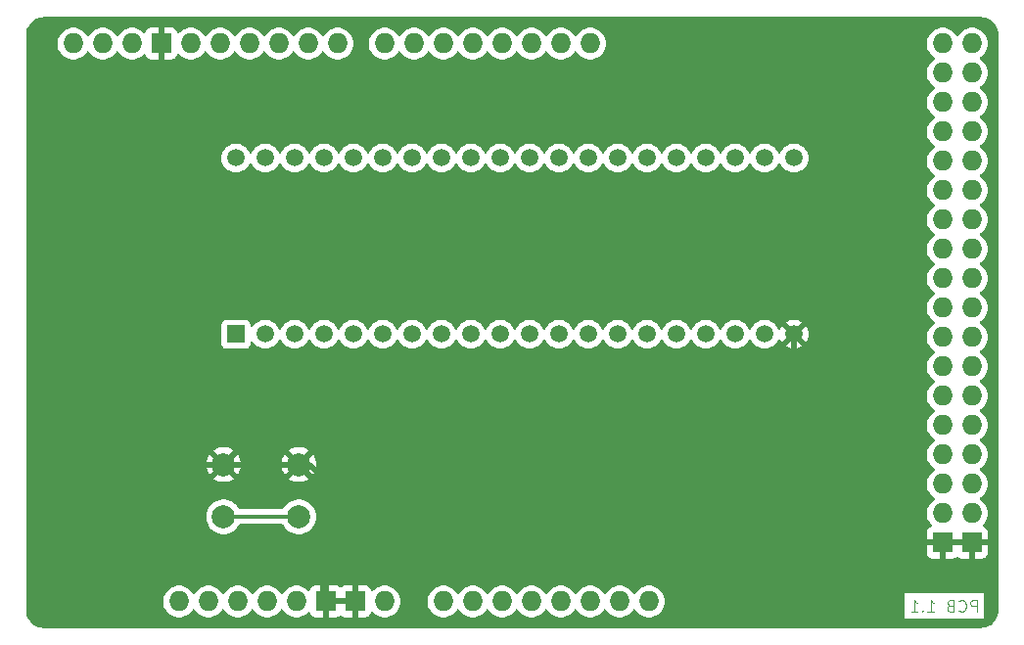
<source format=gbr>
G04 #@! TF.GenerationSoftware,KiCad,Pcbnew,8.0.4-unknown-202407162209~ee573a1480~ubuntu24.04.1*
G04 #@! TF.CreationDate,2024-08-25T10:10:19+01:00*
G04 #@! TF.ProjectId,ZXMUX Tester,5a584d55-5820-4546-9573-7465722e6b69,1.1*
G04 #@! TF.SameCoordinates,Original*
G04 #@! TF.FileFunction,Copper,L2,Bot*
G04 #@! TF.FilePolarity,Positive*
%FSLAX46Y46*%
G04 Gerber Fmt 4.6, Leading zero omitted, Abs format (unit mm)*
G04 Created by KiCad (PCBNEW 8.0.4-unknown-202407162209~ee573a1480~ubuntu24.04.1) date 2024-08-25 10:10:19*
%MOMM*%
%LPD*%
G01*
G04 APERTURE LIST*
%ADD10C,0.125000*%
G04 #@! TA.AperFunction,NonConductor*
%ADD11C,0.125000*%
G04 #@! TD*
G04 #@! TA.AperFunction,ComponentPad*
%ADD12C,2.000000*%
G04 #@! TD*
G04 #@! TA.AperFunction,ComponentPad*
%ADD13O,1.727200X1.727200*%
G04 #@! TD*
G04 #@! TA.AperFunction,ComponentPad*
%ADD14R,1.727200X1.727200*%
G04 #@! TD*
G04 #@! TA.AperFunction,ComponentPad*
%ADD15R,1.508000X1.508000*%
G04 #@! TD*
G04 #@! TA.AperFunction,ComponentPad*
%ADD16C,1.508000*%
G04 #@! TD*
G04 #@! TA.AperFunction,Conductor*
%ADD17C,0.500000*%
G04 #@! TD*
G04 #@! TA.AperFunction,Conductor*
%ADD18C,0.300000*%
G04 #@! TD*
G04 APERTURE END LIST*
D10*
D11*
X209229668Y-106043119D02*
X209229668Y-105043119D01*
X209229668Y-105043119D02*
X208848716Y-105043119D01*
X208848716Y-105043119D02*
X208753478Y-105090738D01*
X208753478Y-105090738D02*
X208705859Y-105138357D01*
X208705859Y-105138357D02*
X208658240Y-105233595D01*
X208658240Y-105233595D02*
X208658240Y-105376452D01*
X208658240Y-105376452D02*
X208705859Y-105471690D01*
X208705859Y-105471690D02*
X208753478Y-105519309D01*
X208753478Y-105519309D02*
X208848716Y-105566928D01*
X208848716Y-105566928D02*
X209229668Y-105566928D01*
X207658240Y-105947880D02*
X207705859Y-105995500D01*
X207705859Y-105995500D02*
X207848716Y-106043119D01*
X207848716Y-106043119D02*
X207943954Y-106043119D01*
X207943954Y-106043119D02*
X208086811Y-105995500D01*
X208086811Y-105995500D02*
X208182049Y-105900261D01*
X208182049Y-105900261D02*
X208229668Y-105805023D01*
X208229668Y-105805023D02*
X208277287Y-105614547D01*
X208277287Y-105614547D02*
X208277287Y-105471690D01*
X208277287Y-105471690D02*
X208229668Y-105281214D01*
X208229668Y-105281214D02*
X208182049Y-105185976D01*
X208182049Y-105185976D02*
X208086811Y-105090738D01*
X208086811Y-105090738D02*
X207943954Y-105043119D01*
X207943954Y-105043119D02*
X207848716Y-105043119D01*
X207848716Y-105043119D02*
X207705859Y-105090738D01*
X207705859Y-105090738D02*
X207658240Y-105138357D01*
X206896335Y-105519309D02*
X206753478Y-105566928D01*
X206753478Y-105566928D02*
X206705859Y-105614547D01*
X206705859Y-105614547D02*
X206658240Y-105709785D01*
X206658240Y-105709785D02*
X206658240Y-105852642D01*
X206658240Y-105852642D02*
X206705859Y-105947880D01*
X206705859Y-105947880D02*
X206753478Y-105995500D01*
X206753478Y-105995500D02*
X206848716Y-106043119D01*
X206848716Y-106043119D02*
X207229668Y-106043119D01*
X207229668Y-106043119D02*
X207229668Y-105043119D01*
X207229668Y-105043119D02*
X206896335Y-105043119D01*
X206896335Y-105043119D02*
X206801097Y-105090738D01*
X206801097Y-105090738D02*
X206753478Y-105138357D01*
X206753478Y-105138357D02*
X206705859Y-105233595D01*
X206705859Y-105233595D02*
X206705859Y-105328833D01*
X206705859Y-105328833D02*
X206753478Y-105424071D01*
X206753478Y-105424071D02*
X206801097Y-105471690D01*
X206801097Y-105471690D02*
X206896335Y-105519309D01*
X206896335Y-105519309D02*
X207229668Y-105519309D01*
X204943954Y-106043119D02*
X205515382Y-106043119D01*
X205229668Y-106043119D02*
X205229668Y-105043119D01*
X205229668Y-105043119D02*
X205324906Y-105185976D01*
X205324906Y-105185976D02*
X205420144Y-105281214D01*
X205420144Y-105281214D02*
X205515382Y-105328833D01*
X204515382Y-105947880D02*
X204467763Y-105995500D01*
X204467763Y-105995500D02*
X204515382Y-106043119D01*
X204515382Y-106043119D02*
X204563001Y-105995500D01*
X204563001Y-105995500D02*
X204515382Y-105947880D01*
X204515382Y-105947880D02*
X204515382Y-106043119D01*
X203515383Y-106043119D02*
X204086811Y-106043119D01*
X203801097Y-106043119D02*
X203801097Y-105043119D01*
X203801097Y-105043119D02*
X203896335Y-105185976D01*
X203896335Y-105185976D02*
X203991573Y-105281214D01*
X203991573Y-105281214D02*
X204086811Y-105328833D01*
D12*
G04 #@! TO.P,SW1,1,A*
G04 #@! TO.N,GND*
X144070000Y-93319600D03*
X150570000Y-93319600D03*
G04 #@! TO.P,SW1,2,B*
G04 #@! TO.N,Net-(SW1-B)*
X144070000Y-97819600D03*
X150570000Y-97819600D03*
G04 #@! TD*
D13*
G04 #@! TO.P,XA1,*
G04 #@! TO.N,*
X140208000Y-105156000D03*
G04 #@! TO.P,XA1,3V3,3.3V*
G04 #@! TO.N,unconnected-(XA1-3.3V-Pad3V3)*
X147828000Y-105156000D03*
G04 #@! TO.P,XA1,5V1,5V*
G04 #@! TO.N,+5V*
X150368000Y-105156000D03*
G04 #@! TO.P,XA1,5V3,5V*
G04 #@! TO.N,unconnected-(XA1-5V-Pad5V3)*
X206248000Y-56896000D03*
G04 #@! TO.P,XA1,5V4,5V*
G04 #@! TO.N,unconnected-(XA1-5V-Pad5V4)*
X208788000Y-56896000D03*
G04 #@! TO.P,XA1,A0,A0*
G04 #@! TO.N,/S*
X163068000Y-105156000D03*
G04 #@! TO.P,XA1,A1,A1*
G04 #@! TO.N,/A0*
X165608000Y-105156000D03*
G04 #@! TO.P,XA1,A2,A2*
G04 #@! TO.N,/A7*
X168148000Y-105156000D03*
G04 #@! TO.P,XA1,A3,A3*
G04 #@! TO.N,/DMA0*
X170688000Y-105156000D03*
G04 #@! TO.P,XA1,A4,A4*
G04 #@! TO.N,/A1*
X173228000Y-105156000D03*
G04 #@! TO.P,XA1,A5,A5*
G04 #@! TO.N,unconnected-(XA1-PadA5)*
X175768000Y-105156000D03*
G04 #@! TO.P,XA1,A6,A6*
G04 #@! TO.N,unconnected-(XA1-PadA6)*
X178308000Y-105156000D03*
G04 #@! TO.P,XA1,A7,A7*
G04 #@! TO.N,unconnected-(XA1-PadA7)*
X180848000Y-105156000D03*
G04 #@! TO.P,XA1,AREF,AREF*
G04 #@! TO.N,unconnected-(XA1-PadAREF)*
X136144000Y-56896000D03*
G04 #@! TO.P,XA1,D0,D0_RX0*
G04 #@! TO.N,unconnected-(XA1-D0_RX0-PadD0)*
X175768000Y-56896000D03*
G04 #@! TO.P,XA1,D1,D1_TX0*
G04 #@! TO.N,unconnected-(XA1-D1_TX0-PadD1)*
X173228000Y-56896000D03*
G04 #@! TO.P,XA1,D2,D2_INT0*
G04 #@! TO.N,unconnected-(XA1-D2_INT0-PadD2)*
X170688000Y-56896000D03*
G04 #@! TO.P,XA1,D3,D3_INT1*
G04 #@! TO.N,/MA4*
X168148000Y-56896000D03*
G04 #@! TO.P,XA1,D4,D4*
G04 #@! TO.N,/MA3*
X165608000Y-56896000D03*
G04 #@! TO.P,XA1,D5,D5*
G04 #@! TO.N,/MA2*
X163068000Y-56896000D03*
G04 #@! TO.P,XA1,D6,D6*
G04 #@! TO.N,/MA1*
X160528000Y-56896000D03*
G04 #@! TO.P,XA1,D7,D7*
G04 #@! TO.N,/MA0*
X157988000Y-56896000D03*
G04 #@! TO.P,XA1,D8,D8*
G04 #@! TO.N,/CASL*
X153924000Y-56896000D03*
G04 #@! TO.P,XA1,D9,D9*
G04 #@! TO.N,/MQRDL*
X151384000Y-56896000D03*
G04 #@! TO.P,XA1,D10,D10*
G04 #@! TO.N,/MRQ*
X148844000Y-56896000D03*
G04 #@! TO.P,XA1,D11,D11*
G04 #@! TO.N,/A15*
X146304000Y-56896000D03*
G04 #@! TO.P,XA1,D12,D12*
G04 #@! TO.N,/RD*
X143764000Y-56896000D03*
G04 #@! TO.P,XA1,D13,D13*
G04 #@! TO.N,/WR*
X141224000Y-56896000D03*
G04 #@! TO.P,XA1,D22,D22*
G04 #@! TO.N,/MA5*
X206248000Y-59436000D03*
G04 #@! TO.P,XA1,D23,D23*
G04 #@! TO.N,/MA6*
X208788000Y-59436000D03*
G04 #@! TO.P,XA1,D24,D24*
G04 #@! TO.N,/MA7*
X206248000Y-61976000D03*
G04 #@! TO.P,XA1,D25,D25*
G04 #@! TO.N,/3B*
X208788000Y-61976000D03*
G04 #@! TO.P,XA1,D26,D26*
G04 #@! TO.N,/3A*
X206248000Y-64516000D03*
G04 #@! TO.P,XA1,D27,D27*
G04 #@! TO.N,/DMA6*
X208788000Y-64516000D03*
G04 #@! TO.P,XA1,D28,D28*
G04 #@! TO.N,/A6*
X206248000Y-67056000D03*
G04 #@! TO.P,XA1,D29,D29*
G04 #@! TO.N,/A13*
X208788000Y-67056000D03*
G04 #@! TO.P,XA1,D30,D30*
G04 #@! TO.N,/DMA1*
X206248000Y-69596000D03*
G04 #@! TO.P,XA1,D31,D31*
G04 #@! TO.N,/A2*
X208788000Y-69596000D03*
G04 #@! TO.P,XA1,D32,D32*
G04 #@! TO.N,/A9*
X206248000Y-72136000D03*
G04 #@! TO.P,XA1,D33,D33*
G04 #@! TO.N,/DMA2*
X208788000Y-72136000D03*
G04 #@! TO.P,XA1,D34,D34*
G04 #@! TO.N,/A3*
X206248000Y-74676000D03*
G04 #@! TO.P,XA1,D35,D35*
G04 #@! TO.N,/A10*
X208788000Y-74676000D03*
G04 #@! TO.P,XA1,D36,D36*
G04 #@! TO.N,/DMA3*
X206248000Y-77216000D03*
G04 #@! TO.P,XA1,D37,D37*
G04 #@! TO.N,/A4*
X208788000Y-77216000D03*
G04 #@! TO.P,XA1,D38,D38*
G04 #@! TO.N,/A11*
X206248000Y-79756000D03*
G04 #@! TO.P,XA1,D39,D39*
G04 #@! TO.N,/DMA4*
X208788000Y-79756000D03*
G04 #@! TO.P,XA1,D40,D40*
G04 #@! TO.N,/DMA5*
X206248000Y-82296000D03*
G04 #@! TO.P,XA1,D41,D41*
G04 #@! TO.N,/A12*
X208788000Y-82296000D03*
G04 #@! TO.P,XA1,D42,D42*
G04 #@! TO.N,/A5*
X206248000Y-84836000D03*
G04 #@! TO.P,XA1,D43,D43*
G04 #@! TO.N,unconnected-(XA1-PadD43)*
X208788000Y-84836000D03*
G04 #@! TO.P,XA1,D44,D44*
G04 #@! TO.N,/A8*
X206248000Y-87376000D03*
G04 #@! TO.P,XA1,D45,D45*
G04 #@! TO.N,unconnected-(XA1-PadD45)*
X208788000Y-87376000D03*
G04 #@! TO.P,XA1,D46,D46*
G04 #@! TO.N,unconnected-(XA1-PadD46)*
X206248000Y-89916000D03*
G04 #@! TO.P,XA1,D47,D47*
G04 #@! TO.N,unconnected-(XA1-PadD47)*
X208788000Y-89916000D03*
G04 #@! TO.P,XA1,D48,D48*
G04 #@! TO.N,unconnected-(XA1-PadD48)*
X206248000Y-92456000D03*
G04 #@! TO.P,XA1,D49,D49*
G04 #@! TO.N,unconnected-(XA1-PadD49)*
X208788000Y-92456000D03*
G04 #@! TO.P,XA1,D50,D50*
G04 #@! TO.N,unconnected-(XA1-PadD50)*
X206248000Y-94996000D03*
G04 #@! TO.P,XA1,D51,D51*
G04 #@! TO.N,Net-(R1-Pad1)*
X208788000Y-94996000D03*
G04 #@! TO.P,XA1,D52,D52*
G04 #@! TO.N,Net-(R2-Pad1)*
X206248000Y-97536000D03*
G04 #@! TO.P,XA1,D53,D53_SS*
G04 #@! TO.N,unconnected-(XA1-D53_SS-PadD53)*
X208788000Y-97536000D03*
D14*
G04 #@! TO.P,XA1,GND1,GND*
G04 #@! TO.N,GND*
X138684000Y-56896000D03*
G04 #@! TO.P,XA1,GND2,GND*
X152908000Y-105156000D03*
G04 #@! TO.P,XA1,GND3,GND*
X155448000Y-105156000D03*
G04 #@! TO.P,XA1,GND5,GND*
X206248000Y-100076000D03*
G04 #@! TO.P,XA1,GND6,GND*
X208788000Y-100076000D03*
D13*
G04 #@! TO.P,XA1,IORF,IOREF*
G04 #@! TO.N,unconnected-(XA1-IOREF-PadIORF)*
X142748000Y-105156000D03*
G04 #@! TO.P,XA1,RST1,RESET*
G04 #@! TO.N,Net-(SW1-B)*
X145288000Y-105156000D03*
G04 #@! TO.P,XA1,SCL,SCL*
G04 #@! TO.N,unconnected-(XA1-PadSCL)*
X131064000Y-56896000D03*
G04 #@! TO.P,XA1,SDA,SDA*
G04 #@! TO.N,unconnected-(XA1-PadSDA)*
X133604000Y-56896000D03*
G04 #@! TO.P,XA1,VIN,VIN*
G04 #@! TO.N,unconnected-(XA1-PadVIN)*
X157988000Y-105156000D03*
G04 #@! TD*
D15*
G04 #@! TO.P,U1,1,S*
G04 #@! TO.N,/S*
X145135600Y-82042000D03*
D16*
G04 #@! TO.P,U1,2,A0*
G04 #@! TO.N,/A0*
X147675600Y-82042000D03*
G04 #@! TO.P,U1,3,A7*
G04 #@! TO.N,/A7*
X150215600Y-82042000D03*
G04 #@! TO.P,U1,4,DMA0*
G04 #@! TO.N,/DMA0*
X152755600Y-82042000D03*
G04 #@! TO.P,U1,5,A1*
G04 #@! TO.N,/A1*
X155295600Y-82042000D03*
G04 #@! TO.P,U1,6,A8*
G04 #@! TO.N,/A8*
X157835600Y-82042000D03*
G04 #@! TO.P,U1,7,DMA4*
G04 #@! TO.N,/DMA1*
X160375600Y-82042000D03*
G04 #@! TO.P,U1,8,A2*
G04 #@! TO.N,/A2*
X162915600Y-82042000D03*
G04 #@! TO.P,U1,9,A9*
G04 #@! TO.N,/A9*
X165455600Y-82042000D03*
G04 #@! TO.P,U1,10,DMA2*
G04 #@! TO.N,/DMA2*
X167995600Y-82042000D03*
G04 #@! TO.P,U1,11,A3*
G04 #@! TO.N,/A3*
X170535600Y-82042000D03*
G04 #@! TO.P,U1,12,A10*
G04 #@! TO.N,/A10*
X173075600Y-82042000D03*
G04 #@! TO.P,U1,13,DMA3*
G04 #@! TO.N,/DMA3*
X175615600Y-82042000D03*
G04 #@! TO.P,U1,14,A4*
G04 #@! TO.N,/A4*
X178155600Y-82042000D03*
G04 #@! TO.P,U1,15,A11*
G04 #@! TO.N,/A11*
X180695600Y-82042000D03*
G04 #@! TO.P,U1,16,DMA4*
G04 #@! TO.N,/DMA4*
X183235600Y-82042000D03*
G04 #@! TO.P,U1,17,A5*
G04 #@! TO.N,/A5*
X185775600Y-82042000D03*
G04 #@! TO.P,U1,18,A12*
G04 #@! TO.N,/A12*
X188315600Y-82042000D03*
G04 #@! TO.P,U1,19,DMA5*
G04 #@! TO.N,/DMA5*
X190855600Y-82042000D03*
G04 #@! TO.P,U1,20,VSS*
G04 #@! TO.N,GND*
X193395600Y-82042000D03*
G04 #@! TO.P,U1,21,A6*
G04 #@! TO.N,/A6*
X193395600Y-66802000D03*
G04 #@! TO.P,U1,22,A13*
G04 #@! TO.N,/A13*
X190855600Y-66802000D03*
G04 #@! TO.P,U1,23,DMA6*
G04 #@! TO.N,/DMA6*
X188315600Y-66802000D03*
G04 #@! TO.P,U1,24,3A*
G04 #@! TO.N,/3A*
X185775600Y-66802000D03*
G04 #@! TO.P,U1,25,3B*
G04 #@! TO.N,/3B*
X183235600Y-66802000D03*
G04 #@! TO.P,U1,26,MA7*
G04 #@! TO.N,/MA7*
X180695600Y-66802000D03*
G04 #@! TO.P,U1,27,MA6*
G04 #@! TO.N,/MA6*
X178155600Y-66802000D03*
G04 #@! TO.P,U1,28,MA5*
G04 #@! TO.N,/MA5*
X175615600Y-66802000D03*
G04 #@! TO.P,U1,29,MA4*
G04 #@! TO.N,/MA4*
X173075600Y-66802000D03*
G04 #@! TO.P,U1,30,MA3*
G04 #@! TO.N,/MA3*
X170535600Y-66802000D03*
G04 #@! TO.P,U1,31,MA2*
G04 #@! TO.N,/MA2*
X167995600Y-66802000D03*
G04 #@! TO.P,U1,32,MA1*
G04 #@! TO.N,/MA1*
X165455600Y-66802000D03*
G04 #@! TO.P,U1,33,MA0*
G04 #@! TO.N,/MA0*
X162915600Y-66802000D03*
G04 #@! TO.P,U1,34,CASL*
G04 #@! TO.N,/CASL*
X160375600Y-66802000D03*
G04 #@! TO.P,U1,35,MQRDL*
G04 #@! TO.N,/MQRDL*
X157835600Y-66802000D03*
G04 #@! TO.P,U1,36,MRQ*
G04 #@! TO.N,/MRQ*
X155295600Y-66802000D03*
G04 #@! TO.P,U1,37,A15*
G04 #@! TO.N,/A15*
X152755600Y-66802000D03*
G04 #@! TO.P,U1,38,RD*
G04 #@! TO.N,/RD*
X150215600Y-66802000D03*
G04 #@! TO.P,U1,39,WR*
G04 #@! TO.N,/WR*
X147675600Y-66802000D03*
G04 #@! TO.P,U1,40,VCC*
G04 #@! TO.N,+5V*
X145135600Y-66802000D03*
G04 #@! TD*
D17*
G04 #@! TO.N,GND*
X150570000Y-93319600D02*
X144070000Y-93319600D01*
X152654000Y-104902000D02*
X152654000Y-94488000D01*
X193395600Y-89255600D02*
X193395600Y-82042000D01*
X138684000Y-56896000D02*
X138684000Y-91186000D01*
X206248000Y-100076000D02*
X204216000Y-100076000D01*
X138684000Y-91186000D02*
X140817600Y-93319600D01*
X155448000Y-105156000D02*
X152908000Y-105156000D01*
X204216000Y-100076000D02*
X193395600Y-89255600D01*
X151485600Y-93319600D02*
X150570000Y-93319600D01*
X152654000Y-94488000D02*
X151485600Y-93319600D01*
X140817600Y-93319600D02*
X144070000Y-93319600D01*
X208788000Y-100076000D02*
X206248000Y-100076000D01*
X152908000Y-105156000D02*
X152654000Y-104902000D01*
D18*
G04 #@! TO.N,Net-(SW1-B)*
X150570000Y-97819600D02*
X144070000Y-97819600D01*
G04 #@! TD*
G04 #@! TA.AperFunction,Conductor*
G04 #@! TO.N,GND*
G36*
X154974619Y-104959919D02*
G01*
X154940000Y-105089120D01*
X154940000Y-105222880D01*
X154974619Y-105352081D01*
X155005749Y-105406000D01*
X153350251Y-105406000D01*
X153381381Y-105352081D01*
X153416000Y-105222880D01*
X153416000Y-105089120D01*
X153381381Y-104959919D01*
X153350251Y-104906000D01*
X155005749Y-104906000D01*
X154974619Y-104959919D01*
G37*
G04 #@! TD.AperFunction*
G04 #@! TA.AperFunction,Conductor*
G36*
X208314619Y-99879919D02*
G01*
X208280000Y-100009120D01*
X208280000Y-100142880D01*
X208314619Y-100272081D01*
X208345749Y-100326000D01*
X206690251Y-100326000D01*
X206721381Y-100272081D01*
X206756000Y-100142880D01*
X206756000Y-100009120D01*
X206721381Y-99879919D01*
X206690251Y-99826000D01*
X208345749Y-99826000D01*
X208314619Y-99879919D01*
G37*
G04 #@! TD.AperFunction*
G04 #@! TA.AperFunction,Conductor*
G36*
X209554418Y-54602816D02*
G01*
X209759111Y-54617455D01*
X209776620Y-54619973D01*
X209972813Y-54662653D01*
X209989768Y-54667630D01*
X210177909Y-54737803D01*
X210193987Y-54745147D01*
X210370210Y-54841371D01*
X210385084Y-54850929D01*
X210545822Y-54971257D01*
X210559192Y-54982843D01*
X210701156Y-55124807D01*
X210712742Y-55138177D01*
X210833066Y-55298910D01*
X210842631Y-55313794D01*
X210938850Y-55490007D01*
X210946198Y-55506096D01*
X211009275Y-55675212D01*
X211016364Y-55694217D01*
X211021348Y-55711193D01*
X211064026Y-55907379D01*
X211066544Y-55924891D01*
X211081184Y-56129581D01*
X211081500Y-56138427D01*
X211081500Y-105913572D01*
X211081184Y-105922418D01*
X211066544Y-106127108D01*
X211064026Y-106144620D01*
X211021348Y-106340806D01*
X211016364Y-106357780D01*
X211009274Y-106376790D01*
X210946200Y-106545899D01*
X210938850Y-106561992D01*
X210842631Y-106738205D01*
X210833066Y-106753089D01*
X210712742Y-106913822D01*
X210701156Y-106927192D01*
X210559192Y-107069156D01*
X210545822Y-107080742D01*
X210385089Y-107201066D01*
X210370205Y-107210631D01*
X210193992Y-107306850D01*
X210177899Y-107314200D01*
X209989782Y-107384364D01*
X209972806Y-107389348D01*
X209776620Y-107432026D01*
X209759108Y-107434544D01*
X209554418Y-107449184D01*
X209545572Y-107449500D01*
X128528428Y-107449500D01*
X128519582Y-107449184D01*
X128314891Y-107434544D01*
X128297379Y-107432026D01*
X128101193Y-107389348D01*
X128084222Y-107384365D01*
X127896096Y-107314198D01*
X127880007Y-107306850D01*
X127703794Y-107210631D01*
X127688910Y-107201066D01*
X127528177Y-107080742D01*
X127514807Y-107069156D01*
X127372843Y-106927192D01*
X127361257Y-106913822D01*
X127240929Y-106753084D01*
X127231371Y-106738210D01*
X127164554Y-106615842D01*
X202947383Y-106615842D01*
X209797668Y-106615842D01*
X209797668Y-104470396D01*
X202947383Y-104470396D01*
X202947383Y-106615842D01*
X127164554Y-106615842D01*
X127135147Y-106561987D01*
X127127803Y-106545909D01*
X127057630Y-106357768D01*
X127052653Y-106340813D01*
X127009973Y-106144620D01*
X127007455Y-106127108D01*
X126998130Y-105996727D01*
X126992816Y-105922418D01*
X126992500Y-105913572D01*
X126992500Y-105155993D01*
X138839225Y-105155993D01*
X138839225Y-105156006D01*
X138857892Y-105381289D01*
X138913388Y-105600439D01*
X139004198Y-105807466D01*
X139127842Y-105996716D01*
X139127850Y-105996727D01*
X139263997Y-106144620D01*
X139280954Y-106163040D01*
X139459351Y-106301893D01*
X139658169Y-106409488D01*
X139658172Y-106409489D01*
X139871982Y-106482890D01*
X139871984Y-106482890D01*
X139871986Y-106482891D01*
X140094967Y-106520100D01*
X140094968Y-106520100D01*
X140321032Y-106520100D01*
X140321033Y-106520100D01*
X140544014Y-106482891D01*
X140757831Y-106409488D01*
X140956649Y-106301893D01*
X141135046Y-106163040D01*
X141288156Y-105996719D01*
X141374193Y-105865028D01*
X141427338Y-105819675D01*
X141496569Y-105810251D01*
X141559905Y-105839753D01*
X141581804Y-105865025D01*
X141667844Y-105996719D01*
X141667849Y-105996724D01*
X141667850Y-105996727D01*
X141803997Y-106144620D01*
X141820954Y-106163040D01*
X141999351Y-106301893D01*
X142198169Y-106409488D01*
X142198172Y-106409489D01*
X142411982Y-106482890D01*
X142411984Y-106482890D01*
X142411986Y-106482891D01*
X142634967Y-106520100D01*
X142634968Y-106520100D01*
X142861032Y-106520100D01*
X142861033Y-106520100D01*
X143084014Y-106482891D01*
X143297831Y-106409488D01*
X143496649Y-106301893D01*
X143675046Y-106163040D01*
X143828156Y-105996719D01*
X143914193Y-105865028D01*
X143967338Y-105819675D01*
X144036569Y-105810251D01*
X144099905Y-105839753D01*
X144121804Y-105865025D01*
X144207844Y-105996719D01*
X144207849Y-105996724D01*
X144207850Y-105996727D01*
X144343997Y-106144620D01*
X144360954Y-106163040D01*
X144539351Y-106301893D01*
X144738169Y-106409488D01*
X144738172Y-106409489D01*
X144951982Y-106482890D01*
X144951984Y-106482890D01*
X144951986Y-106482891D01*
X145174967Y-106520100D01*
X145174968Y-106520100D01*
X145401032Y-106520100D01*
X145401033Y-106520100D01*
X145624014Y-106482891D01*
X145837831Y-106409488D01*
X146036649Y-106301893D01*
X146215046Y-106163040D01*
X146368156Y-105996719D01*
X146454193Y-105865028D01*
X146507338Y-105819675D01*
X146576569Y-105810251D01*
X146639905Y-105839753D01*
X146661804Y-105865025D01*
X146747844Y-105996719D01*
X146747849Y-105996724D01*
X146747850Y-105996727D01*
X146883997Y-106144620D01*
X146900954Y-106163040D01*
X147079351Y-106301893D01*
X147278169Y-106409488D01*
X147278172Y-106409489D01*
X147491982Y-106482890D01*
X147491984Y-106482890D01*
X147491986Y-106482891D01*
X147714967Y-106520100D01*
X147714968Y-106520100D01*
X147941032Y-106520100D01*
X147941033Y-106520100D01*
X148164014Y-106482891D01*
X148377831Y-106409488D01*
X148576649Y-106301893D01*
X148755046Y-106163040D01*
X148908156Y-105996719D01*
X148994193Y-105865028D01*
X149047338Y-105819675D01*
X149116569Y-105810251D01*
X149179905Y-105839753D01*
X149201804Y-105865025D01*
X149287844Y-105996719D01*
X149287849Y-105996724D01*
X149287850Y-105996727D01*
X149423997Y-106144620D01*
X149440954Y-106163040D01*
X149619351Y-106301893D01*
X149818169Y-106409488D01*
X149818172Y-106409489D01*
X150031982Y-106482890D01*
X150031984Y-106482890D01*
X150031986Y-106482891D01*
X150254967Y-106520100D01*
X150254968Y-106520100D01*
X150481032Y-106520100D01*
X150481033Y-106520100D01*
X150704014Y-106482891D01*
X150917831Y-106409488D01*
X151116649Y-106301893D01*
X151295046Y-106163040D01*
X151349815Y-106103545D01*
X151409699Y-106067557D01*
X151479537Y-106069657D01*
X151537153Y-106109180D01*
X151557224Y-106144196D01*
X151601046Y-106261688D01*
X151601049Y-106261693D01*
X151687209Y-106376787D01*
X151687212Y-106376790D01*
X151802306Y-106462950D01*
X151802313Y-106462954D01*
X151937020Y-106513196D01*
X151937027Y-106513198D01*
X151996555Y-106519599D01*
X151996572Y-106519600D01*
X152658000Y-106519600D01*
X152658000Y-105598251D01*
X152711919Y-105629381D01*
X152841120Y-105664000D01*
X152974880Y-105664000D01*
X153104081Y-105629381D01*
X153158000Y-105598251D01*
X153158000Y-106519600D01*
X153819428Y-106519600D01*
X153819444Y-106519599D01*
X153878972Y-106513198D01*
X153878979Y-106513196D01*
X154013686Y-106462954D01*
X154013689Y-106462952D01*
X154103688Y-106395579D01*
X154169152Y-106371161D01*
X154237426Y-106386012D01*
X154252312Y-106395579D01*
X154342310Y-106462952D01*
X154342313Y-106462954D01*
X154477020Y-106513196D01*
X154477027Y-106513198D01*
X154536555Y-106519599D01*
X154536572Y-106519600D01*
X155198000Y-106519600D01*
X155198000Y-105598251D01*
X155251919Y-105629381D01*
X155381120Y-105664000D01*
X155514880Y-105664000D01*
X155644081Y-105629381D01*
X155698000Y-105598251D01*
X155698000Y-106519600D01*
X156359428Y-106519600D01*
X156359444Y-106519599D01*
X156418972Y-106513198D01*
X156418979Y-106513196D01*
X156553686Y-106462954D01*
X156553693Y-106462950D01*
X156668787Y-106376790D01*
X156668790Y-106376787D01*
X156754950Y-106261693D01*
X156754954Y-106261686D01*
X156798775Y-106144197D01*
X156840646Y-106088263D01*
X156906110Y-106063846D01*
X156974383Y-106078698D01*
X157006186Y-106103547D01*
X157043997Y-106144620D01*
X157060954Y-106163040D01*
X157239351Y-106301893D01*
X157438169Y-106409488D01*
X157438172Y-106409489D01*
X157651982Y-106482890D01*
X157651984Y-106482890D01*
X157651986Y-106482891D01*
X157874967Y-106520100D01*
X157874968Y-106520100D01*
X158101032Y-106520100D01*
X158101033Y-106520100D01*
X158324014Y-106482891D01*
X158537831Y-106409488D01*
X158736649Y-106301893D01*
X158915046Y-106163040D01*
X159068156Y-105996719D01*
X159191802Y-105807465D01*
X159282611Y-105600441D01*
X159338107Y-105381293D01*
X159345574Y-105291175D01*
X159356775Y-105156006D01*
X159356775Y-105155993D01*
X161699225Y-105155993D01*
X161699225Y-105156006D01*
X161717892Y-105381289D01*
X161773388Y-105600439D01*
X161864198Y-105807466D01*
X161987842Y-105996716D01*
X161987850Y-105996727D01*
X162123997Y-106144620D01*
X162140954Y-106163040D01*
X162319351Y-106301893D01*
X162518169Y-106409488D01*
X162518172Y-106409489D01*
X162731982Y-106482890D01*
X162731984Y-106482890D01*
X162731986Y-106482891D01*
X162954967Y-106520100D01*
X162954968Y-106520100D01*
X163181032Y-106520100D01*
X163181033Y-106520100D01*
X163404014Y-106482891D01*
X163617831Y-106409488D01*
X163816649Y-106301893D01*
X163995046Y-106163040D01*
X164148156Y-105996719D01*
X164234193Y-105865028D01*
X164287338Y-105819675D01*
X164356569Y-105810251D01*
X164419905Y-105839753D01*
X164441804Y-105865025D01*
X164527844Y-105996719D01*
X164527849Y-105996724D01*
X164527850Y-105996727D01*
X164663997Y-106144620D01*
X164680954Y-106163040D01*
X164859351Y-106301893D01*
X165058169Y-106409488D01*
X165058172Y-106409489D01*
X165271982Y-106482890D01*
X165271984Y-106482890D01*
X165271986Y-106482891D01*
X165494967Y-106520100D01*
X165494968Y-106520100D01*
X165721032Y-106520100D01*
X165721033Y-106520100D01*
X165944014Y-106482891D01*
X166157831Y-106409488D01*
X166356649Y-106301893D01*
X166535046Y-106163040D01*
X166688156Y-105996719D01*
X166774193Y-105865028D01*
X166827338Y-105819675D01*
X166896569Y-105810251D01*
X166959905Y-105839753D01*
X166981804Y-105865025D01*
X167067844Y-105996719D01*
X167067849Y-105996724D01*
X167067850Y-105996727D01*
X167203997Y-106144620D01*
X167220954Y-106163040D01*
X167399351Y-106301893D01*
X167598169Y-106409488D01*
X167598172Y-106409489D01*
X167811982Y-106482890D01*
X167811984Y-106482890D01*
X167811986Y-106482891D01*
X168034967Y-106520100D01*
X168034968Y-106520100D01*
X168261032Y-106520100D01*
X168261033Y-106520100D01*
X168484014Y-106482891D01*
X168697831Y-106409488D01*
X168896649Y-106301893D01*
X169075046Y-106163040D01*
X169228156Y-105996719D01*
X169314193Y-105865028D01*
X169367338Y-105819675D01*
X169436569Y-105810251D01*
X169499905Y-105839753D01*
X169521804Y-105865025D01*
X169607844Y-105996719D01*
X169607849Y-105996724D01*
X169607850Y-105996727D01*
X169743997Y-106144620D01*
X169760954Y-106163040D01*
X169939351Y-106301893D01*
X170138169Y-106409488D01*
X170138172Y-106409489D01*
X170351982Y-106482890D01*
X170351984Y-106482890D01*
X170351986Y-106482891D01*
X170574967Y-106520100D01*
X170574968Y-106520100D01*
X170801032Y-106520100D01*
X170801033Y-106520100D01*
X171024014Y-106482891D01*
X171237831Y-106409488D01*
X171436649Y-106301893D01*
X171615046Y-106163040D01*
X171768156Y-105996719D01*
X171854193Y-105865028D01*
X171907338Y-105819675D01*
X171976569Y-105810251D01*
X172039905Y-105839753D01*
X172061804Y-105865025D01*
X172147844Y-105996719D01*
X172147849Y-105996724D01*
X172147850Y-105996727D01*
X172283997Y-106144620D01*
X172300954Y-106163040D01*
X172479351Y-106301893D01*
X172678169Y-106409488D01*
X172678172Y-106409489D01*
X172891982Y-106482890D01*
X172891984Y-106482890D01*
X172891986Y-106482891D01*
X173114967Y-106520100D01*
X173114968Y-106520100D01*
X173341032Y-106520100D01*
X173341033Y-106520100D01*
X173564014Y-106482891D01*
X173777831Y-106409488D01*
X173976649Y-106301893D01*
X174155046Y-106163040D01*
X174308156Y-105996719D01*
X174394193Y-105865028D01*
X174447338Y-105819675D01*
X174516569Y-105810251D01*
X174579905Y-105839753D01*
X174601804Y-105865025D01*
X174687844Y-105996719D01*
X174687849Y-105996724D01*
X174687850Y-105996727D01*
X174823997Y-106144620D01*
X174840954Y-106163040D01*
X175019351Y-106301893D01*
X175218169Y-106409488D01*
X175218172Y-106409489D01*
X175431982Y-106482890D01*
X175431984Y-106482890D01*
X175431986Y-106482891D01*
X175654967Y-106520100D01*
X175654968Y-106520100D01*
X175881032Y-106520100D01*
X175881033Y-106520100D01*
X176104014Y-106482891D01*
X176317831Y-106409488D01*
X176516649Y-106301893D01*
X176695046Y-106163040D01*
X176848156Y-105996719D01*
X176934193Y-105865028D01*
X176987338Y-105819675D01*
X177056569Y-105810251D01*
X177119905Y-105839753D01*
X177141804Y-105865025D01*
X177227844Y-105996719D01*
X177227849Y-105996724D01*
X177227850Y-105996727D01*
X177363997Y-106144620D01*
X177380954Y-106163040D01*
X177559351Y-106301893D01*
X177758169Y-106409488D01*
X177758172Y-106409489D01*
X177971982Y-106482890D01*
X177971984Y-106482890D01*
X177971986Y-106482891D01*
X178194967Y-106520100D01*
X178194968Y-106520100D01*
X178421032Y-106520100D01*
X178421033Y-106520100D01*
X178644014Y-106482891D01*
X178857831Y-106409488D01*
X179056649Y-106301893D01*
X179235046Y-106163040D01*
X179388156Y-105996719D01*
X179474193Y-105865028D01*
X179527338Y-105819675D01*
X179596569Y-105810251D01*
X179659905Y-105839753D01*
X179681804Y-105865025D01*
X179767844Y-105996719D01*
X179767849Y-105996724D01*
X179767850Y-105996727D01*
X179903997Y-106144620D01*
X179920954Y-106163040D01*
X180099351Y-106301893D01*
X180298169Y-106409488D01*
X180298172Y-106409489D01*
X180511982Y-106482890D01*
X180511984Y-106482890D01*
X180511986Y-106482891D01*
X180734967Y-106520100D01*
X180734968Y-106520100D01*
X180961032Y-106520100D01*
X180961033Y-106520100D01*
X181184014Y-106482891D01*
X181397831Y-106409488D01*
X181596649Y-106301893D01*
X181775046Y-106163040D01*
X181928156Y-105996719D01*
X182051802Y-105807465D01*
X182142611Y-105600441D01*
X182198107Y-105381293D01*
X182205574Y-105291175D01*
X182216775Y-105156006D01*
X182216775Y-105155993D01*
X182203707Y-104998294D01*
X182198107Y-104930707D01*
X182142611Y-104711559D01*
X182051802Y-104504535D01*
X181928156Y-104315281D01*
X181928153Y-104315278D01*
X181928149Y-104315272D01*
X181775049Y-104148963D01*
X181775048Y-104148962D01*
X181775046Y-104148960D01*
X181596649Y-104010107D01*
X181570390Y-103995896D01*
X181397832Y-103902512D01*
X181397827Y-103902510D01*
X181184017Y-103829109D01*
X181002388Y-103798801D01*
X180961033Y-103791900D01*
X180734967Y-103791900D01*
X180693612Y-103798801D01*
X180511982Y-103829109D01*
X180298172Y-103902510D01*
X180298167Y-103902512D01*
X180099352Y-104010106D01*
X179920955Y-104148959D01*
X179920950Y-104148963D01*
X179767850Y-104315272D01*
X179767842Y-104315283D01*
X179681808Y-104446968D01*
X179628662Y-104492325D01*
X179559430Y-104501748D01*
X179496095Y-104472246D01*
X179474192Y-104446968D01*
X179388157Y-104315283D01*
X179388149Y-104315272D01*
X179235049Y-104148963D01*
X179235048Y-104148962D01*
X179235046Y-104148960D01*
X179056649Y-104010107D01*
X179030390Y-103995896D01*
X178857832Y-103902512D01*
X178857827Y-103902510D01*
X178644017Y-103829109D01*
X178462388Y-103798801D01*
X178421033Y-103791900D01*
X178194967Y-103791900D01*
X178153612Y-103798801D01*
X177971982Y-103829109D01*
X177758172Y-103902510D01*
X177758167Y-103902512D01*
X177559352Y-104010106D01*
X177380955Y-104148959D01*
X177380950Y-104148963D01*
X177227850Y-104315272D01*
X177227842Y-104315283D01*
X177141808Y-104446968D01*
X177088662Y-104492325D01*
X177019430Y-104501748D01*
X176956095Y-104472246D01*
X176934192Y-104446968D01*
X176848157Y-104315283D01*
X176848149Y-104315272D01*
X176695049Y-104148963D01*
X176695048Y-104148962D01*
X176695046Y-104148960D01*
X176516649Y-104010107D01*
X176490390Y-103995896D01*
X176317832Y-103902512D01*
X176317827Y-103902510D01*
X176104017Y-103829109D01*
X175922388Y-103798801D01*
X175881033Y-103791900D01*
X175654967Y-103791900D01*
X175613612Y-103798801D01*
X175431982Y-103829109D01*
X175218172Y-103902510D01*
X175218167Y-103902512D01*
X175019352Y-104010106D01*
X174840955Y-104148959D01*
X174840950Y-104148963D01*
X174687850Y-104315272D01*
X174687842Y-104315283D01*
X174601808Y-104446968D01*
X174548662Y-104492325D01*
X174479430Y-104501748D01*
X174416095Y-104472246D01*
X174394192Y-104446968D01*
X174308157Y-104315283D01*
X174308149Y-104315272D01*
X174155049Y-104148963D01*
X174155048Y-104148962D01*
X174155046Y-104148960D01*
X173976649Y-104010107D01*
X173950390Y-103995896D01*
X173777832Y-103902512D01*
X173777827Y-103902510D01*
X173564017Y-103829109D01*
X173382388Y-103798801D01*
X173341033Y-103791900D01*
X173114967Y-103791900D01*
X173073612Y-103798801D01*
X172891982Y-103829109D01*
X172678172Y-103902510D01*
X172678167Y-103902512D01*
X172479352Y-104010106D01*
X172300955Y-104148959D01*
X172300950Y-104148963D01*
X172147850Y-104315272D01*
X172147842Y-104315283D01*
X172061808Y-104446968D01*
X172008662Y-104492325D01*
X171939430Y-104501748D01*
X171876095Y-104472246D01*
X171854192Y-104446968D01*
X171768157Y-104315283D01*
X171768149Y-104315272D01*
X171615049Y-104148963D01*
X171615048Y-104148962D01*
X171615046Y-104148960D01*
X171436649Y-104010107D01*
X171410390Y-103995896D01*
X171237832Y-103902512D01*
X171237827Y-103902510D01*
X171024017Y-103829109D01*
X170842388Y-103798801D01*
X170801033Y-103791900D01*
X170574967Y-103791900D01*
X170533612Y-103798801D01*
X170351982Y-103829109D01*
X170138172Y-103902510D01*
X170138167Y-103902512D01*
X169939352Y-104010106D01*
X169760955Y-104148959D01*
X169760950Y-104148963D01*
X169607850Y-104315272D01*
X169607842Y-104315283D01*
X169521808Y-104446968D01*
X169468662Y-104492325D01*
X169399430Y-104501748D01*
X169336095Y-104472246D01*
X169314192Y-104446968D01*
X169228157Y-104315283D01*
X169228149Y-104315272D01*
X169075049Y-104148963D01*
X169075048Y-104148962D01*
X169075046Y-104148960D01*
X168896649Y-104010107D01*
X168870390Y-103995896D01*
X168697832Y-103902512D01*
X168697827Y-103902510D01*
X168484017Y-103829109D01*
X168302388Y-103798801D01*
X168261033Y-103791900D01*
X168034967Y-103791900D01*
X167993612Y-103798801D01*
X167811982Y-103829109D01*
X167598172Y-103902510D01*
X167598167Y-103902512D01*
X167399352Y-104010106D01*
X167220955Y-104148959D01*
X167220950Y-104148963D01*
X167067850Y-104315272D01*
X167067842Y-104315283D01*
X166981808Y-104446968D01*
X166928662Y-104492325D01*
X166859430Y-104501748D01*
X166796095Y-104472246D01*
X166774192Y-104446968D01*
X166688157Y-104315283D01*
X166688149Y-104315272D01*
X166535049Y-104148963D01*
X166535048Y-104148962D01*
X166535046Y-104148960D01*
X166356649Y-104010107D01*
X166330390Y-103995896D01*
X166157832Y-103902512D01*
X166157827Y-103902510D01*
X165944017Y-103829109D01*
X165762388Y-103798801D01*
X165721033Y-103791900D01*
X165494967Y-103791900D01*
X165453612Y-103798801D01*
X165271982Y-103829109D01*
X165058172Y-103902510D01*
X165058167Y-103902512D01*
X164859352Y-104010106D01*
X164680955Y-104148959D01*
X164680950Y-104148963D01*
X164527850Y-104315272D01*
X164527842Y-104315283D01*
X164441808Y-104446968D01*
X164388662Y-104492325D01*
X164319430Y-104501748D01*
X164256095Y-104472246D01*
X164234192Y-104446968D01*
X164148157Y-104315283D01*
X164148149Y-104315272D01*
X163995049Y-104148963D01*
X163995048Y-104148962D01*
X163995046Y-104148960D01*
X163816649Y-104010107D01*
X163790390Y-103995896D01*
X163617832Y-103902512D01*
X163617827Y-103902510D01*
X163404017Y-103829109D01*
X163222388Y-103798801D01*
X163181033Y-103791900D01*
X162954967Y-103791900D01*
X162913612Y-103798801D01*
X162731982Y-103829109D01*
X162518172Y-103902510D01*
X162518167Y-103902512D01*
X162319352Y-104010106D01*
X162140955Y-104148959D01*
X162140950Y-104148963D01*
X161987850Y-104315272D01*
X161987842Y-104315283D01*
X161864198Y-104504533D01*
X161773388Y-104711560D01*
X161717892Y-104930710D01*
X161699225Y-105155993D01*
X159356775Y-105155993D01*
X159343707Y-104998294D01*
X159338107Y-104930707D01*
X159282611Y-104711559D01*
X159191802Y-104504535D01*
X159068156Y-104315281D01*
X159068153Y-104315278D01*
X159068149Y-104315272D01*
X158915049Y-104148963D01*
X158915048Y-104148962D01*
X158915046Y-104148960D01*
X158736649Y-104010107D01*
X158710390Y-103995896D01*
X158537832Y-103902512D01*
X158537827Y-103902510D01*
X158324017Y-103829109D01*
X158142388Y-103798801D01*
X158101033Y-103791900D01*
X157874967Y-103791900D01*
X157833612Y-103798801D01*
X157651982Y-103829109D01*
X157438172Y-103902510D01*
X157438167Y-103902512D01*
X157239352Y-104010106D01*
X157060955Y-104148958D01*
X157006186Y-104208453D01*
X156946298Y-104244443D01*
X156876460Y-104242342D01*
X156818845Y-104202817D01*
X156798775Y-104167802D01*
X156754954Y-104050313D01*
X156754950Y-104050306D01*
X156668790Y-103935212D01*
X156668787Y-103935209D01*
X156553693Y-103849049D01*
X156553686Y-103849045D01*
X156418979Y-103798803D01*
X156418972Y-103798801D01*
X156359444Y-103792400D01*
X155698000Y-103792400D01*
X155698000Y-104713748D01*
X155644081Y-104682619D01*
X155514880Y-104648000D01*
X155381120Y-104648000D01*
X155251919Y-104682619D01*
X155198000Y-104713748D01*
X155198000Y-103792400D01*
X154536555Y-103792400D01*
X154477027Y-103798801D01*
X154477020Y-103798803D01*
X154342313Y-103849045D01*
X154342311Y-103849047D01*
X154252311Y-103916421D01*
X154186847Y-103940838D01*
X154118574Y-103925987D01*
X154103689Y-103916421D01*
X154013688Y-103849047D01*
X154013686Y-103849045D01*
X153878979Y-103798803D01*
X153878972Y-103798801D01*
X153819444Y-103792400D01*
X153158000Y-103792400D01*
X153158000Y-104713748D01*
X153104081Y-104682619D01*
X152974880Y-104648000D01*
X152841120Y-104648000D01*
X152711919Y-104682619D01*
X152658000Y-104713748D01*
X152658000Y-103792400D01*
X151996555Y-103792400D01*
X151937027Y-103798801D01*
X151937020Y-103798803D01*
X151802313Y-103849045D01*
X151802306Y-103849049D01*
X151687212Y-103935209D01*
X151687209Y-103935212D01*
X151601049Y-104050306D01*
X151601046Y-104050312D01*
X151557224Y-104167803D01*
X151515352Y-104223736D01*
X151449887Y-104248153D01*
X151381615Y-104233301D01*
X151349813Y-104208452D01*
X151295049Y-104148963D01*
X151295048Y-104148962D01*
X151295046Y-104148960D01*
X151116649Y-104010107D01*
X151090390Y-103995896D01*
X150917832Y-103902512D01*
X150917827Y-103902510D01*
X150704017Y-103829109D01*
X150522388Y-103798801D01*
X150481033Y-103791900D01*
X150254967Y-103791900D01*
X150213612Y-103798801D01*
X150031982Y-103829109D01*
X149818172Y-103902510D01*
X149818167Y-103902512D01*
X149619352Y-104010106D01*
X149440955Y-104148959D01*
X149440950Y-104148963D01*
X149287850Y-104315272D01*
X149287842Y-104315283D01*
X149201808Y-104446968D01*
X149148662Y-104492325D01*
X149079430Y-104501748D01*
X149016095Y-104472246D01*
X148994192Y-104446968D01*
X148908157Y-104315283D01*
X148908149Y-104315272D01*
X148755049Y-104148963D01*
X148755048Y-104148962D01*
X148755046Y-104148960D01*
X148576649Y-104010107D01*
X148550390Y-103995896D01*
X148377832Y-103902512D01*
X148377827Y-103902510D01*
X148164017Y-103829109D01*
X147982388Y-103798801D01*
X147941033Y-103791900D01*
X147714967Y-103791900D01*
X147673612Y-103798801D01*
X147491982Y-103829109D01*
X147278172Y-103902510D01*
X147278167Y-103902512D01*
X147079352Y-104010106D01*
X146900955Y-104148959D01*
X146900950Y-104148963D01*
X146747850Y-104315272D01*
X146747842Y-104315283D01*
X146661808Y-104446968D01*
X146608662Y-104492325D01*
X146539430Y-104501748D01*
X146476095Y-104472246D01*
X146454192Y-104446968D01*
X146368157Y-104315283D01*
X146368149Y-104315272D01*
X146215049Y-104148963D01*
X146215048Y-104148962D01*
X146215046Y-104148960D01*
X146036649Y-104010107D01*
X146010390Y-103995896D01*
X145837832Y-103902512D01*
X145837827Y-103902510D01*
X145624017Y-103829109D01*
X145442388Y-103798801D01*
X145401033Y-103791900D01*
X145174967Y-103791900D01*
X145133612Y-103798801D01*
X144951982Y-103829109D01*
X144738172Y-103902510D01*
X144738167Y-103902512D01*
X144539352Y-104010106D01*
X144360955Y-104148959D01*
X144360950Y-104148963D01*
X144207850Y-104315272D01*
X144207842Y-104315283D01*
X144121808Y-104446968D01*
X144068662Y-104492325D01*
X143999430Y-104501748D01*
X143936095Y-104472246D01*
X143914192Y-104446968D01*
X143828157Y-104315283D01*
X143828149Y-104315272D01*
X143675049Y-104148963D01*
X143675048Y-104148962D01*
X143675046Y-104148960D01*
X143496649Y-104010107D01*
X143470390Y-103995896D01*
X143297832Y-103902512D01*
X143297827Y-103902510D01*
X143084017Y-103829109D01*
X142902388Y-103798801D01*
X142861033Y-103791900D01*
X142634967Y-103791900D01*
X142593612Y-103798801D01*
X142411982Y-103829109D01*
X142198172Y-103902510D01*
X142198167Y-103902512D01*
X141999352Y-104010106D01*
X141820955Y-104148959D01*
X141820950Y-104148963D01*
X141667850Y-104315272D01*
X141667842Y-104315283D01*
X141581808Y-104446968D01*
X141528662Y-104492325D01*
X141459430Y-104501748D01*
X141396095Y-104472246D01*
X141374192Y-104446968D01*
X141288157Y-104315283D01*
X141288149Y-104315272D01*
X141135049Y-104148963D01*
X141135048Y-104148962D01*
X141135046Y-104148960D01*
X140956649Y-104010107D01*
X140930390Y-103995896D01*
X140757832Y-103902512D01*
X140757827Y-103902510D01*
X140544017Y-103829109D01*
X140362388Y-103798801D01*
X140321033Y-103791900D01*
X140094967Y-103791900D01*
X140053612Y-103798801D01*
X139871982Y-103829109D01*
X139658172Y-103902510D01*
X139658167Y-103902512D01*
X139459352Y-104010106D01*
X139280955Y-104148959D01*
X139280950Y-104148963D01*
X139127850Y-104315272D01*
X139127842Y-104315283D01*
X139004198Y-104504533D01*
X138913388Y-104711560D01*
X138857892Y-104930710D01*
X138839225Y-105155993D01*
X126992500Y-105155993D01*
X126992500Y-97819594D01*
X142564357Y-97819594D01*
X142564357Y-97819605D01*
X142584890Y-98067412D01*
X142584892Y-98067424D01*
X142645936Y-98308481D01*
X142745826Y-98536206D01*
X142881833Y-98744382D01*
X142881836Y-98744385D01*
X143050256Y-98927338D01*
X143246491Y-99080074D01*
X143465190Y-99198428D01*
X143700386Y-99279171D01*
X143945665Y-99320100D01*
X144194335Y-99320100D01*
X144439614Y-99279171D01*
X144674810Y-99198428D01*
X144893509Y-99080074D01*
X145089744Y-98927338D01*
X145258164Y-98744385D01*
X145394173Y-98536207D01*
X145394175Y-98536201D01*
X145394786Y-98535075D01*
X145395157Y-98534701D01*
X145396978Y-98531914D01*
X145397551Y-98532288D01*
X145444009Y-98485488D01*
X145503837Y-98470100D01*
X149136163Y-98470100D01*
X149203202Y-98489785D01*
X149242561Y-98532215D01*
X149243022Y-98531914D01*
X149244785Y-98534612D01*
X149245214Y-98535075D01*
X149245826Y-98536206D01*
X149381833Y-98744382D01*
X149381836Y-98744385D01*
X149550256Y-98927338D01*
X149746491Y-99080074D01*
X149965190Y-99198428D01*
X150200386Y-99279171D01*
X150445665Y-99320100D01*
X150694335Y-99320100D01*
X150939614Y-99279171D01*
X151174810Y-99198428D01*
X151393509Y-99080074D01*
X151589744Y-98927338D01*
X151758164Y-98744385D01*
X151894173Y-98536207D01*
X151994063Y-98308481D01*
X152055108Y-98067421D01*
X152057666Y-98036548D01*
X152075643Y-97819605D01*
X152075643Y-97819594D01*
X152055109Y-97571787D01*
X152055107Y-97571775D01*
X151994063Y-97330718D01*
X151894173Y-97102993D01*
X151758166Y-96894817D01*
X151695706Y-96826968D01*
X151589744Y-96711862D01*
X151393509Y-96559126D01*
X151393507Y-96559125D01*
X151393506Y-96559124D01*
X151174811Y-96440772D01*
X151174802Y-96440769D01*
X150939616Y-96360029D01*
X150694335Y-96319100D01*
X150445665Y-96319100D01*
X150200383Y-96360029D01*
X149965197Y-96440769D01*
X149965188Y-96440772D01*
X149746493Y-96559124D01*
X149550257Y-96711861D01*
X149381833Y-96894817D01*
X149245826Y-97102993D01*
X149245214Y-97104125D01*
X149244842Y-97104498D01*
X149243022Y-97107286D01*
X149242448Y-97106911D01*
X149195991Y-97153712D01*
X149136163Y-97169100D01*
X145503837Y-97169100D01*
X145436798Y-97149415D01*
X145397438Y-97106984D01*
X145396978Y-97107286D01*
X145395214Y-97104587D01*
X145394786Y-97104125D01*
X145394173Y-97102993D01*
X145258166Y-96894817D01*
X145195706Y-96826968D01*
X145089744Y-96711862D01*
X144893509Y-96559126D01*
X144893507Y-96559125D01*
X144893506Y-96559124D01*
X144674811Y-96440772D01*
X144674802Y-96440769D01*
X144439616Y-96360029D01*
X144194335Y-96319100D01*
X143945665Y-96319100D01*
X143700383Y-96360029D01*
X143465197Y-96440769D01*
X143465188Y-96440772D01*
X143246493Y-96559124D01*
X143050257Y-96711861D01*
X142881833Y-96894817D01*
X142745826Y-97102993D01*
X142645936Y-97330718D01*
X142584892Y-97571775D01*
X142584890Y-97571787D01*
X142564357Y-97819594D01*
X126992500Y-97819594D01*
X126992500Y-93319594D01*
X142564859Y-93319594D01*
X142564859Y-93319605D01*
X142585385Y-93567329D01*
X142585387Y-93567338D01*
X142646412Y-93808317D01*
X142746266Y-94035964D01*
X142846564Y-94189482D01*
X143546212Y-93489834D01*
X143557482Y-93531892D01*
X143629890Y-93657308D01*
X143732292Y-93759710D01*
X143857708Y-93832118D01*
X143899765Y-93843387D01*
X143199942Y-94543209D01*
X143246768Y-94579655D01*
X143246770Y-94579656D01*
X143465385Y-94697964D01*
X143465396Y-94697969D01*
X143700506Y-94778683D01*
X143945707Y-94819600D01*
X144194293Y-94819600D01*
X144439493Y-94778683D01*
X144674603Y-94697969D01*
X144674614Y-94697964D01*
X144893228Y-94579657D01*
X144893231Y-94579655D01*
X144940056Y-94543209D01*
X144240234Y-93843387D01*
X144282292Y-93832118D01*
X144407708Y-93759710D01*
X144510110Y-93657308D01*
X144582518Y-93531892D01*
X144593787Y-93489835D01*
X145293434Y-94189482D01*
X145393731Y-94035969D01*
X145493587Y-93808317D01*
X145554612Y-93567338D01*
X145554614Y-93567329D01*
X145575141Y-93319605D01*
X145575141Y-93319594D01*
X149064859Y-93319594D01*
X149064859Y-93319605D01*
X149085385Y-93567329D01*
X149085387Y-93567338D01*
X149146412Y-93808317D01*
X149246266Y-94035964D01*
X149346564Y-94189482D01*
X150046212Y-93489834D01*
X150057482Y-93531892D01*
X150129890Y-93657308D01*
X150232292Y-93759710D01*
X150357708Y-93832118D01*
X150399765Y-93843387D01*
X149699942Y-94543209D01*
X149746768Y-94579655D01*
X149746770Y-94579656D01*
X149965385Y-94697964D01*
X149965396Y-94697969D01*
X150200506Y-94778683D01*
X150445707Y-94819600D01*
X150694293Y-94819600D01*
X150939493Y-94778683D01*
X151174603Y-94697969D01*
X151174614Y-94697964D01*
X151393228Y-94579657D01*
X151393231Y-94579655D01*
X151440056Y-94543209D01*
X150740234Y-93843387D01*
X150782292Y-93832118D01*
X150907708Y-93759710D01*
X151010110Y-93657308D01*
X151082518Y-93531892D01*
X151093787Y-93489835D01*
X151793434Y-94189482D01*
X151893731Y-94035969D01*
X151993587Y-93808317D01*
X152054612Y-93567338D01*
X152054614Y-93567329D01*
X152075141Y-93319605D01*
X152075141Y-93319594D01*
X152054614Y-93071870D01*
X152054612Y-93071861D01*
X151993587Y-92830882D01*
X151893731Y-92603230D01*
X151793434Y-92449716D01*
X151093787Y-93149364D01*
X151082518Y-93107308D01*
X151010110Y-92981892D01*
X150907708Y-92879490D01*
X150782292Y-92807082D01*
X150740235Y-92795812D01*
X151440057Y-92095990D01*
X151440056Y-92095989D01*
X151393229Y-92059543D01*
X151174614Y-91941235D01*
X151174603Y-91941230D01*
X150939493Y-91860516D01*
X150694293Y-91819600D01*
X150445707Y-91819600D01*
X150200506Y-91860516D01*
X149965396Y-91941230D01*
X149965390Y-91941232D01*
X149746761Y-92059549D01*
X149699942Y-92095988D01*
X149699942Y-92095990D01*
X150399765Y-92795812D01*
X150357708Y-92807082D01*
X150232292Y-92879490D01*
X150129890Y-92981892D01*
X150057482Y-93107308D01*
X150046212Y-93149364D01*
X149346564Y-92449716D01*
X149246267Y-92603232D01*
X149146412Y-92830882D01*
X149085387Y-93071861D01*
X149085385Y-93071870D01*
X149064859Y-93319594D01*
X145575141Y-93319594D01*
X145554614Y-93071870D01*
X145554612Y-93071861D01*
X145493587Y-92830882D01*
X145393731Y-92603230D01*
X145293434Y-92449716D01*
X144593787Y-93149364D01*
X144582518Y-93107308D01*
X144510110Y-92981892D01*
X144407708Y-92879490D01*
X144282292Y-92807082D01*
X144240235Y-92795812D01*
X144940057Y-92095990D01*
X144940056Y-92095989D01*
X144893229Y-92059543D01*
X144674614Y-91941235D01*
X144674603Y-91941230D01*
X144439493Y-91860516D01*
X144194293Y-91819600D01*
X143945707Y-91819600D01*
X143700506Y-91860516D01*
X143465396Y-91941230D01*
X143465390Y-91941232D01*
X143246761Y-92059549D01*
X143199942Y-92095988D01*
X143199942Y-92095990D01*
X143899765Y-92795812D01*
X143857708Y-92807082D01*
X143732292Y-92879490D01*
X143629890Y-92981892D01*
X143557482Y-93107308D01*
X143546212Y-93149364D01*
X142846564Y-92449716D01*
X142746267Y-92603232D01*
X142646412Y-92830882D01*
X142585387Y-93071861D01*
X142585385Y-93071870D01*
X142564859Y-93319594D01*
X126992500Y-93319594D01*
X126992500Y-81240135D01*
X143881100Y-81240135D01*
X143881100Y-82843870D01*
X143881101Y-82843876D01*
X143887508Y-82903483D01*
X143937802Y-83038328D01*
X143937806Y-83038335D01*
X144024052Y-83153544D01*
X144024055Y-83153547D01*
X144139264Y-83239793D01*
X144139271Y-83239797D01*
X144274117Y-83290091D01*
X144274116Y-83290091D01*
X144281044Y-83290835D01*
X144333727Y-83296500D01*
X145937472Y-83296499D01*
X145997083Y-83290091D01*
X146131931Y-83239796D01*
X146247146Y-83153546D01*
X146333396Y-83038331D01*
X146383691Y-82903483D01*
X146390100Y-82843873D01*
X146390099Y-82786545D01*
X146409782Y-82719509D01*
X146462586Y-82673753D01*
X146531744Y-82663809D01*
X146595300Y-82692833D01*
X146615673Y-82715422D01*
X146710926Y-82851457D01*
X146710927Y-82851458D01*
X146866141Y-83006672D01*
X146866147Y-83006677D01*
X147045949Y-83132576D01*
X147045951Y-83132577D01*
X147045954Y-83132579D01*
X147244897Y-83225347D01*
X147456926Y-83282161D01*
X147613121Y-83295826D01*
X147675598Y-83301292D01*
X147675600Y-83301292D01*
X147675602Y-83301292D01*
X147730397Y-83296498D01*
X147894274Y-83282161D01*
X148106303Y-83225347D01*
X148305246Y-83132579D01*
X148485057Y-83006674D01*
X148640274Y-82851457D01*
X148766179Y-82671646D01*
X148833218Y-82527878D01*
X148879390Y-82475439D01*
X148946583Y-82456287D01*
X149013464Y-82476502D01*
X149057981Y-82527878D01*
X149096973Y-82611497D01*
X149125019Y-82671642D01*
X149125023Y-82671650D01*
X149250922Y-82851452D01*
X149250927Y-82851458D01*
X149406141Y-83006672D01*
X149406147Y-83006677D01*
X149585949Y-83132576D01*
X149585951Y-83132577D01*
X149585954Y-83132579D01*
X149784897Y-83225347D01*
X149996926Y-83282161D01*
X150153121Y-83295826D01*
X150215598Y-83301292D01*
X150215600Y-83301292D01*
X150215602Y-83301292D01*
X150270397Y-83296498D01*
X150434274Y-83282161D01*
X150646303Y-83225347D01*
X150845246Y-83132579D01*
X151025057Y-83006674D01*
X151180274Y-82851457D01*
X151306179Y-82671646D01*
X151373218Y-82527878D01*
X151419390Y-82475439D01*
X151486583Y-82456287D01*
X151553464Y-82476502D01*
X151597981Y-82527878D01*
X151636973Y-82611497D01*
X151665019Y-82671642D01*
X151665023Y-82671650D01*
X151790922Y-82851452D01*
X151790927Y-82851458D01*
X151946141Y-83006672D01*
X151946147Y-83006677D01*
X152125949Y-83132576D01*
X152125951Y-83132577D01*
X152125954Y-83132579D01*
X152324897Y-83225347D01*
X152536926Y-83282161D01*
X152693121Y-83295826D01*
X152755598Y-83301292D01*
X152755600Y-83301292D01*
X152755602Y-83301292D01*
X152810397Y-83296498D01*
X152974274Y-83282161D01*
X153186303Y-83225347D01*
X153385246Y-83132579D01*
X153565057Y-83006674D01*
X153720274Y-82851457D01*
X153846179Y-82671646D01*
X153913218Y-82527878D01*
X153959390Y-82475439D01*
X154026583Y-82456287D01*
X154093464Y-82476502D01*
X154137981Y-82527878D01*
X154176973Y-82611497D01*
X154205019Y-82671642D01*
X154205023Y-82671650D01*
X154330922Y-82851452D01*
X154330927Y-82851458D01*
X154486141Y-83006672D01*
X154486147Y-83006677D01*
X154665949Y-83132576D01*
X154665951Y-83132577D01*
X154665954Y-83132579D01*
X154864897Y-83225347D01*
X155076926Y-83282161D01*
X155233121Y-83295826D01*
X155295598Y-83301292D01*
X155295600Y-83301292D01*
X155295602Y-83301292D01*
X155350397Y-83296498D01*
X155514274Y-83282161D01*
X155726303Y-83225347D01*
X155925246Y-83132579D01*
X156105057Y-83006674D01*
X156260274Y-82851457D01*
X156386179Y-82671646D01*
X156453218Y-82527878D01*
X156499390Y-82475439D01*
X156566583Y-82456287D01*
X156633464Y-82476502D01*
X156677981Y-82527878D01*
X156716973Y-82611497D01*
X156745019Y-82671642D01*
X156745023Y-82671650D01*
X156870922Y-82851452D01*
X156870927Y-82851458D01*
X157026141Y-83006672D01*
X157026147Y-83006677D01*
X157205949Y-83132576D01*
X157205951Y-83132577D01*
X157205954Y-83132579D01*
X157404897Y-83225347D01*
X157616926Y-83282161D01*
X157773121Y-83295826D01*
X157835598Y-83301292D01*
X157835600Y-83301292D01*
X157835602Y-83301292D01*
X157890397Y-83296498D01*
X158054274Y-83282161D01*
X158266303Y-83225347D01*
X158465246Y-83132579D01*
X158645057Y-83006674D01*
X158800274Y-82851457D01*
X158926179Y-82671646D01*
X158993218Y-82527878D01*
X159039390Y-82475439D01*
X159106583Y-82456287D01*
X159173464Y-82476502D01*
X159217981Y-82527878D01*
X159256973Y-82611497D01*
X159285019Y-82671642D01*
X159285023Y-82671650D01*
X159410922Y-82851452D01*
X159410927Y-82851458D01*
X159566141Y-83006672D01*
X159566147Y-83006677D01*
X159745949Y-83132576D01*
X159745951Y-83132577D01*
X159745954Y-83132579D01*
X159944897Y-83225347D01*
X160156926Y-83282161D01*
X160313121Y-83295826D01*
X160375598Y-83301292D01*
X160375600Y-83301292D01*
X160375602Y-83301292D01*
X160430397Y-83296498D01*
X160594274Y-83282161D01*
X160806303Y-83225347D01*
X161005246Y-83132579D01*
X161185057Y-83006674D01*
X161340274Y-82851457D01*
X161466179Y-82671646D01*
X161533218Y-82527878D01*
X161579390Y-82475439D01*
X161646583Y-82456287D01*
X161713464Y-82476502D01*
X161757981Y-82527878D01*
X161796973Y-82611497D01*
X161825019Y-82671642D01*
X161825023Y-82671650D01*
X161950922Y-82851452D01*
X161950927Y-82851458D01*
X162106141Y-83006672D01*
X162106147Y-83006677D01*
X162285949Y-83132576D01*
X162285951Y-83132577D01*
X162285954Y-83132579D01*
X162484897Y-83225347D01*
X162696926Y-83282161D01*
X162853121Y-83295826D01*
X162915598Y-83301292D01*
X162915600Y-83301292D01*
X162915602Y-83301292D01*
X162970397Y-83296498D01*
X163134274Y-83282161D01*
X163346303Y-83225347D01*
X163545246Y-83132579D01*
X163725057Y-83006674D01*
X163880274Y-82851457D01*
X164006179Y-82671646D01*
X164073218Y-82527878D01*
X164119390Y-82475439D01*
X164186583Y-82456287D01*
X164253464Y-82476502D01*
X164297981Y-82527878D01*
X164336973Y-82611497D01*
X164365019Y-82671642D01*
X164365023Y-82671650D01*
X164490922Y-82851452D01*
X164490927Y-82851458D01*
X164646141Y-83006672D01*
X164646147Y-83006677D01*
X164825949Y-83132576D01*
X164825951Y-83132577D01*
X164825954Y-83132579D01*
X165024897Y-83225347D01*
X165236926Y-83282161D01*
X165393121Y-83295826D01*
X165455598Y-83301292D01*
X165455600Y-83301292D01*
X165455602Y-83301292D01*
X165510397Y-83296498D01*
X165674274Y-83282161D01*
X165886303Y-83225347D01*
X166085246Y-83132579D01*
X166265057Y-83006674D01*
X166420274Y-82851457D01*
X166546179Y-82671646D01*
X166613218Y-82527878D01*
X166659390Y-82475439D01*
X166726583Y-82456287D01*
X166793464Y-82476502D01*
X166837981Y-82527878D01*
X166876973Y-82611497D01*
X166905019Y-82671642D01*
X166905023Y-82671650D01*
X167030922Y-82851452D01*
X167030927Y-82851458D01*
X167186141Y-83006672D01*
X167186147Y-83006677D01*
X167365949Y-83132576D01*
X167365951Y-83132577D01*
X167365954Y-83132579D01*
X167564897Y-83225347D01*
X167776926Y-83282161D01*
X167933121Y-83295826D01*
X167995598Y-83301292D01*
X167995600Y-83301292D01*
X167995602Y-83301292D01*
X168050397Y-83296498D01*
X168214274Y-83282161D01*
X168426303Y-83225347D01*
X168625246Y-83132579D01*
X168805057Y-83006674D01*
X168960274Y-82851457D01*
X169086179Y-82671646D01*
X169153218Y-82527878D01*
X169199390Y-82475439D01*
X169266583Y-82456287D01*
X169333464Y-82476502D01*
X169377981Y-82527878D01*
X169416973Y-82611497D01*
X169445019Y-82671642D01*
X169445023Y-82671650D01*
X169570922Y-82851452D01*
X169570927Y-82851458D01*
X169726141Y-83006672D01*
X169726147Y-83006677D01*
X169905949Y-83132576D01*
X169905951Y-83132577D01*
X169905954Y-83132579D01*
X170104897Y-83225347D01*
X170316926Y-83282161D01*
X170473121Y-83295826D01*
X170535598Y-83301292D01*
X170535600Y-83301292D01*
X170535602Y-83301292D01*
X170590397Y-83296498D01*
X170754274Y-83282161D01*
X170966303Y-83225347D01*
X171165246Y-83132579D01*
X171345057Y-83006674D01*
X171500274Y-82851457D01*
X171626179Y-82671646D01*
X171693218Y-82527878D01*
X171739390Y-82475439D01*
X171806583Y-82456287D01*
X171873464Y-82476502D01*
X171917981Y-82527878D01*
X171956973Y-82611497D01*
X171985019Y-82671642D01*
X171985023Y-82671650D01*
X172110922Y-82851452D01*
X172110927Y-82851458D01*
X172266141Y-83006672D01*
X172266147Y-83006677D01*
X172445949Y-83132576D01*
X172445951Y-83132577D01*
X172445954Y-83132579D01*
X172644897Y-83225347D01*
X172856926Y-83282161D01*
X173013121Y-83295826D01*
X173075598Y-83301292D01*
X173075600Y-83301292D01*
X173075602Y-83301292D01*
X173130397Y-83296498D01*
X173294274Y-83282161D01*
X173506303Y-83225347D01*
X173705246Y-83132579D01*
X173885057Y-83006674D01*
X174040274Y-82851457D01*
X174166179Y-82671646D01*
X174233218Y-82527878D01*
X174279390Y-82475439D01*
X174346583Y-82456287D01*
X174413464Y-82476502D01*
X174457981Y-82527878D01*
X174496973Y-82611497D01*
X174525019Y-82671642D01*
X174525023Y-82671650D01*
X174650922Y-82851452D01*
X174650927Y-82851458D01*
X174806141Y-83006672D01*
X174806147Y-83006677D01*
X174985949Y-83132576D01*
X174985951Y-83132577D01*
X174985954Y-83132579D01*
X175184897Y-83225347D01*
X175396926Y-83282161D01*
X175553121Y-83295826D01*
X175615598Y-83301292D01*
X175615600Y-83301292D01*
X175615602Y-83301292D01*
X175670397Y-83296498D01*
X175834274Y-83282161D01*
X176046303Y-83225347D01*
X176245246Y-83132579D01*
X176425057Y-83006674D01*
X176580274Y-82851457D01*
X176706179Y-82671646D01*
X176773218Y-82527878D01*
X176819390Y-82475439D01*
X176886583Y-82456287D01*
X176953464Y-82476502D01*
X176997981Y-82527878D01*
X177036973Y-82611497D01*
X177065019Y-82671642D01*
X177065023Y-82671650D01*
X177190922Y-82851452D01*
X177190927Y-82851458D01*
X177346141Y-83006672D01*
X177346147Y-83006677D01*
X177525949Y-83132576D01*
X177525951Y-83132577D01*
X177525954Y-83132579D01*
X177724897Y-83225347D01*
X177936926Y-83282161D01*
X178093121Y-83295826D01*
X178155598Y-83301292D01*
X178155600Y-83301292D01*
X178155602Y-83301292D01*
X178210397Y-83296498D01*
X178374274Y-83282161D01*
X178586303Y-83225347D01*
X178785246Y-83132579D01*
X178965057Y-83006674D01*
X179120274Y-82851457D01*
X179246179Y-82671646D01*
X179313218Y-82527878D01*
X179359390Y-82475439D01*
X179426583Y-82456287D01*
X179493464Y-82476502D01*
X179537981Y-82527878D01*
X179576973Y-82611497D01*
X179605019Y-82671642D01*
X179605023Y-82671650D01*
X179730922Y-82851452D01*
X179730927Y-82851458D01*
X179886141Y-83006672D01*
X179886147Y-83006677D01*
X180065949Y-83132576D01*
X180065951Y-83132577D01*
X180065954Y-83132579D01*
X180264897Y-83225347D01*
X180476926Y-83282161D01*
X180633121Y-83295826D01*
X180695598Y-83301292D01*
X180695600Y-83301292D01*
X180695602Y-83301292D01*
X180750397Y-83296498D01*
X180914274Y-83282161D01*
X181126303Y-83225347D01*
X181325246Y-83132579D01*
X181505057Y-83006674D01*
X181660274Y-82851457D01*
X181786179Y-82671646D01*
X181853218Y-82527878D01*
X181899390Y-82475439D01*
X181966583Y-82456287D01*
X182033464Y-82476502D01*
X182077981Y-82527878D01*
X182116973Y-82611497D01*
X182145019Y-82671642D01*
X182145023Y-82671650D01*
X182270922Y-82851452D01*
X182270927Y-82851458D01*
X182426141Y-83006672D01*
X182426147Y-83006677D01*
X182605949Y-83132576D01*
X182605951Y-83132577D01*
X182605954Y-83132579D01*
X182804897Y-83225347D01*
X183016926Y-83282161D01*
X183173121Y-83295826D01*
X183235598Y-83301292D01*
X183235600Y-83301292D01*
X183235602Y-83301292D01*
X183290397Y-83296498D01*
X183454274Y-83282161D01*
X183666303Y-83225347D01*
X183865246Y-83132579D01*
X184045057Y-83006674D01*
X184200274Y-82851457D01*
X184326179Y-82671646D01*
X184393218Y-82527878D01*
X184439390Y-82475439D01*
X184506583Y-82456287D01*
X184573464Y-82476502D01*
X184617981Y-82527878D01*
X184656973Y-82611497D01*
X184685019Y-82671642D01*
X184685023Y-82671650D01*
X184810922Y-82851452D01*
X184810927Y-82851458D01*
X184966141Y-83006672D01*
X184966147Y-83006677D01*
X185145949Y-83132576D01*
X185145951Y-83132577D01*
X185145954Y-83132579D01*
X185344897Y-83225347D01*
X185556926Y-83282161D01*
X185713121Y-83295826D01*
X185775598Y-83301292D01*
X185775600Y-83301292D01*
X185775602Y-83301292D01*
X185830397Y-83296498D01*
X185994274Y-83282161D01*
X186206303Y-83225347D01*
X186405246Y-83132579D01*
X186585057Y-83006674D01*
X186740274Y-82851457D01*
X186866179Y-82671646D01*
X186933218Y-82527878D01*
X186979390Y-82475439D01*
X187046583Y-82456287D01*
X187113464Y-82476502D01*
X187157981Y-82527878D01*
X187196973Y-82611497D01*
X187225019Y-82671642D01*
X187225023Y-82671650D01*
X187350922Y-82851452D01*
X187350927Y-82851458D01*
X187506141Y-83006672D01*
X187506147Y-83006677D01*
X187685949Y-83132576D01*
X187685951Y-83132577D01*
X187685954Y-83132579D01*
X187884897Y-83225347D01*
X188096926Y-83282161D01*
X188253121Y-83295826D01*
X188315598Y-83301292D01*
X188315600Y-83301292D01*
X188315602Y-83301292D01*
X188370397Y-83296498D01*
X188534274Y-83282161D01*
X188746303Y-83225347D01*
X188945246Y-83132579D01*
X189125057Y-83006674D01*
X189280274Y-82851457D01*
X189406179Y-82671646D01*
X189473218Y-82527878D01*
X189519390Y-82475439D01*
X189586583Y-82456287D01*
X189653464Y-82476502D01*
X189697981Y-82527878D01*
X189736973Y-82611497D01*
X189765019Y-82671642D01*
X189765023Y-82671650D01*
X189890922Y-82851452D01*
X189890927Y-82851458D01*
X190046141Y-83006672D01*
X190046147Y-83006677D01*
X190225949Y-83132576D01*
X190225951Y-83132577D01*
X190225954Y-83132579D01*
X190424897Y-83225347D01*
X190636926Y-83282161D01*
X190793121Y-83295826D01*
X190855598Y-83301292D01*
X190855600Y-83301292D01*
X190855602Y-83301292D01*
X190910397Y-83296498D01*
X191074274Y-83282161D01*
X191286303Y-83225347D01*
X191485246Y-83132579D01*
X191665057Y-83006674D01*
X191820274Y-82851457D01*
X191946179Y-82671646D01*
X192013493Y-82527288D01*
X192059665Y-82474849D01*
X192126858Y-82455697D01*
X192193739Y-82475912D01*
X192238257Y-82527288D01*
X192305454Y-82671392D01*
X192349603Y-82734443D01*
X192912637Y-82171409D01*
X192929675Y-82234993D01*
X192995501Y-82349007D01*
X193088593Y-82442099D01*
X193202607Y-82507925D01*
X193266190Y-82524962D01*
X192703155Y-83087996D01*
X192766201Y-83132142D01*
X192766205Y-83132144D01*
X192965066Y-83224874D01*
X192965075Y-83224878D01*
X193177007Y-83281664D01*
X193177017Y-83281666D01*
X193395599Y-83300790D01*
X193395601Y-83300790D01*
X193614182Y-83281666D01*
X193614192Y-83281664D01*
X193826124Y-83224878D01*
X193826133Y-83224874D01*
X194024992Y-83132145D01*
X194088043Y-83087995D01*
X193525010Y-82524962D01*
X193588593Y-82507925D01*
X193702607Y-82442099D01*
X193795699Y-82349007D01*
X193861525Y-82234993D01*
X193878562Y-82171409D01*
X194441595Y-82734442D01*
X194485745Y-82671392D01*
X194578474Y-82472533D01*
X194578478Y-82472524D01*
X194635264Y-82260592D01*
X194635266Y-82260582D01*
X194654390Y-82042000D01*
X194654390Y-82041999D01*
X194635266Y-81823417D01*
X194635264Y-81823407D01*
X194578478Y-81611475D01*
X194578474Y-81611466D01*
X194485744Y-81412605D01*
X194485742Y-81412601D01*
X194441596Y-81349555D01*
X193878562Y-81912589D01*
X193861525Y-81849007D01*
X193795699Y-81734993D01*
X193702607Y-81641901D01*
X193588593Y-81576075D01*
X193525009Y-81559037D01*
X194088043Y-80996003D01*
X194024992Y-80951854D01*
X193826133Y-80859125D01*
X193826124Y-80859121D01*
X193614192Y-80802335D01*
X193614182Y-80802333D01*
X193395601Y-80783210D01*
X193395599Y-80783210D01*
X193177017Y-80802333D01*
X193177007Y-80802335D01*
X192965075Y-80859121D01*
X192965066Y-80859124D01*
X192766206Y-80951855D01*
X192766204Y-80951856D01*
X192703156Y-80996003D01*
X192703155Y-80996003D01*
X193266190Y-81559037D01*
X193202607Y-81576075D01*
X193088593Y-81641901D01*
X192995501Y-81734993D01*
X192929675Y-81849007D01*
X192912637Y-81912589D01*
X192349603Y-81349555D01*
X192349603Y-81349556D01*
X192305457Y-81412603D01*
X192238257Y-81556712D01*
X192192084Y-81609151D01*
X192124890Y-81628302D01*
X192058009Y-81608086D01*
X192013493Y-81556710D01*
X191966192Y-81455272D01*
X191946179Y-81412354D01*
X191946177Y-81412351D01*
X191946176Y-81412349D01*
X191820277Y-81232547D01*
X191820272Y-81232541D01*
X191665058Y-81077327D01*
X191665052Y-81077322D01*
X191485250Y-80951423D01*
X191485242Y-80951419D01*
X191286308Y-80858655D01*
X191286306Y-80858654D01*
X191286303Y-80858653D01*
X191135485Y-80818240D01*
X191074275Y-80801839D01*
X191074268Y-80801838D01*
X190855602Y-80782708D01*
X190855598Y-80782708D01*
X190636931Y-80801838D01*
X190636924Y-80801839D01*
X190514502Y-80834642D01*
X190424897Y-80858653D01*
X190424895Y-80858653D01*
X190424891Y-80858655D01*
X190225957Y-80951419D01*
X190225949Y-80951423D01*
X190046147Y-81077322D01*
X190046141Y-81077327D01*
X189890927Y-81232541D01*
X189890922Y-81232547D01*
X189765023Y-81412349D01*
X189765019Y-81412357D01*
X189697982Y-81556120D01*
X189651810Y-81608560D01*
X189584617Y-81627712D01*
X189517735Y-81607496D01*
X189473218Y-81556120D01*
X189426192Y-81455272D01*
X189406179Y-81412354D01*
X189406177Y-81412351D01*
X189406176Y-81412349D01*
X189280277Y-81232547D01*
X189280272Y-81232541D01*
X189125058Y-81077327D01*
X189125052Y-81077322D01*
X188945250Y-80951423D01*
X188945242Y-80951419D01*
X188746308Y-80858655D01*
X188746306Y-80858654D01*
X188746303Y-80858653D01*
X188595485Y-80818240D01*
X188534275Y-80801839D01*
X188534268Y-80801838D01*
X188315602Y-80782708D01*
X188315598Y-80782708D01*
X188096931Y-80801838D01*
X188096924Y-80801839D01*
X187974502Y-80834642D01*
X187884897Y-80858653D01*
X187884895Y-80858653D01*
X187884891Y-80858655D01*
X187685957Y-80951419D01*
X187685949Y-80951423D01*
X187506147Y-81077322D01*
X187506141Y-81077327D01*
X187350927Y-81232541D01*
X187350922Y-81232547D01*
X187225023Y-81412349D01*
X187225019Y-81412357D01*
X187157982Y-81556120D01*
X187111810Y-81608560D01*
X187044617Y-81627712D01*
X186977735Y-81607496D01*
X186933218Y-81556120D01*
X186886192Y-81455272D01*
X186866179Y-81412354D01*
X186866177Y-81412351D01*
X186866176Y-81412349D01*
X186740277Y-81232547D01*
X186740272Y-81232541D01*
X186585058Y-81077327D01*
X186585052Y-81077322D01*
X186405250Y-80951423D01*
X186405242Y-80951419D01*
X186206308Y-80858655D01*
X186206306Y-80858654D01*
X186206303Y-80858653D01*
X186055485Y-80818240D01*
X185994275Y-80801839D01*
X185994268Y-80801838D01*
X185775602Y-80782708D01*
X185775598Y-80782708D01*
X185556931Y-80801838D01*
X185556924Y-80801839D01*
X185434502Y-80834642D01*
X185344897Y-80858653D01*
X185344895Y-80858653D01*
X185344891Y-80858655D01*
X185145957Y-80951419D01*
X185145949Y-80951423D01*
X184966147Y-81077322D01*
X184966141Y-81077327D01*
X184810927Y-81232541D01*
X184810922Y-81232547D01*
X184685023Y-81412349D01*
X184685019Y-81412357D01*
X184617982Y-81556120D01*
X184571810Y-81608560D01*
X184504617Y-81627712D01*
X184437735Y-81607496D01*
X184393218Y-81556120D01*
X184346192Y-81455272D01*
X184326179Y-81412354D01*
X184326177Y-81412351D01*
X184326176Y-81412349D01*
X184200277Y-81232547D01*
X184200272Y-81232541D01*
X184045058Y-81077327D01*
X184045052Y-81077322D01*
X183865250Y-80951423D01*
X183865242Y-80951419D01*
X183666308Y-80858655D01*
X183666306Y-80858654D01*
X183666303Y-80858653D01*
X183515485Y-80818240D01*
X183454275Y-80801839D01*
X183454268Y-80801838D01*
X183235602Y-80782708D01*
X183235598Y-80782708D01*
X183016931Y-80801838D01*
X183016924Y-80801839D01*
X182894502Y-80834642D01*
X182804897Y-80858653D01*
X182804895Y-80858653D01*
X182804891Y-80858655D01*
X182605957Y-80951419D01*
X182605949Y-80951423D01*
X182426147Y-81077322D01*
X182426141Y-81077327D01*
X182270927Y-81232541D01*
X182270922Y-81232547D01*
X182145023Y-81412349D01*
X182145019Y-81412357D01*
X182077982Y-81556120D01*
X182031810Y-81608560D01*
X181964617Y-81627712D01*
X181897735Y-81607496D01*
X181853218Y-81556120D01*
X181806192Y-81455272D01*
X181786179Y-81412354D01*
X181786177Y-81412351D01*
X181786176Y-81412349D01*
X181660277Y-81232547D01*
X181660272Y-81232541D01*
X181505058Y-81077327D01*
X181505052Y-81077322D01*
X181325250Y-80951423D01*
X181325242Y-80951419D01*
X181126308Y-80858655D01*
X181126306Y-80858654D01*
X181126303Y-80858653D01*
X180975485Y-80818240D01*
X180914275Y-80801839D01*
X180914268Y-80801838D01*
X180695602Y-80782708D01*
X180695598Y-80782708D01*
X180476931Y-80801838D01*
X180476924Y-80801839D01*
X180354502Y-80834642D01*
X180264897Y-80858653D01*
X180264895Y-80858653D01*
X180264891Y-80858655D01*
X180065957Y-80951419D01*
X180065949Y-80951423D01*
X179886147Y-81077322D01*
X179886141Y-81077327D01*
X179730927Y-81232541D01*
X179730922Y-81232547D01*
X179605023Y-81412349D01*
X179605019Y-81412357D01*
X179537982Y-81556120D01*
X179491810Y-81608560D01*
X179424617Y-81627712D01*
X179357735Y-81607496D01*
X179313218Y-81556120D01*
X179266192Y-81455272D01*
X179246179Y-81412354D01*
X179246177Y-81412351D01*
X179246176Y-81412349D01*
X179120277Y-81232547D01*
X179120272Y-81232541D01*
X178965058Y-81077327D01*
X178965052Y-81077322D01*
X178785250Y-80951423D01*
X178785242Y-80951419D01*
X178586308Y-80858655D01*
X178586306Y-80858654D01*
X178586303Y-80858653D01*
X178435485Y-80818240D01*
X178374275Y-80801839D01*
X178374268Y-80801838D01*
X178155602Y-80782708D01*
X178155598Y-80782708D01*
X177936931Y-80801838D01*
X177936924Y-80801839D01*
X177814502Y-80834642D01*
X177724897Y-80858653D01*
X177724895Y-80858653D01*
X177724891Y-80858655D01*
X177525957Y-80951419D01*
X177525949Y-80951423D01*
X177346147Y-81077322D01*
X177346141Y-81077327D01*
X177190927Y-81232541D01*
X177190922Y-81232547D01*
X177065023Y-81412349D01*
X177065019Y-81412357D01*
X176997982Y-81556120D01*
X176951810Y-81608560D01*
X176884617Y-81627712D01*
X176817735Y-81607496D01*
X176773218Y-81556120D01*
X176726192Y-81455272D01*
X176706179Y-81412354D01*
X176706177Y-81412351D01*
X176706176Y-81412349D01*
X176580277Y-81232547D01*
X176580272Y-81232541D01*
X176425058Y-81077327D01*
X176425052Y-81077322D01*
X176245250Y-80951423D01*
X176245242Y-80951419D01*
X176046308Y-80858655D01*
X176046306Y-80858654D01*
X176046303Y-80858653D01*
X175895485Y-80818240D01*
X175834275Y-80801839D01*
X175834268Y-80801838D01*
X175615602Y-80782708D01*
X175615598Y-80782708D01*
X175396931Y-80801838D01*
X175396924Y-80801839D01*
X175274502Y-80834642D01*
X175184897Y-80858653D01*
X175184895Y-80858653D01*
X175184891Y-80858655D01*
X174985957Y-80951419D01*
X174985949Y-80951423D01*
X174806147Y-81077322D01*
X174806141Y-81077327D01*
X174650927Y-81232541D01*
X174650922Y-81232547D01*
X174525023Y-81412349D01*
X174525019Y-81412357D01*
X174457982Y-81556120D01*
X174411810Y-81608560D01*
X174344617Y-81627712D01*
X174277735Y-81607496D01*
X174233218Y-81556120D01*
X174186192Y-81455272D01*
X174166179Y-81412354D01*
X174166177Y-81412351D01*
X174166176Y-81412349D01*
X174040277Y-81232547D01*
X174040272Y-81232541D01*
X173885058Y-81077327D01*
X173885052Y-81077322D01*
X173705250Y-80951423D01*
X173705242Y-80951419D01*
X173506308Y-80858655D01*
X173506306Y-80858654D01*
X173506303Y-80858653D01*
X173355485Y-80818240D01*
X173294275Y-80801839D01*
X173294268Y-80801838D01*
X173075602Y-80782708D01*
X173075598Y-80782708D01*
X172856931Y-80801838D01*
X172856924Y-80801839D01*
X172734502Y-80834642D01*
X172644897Y-80858653D01*
X172644895Y-80858653D01*
X172644891Y-80858655D01*
X172445957Y-80951419D01*
X172445949Y-80951423D01*
X172266147Y-81077322D01*
X172266141Y-81077327D01*
X172110927Y-81232541D01*
X172110922Y-81232547D01*
X171985023Y-81412349D01*
X171985019Y-81412357D01*
X171917982Y-81556120D01*
X171871810Y-81608560D01*
X171804617Y-81627712D01*
X171737735Y-81607496D01*
X171693218Y-81556120D01*
X171646192Y-81455272D01*
X171626179Y-81412354D01*
X171626177Y-81412351D01*
X171626176Y-81412349D01*
X171500277Y-81232547D01*
X171500272Y-81232541D01*
X171345058Y-81077327D01*
X171345052Y-81077322D01*
X171165250Y-80951423D01*
X171165242Y-80951419D01*
X170966308Y-80858655D01*
X170966306Y-80858654D01*
X170966303Y-80858653D01*
X170815485Y-80818240D01*
X170754275Y-80801839D01*
X170754268Y-80801838D01*
X170535602Y-80782708D01*
X170535598Y-80782708D01*
X170316931Y-80801838D01*
X170316924Y-80801839D01*
X170194502Y-80834642D01*
X170104897Y-80858653D01*
X170104895Y-80858653D01*
X170104891Y-80858655D01*
X169905957Y-80951419D01*
X169905949Y-80951423D01*
X169726147Y-81077322D01*
X169726141Y-81077327D01*
X169570927Y-81232541D01*
X169570922Y-81232547D01*
X169445023Y-81412349D01*
X169445019Y-81412357D01*
X169377982Y-81556120D01*
X169331810Y-81608560D01*
X169264617Y-81627712D01*
X169197735Y-81607496D01*
X169153218Y-81556120D01*
X169106192Y-81455272D01*
X169086179Y-81412354D01*
X169086177Y-81412351D01*
X169086176Y-81412349D01*
X168960277Y-81232547D01*
X168960272Y-81232541D01*
X168805058Y-81077327D01*
X168805052Y-81077322D01*
X168625250Y-80951423D01*
X168625242Y-80951419D01*
X168426308Y-80858655D01*
X168426306Y-80858654D01*
X168426303Y-80858653D01*
X168275485Y-80818240D01*
X168214275Y-80801839D01*
X168214268Y-80801838D01*
X167995602Y-80782708D01*
X167995598Y-80782708D01*
X167776931Y-80801838D01*
X167776924Y-80801839D01*
X167654502Y-80834642D01*
X167564897Y-80858653D01*
X167564895Y-80858653D01*
X167564891Y-80858655D01*
X167365957Y-80951419D01*
X167365949Y-80951423D01*
X167186147Y-81077322D01*
X167186141Y-81077327D01*
X167030927Y-81232541D01*
X167030922Y-81232547D01*
X166905023Y-81412349D01*
X166905019Y-81412357D01*
X166837982Y-81556120D01*
X166791810Y-81608560D01*
X166724617Y-81627712D01*
X166657735Y-81607496D01*
X166613218Y-81556120D01*
X166566192Y-81455272D01*
X166546179Y-81412354D01*
X166546177Y-81412351D01*
X166546176Y-81412349D01*
X166420277Y-81232547D01*
X166420272Y-81232541D01*
X166265058Y-81077327D01*
X166265052Y-81077322D01*
X166085250Y-80951423D01*
X166085242Y-80951419D01*
X165886308Y-80858655D01*
X165886306Y-80858654D01*
X165886303Y-80858653D01*
X165735485Y-80818240D01*
X165674275Y-80801839D01*
X165674268Y-80801838D01*
X165455602Y-80782708D01*
X165455598Y-80782708D01*
X165236931Y-80801838D01*
X165236924Y-80801839D01*
X165114502Y-80834642D01*
X165024897Y-80858653D01*
X165024895Y-80858653D01*
X165024891Y-80858655D01*
X164825957Y-80951419D01*
X164825949Y-80951423D01*
X164646147Y-81077322D01*
X164646141Y-81077327D01*
X164490927Y-81232541D01*
X164490922Y-81232547D01*
X164365023Y-81412349D01*
X164365019Y-81412357D01*
X164297982Y-81556120D01*
X164251810Y-81608560D01*
X164184617Y-81627712D01*
X164117735Y-81607496D01*
X164073218Y-81556120D01*
X164026192Y-81455272D01*
X164006179Y-81412354D01*
X164006177Y-81412351D01*
X164006176Y-81412349D01*
X163880277Y-81232547D01*
X163880272Y-81232541D01*
X163725058Y-81077327D01*
X163725052Y-81077322D01*
X163545250Y-80951423D01*
X163545242Y-80951419D01*
X163346308Y-80858655D01*
X163346306Y-80858654D01*
X163346303Y-80858653D01*
X163195485Y-80818240D01*
X163134275Y-80801839D01*
X163134268Y-80801838D01*
X162915602Y-80782708D01*
X162915598Y-80782708D01*
X162696931Y-80801838D01*
X162696924Y-80801839D01*
X162574502Y-80834642D01*
X162484897Y-80858653D01*
X162484895Y-80858653D01*
X162484891Y-80858655D01*
X162285957Y-80951419D01*
X162285949Y-80951423D01*
X162106147Y-81077322D01*
X162106141Y-81077327D01*
X161950927Y-81232541D01*
X161950922Y-81232547D01*
X161825023Y-81412349D01*
X161825019Y-81412357D01*
X161757982Y-81556120D01*
X161711810Y-81608560D01*
X161644617Y-81627712D01*
X161577735Y-81607496D01*
X161533218Y-81556120D01*
X161486192Y-81455272D01*
X161466179Y-81412354D01*
X161466177Y-81412351D01*
X161466176Y-81412349D01*
X161340277Y-81232547D01*
X161340272Y-81232541D01*
X161185058Y-81077327D01*
X161185052Y-81077322D01*
X161005250Y-80951423D01*
X161005242Y-80951419D01*
X160806308Y-80858655D01*
X160806306Y-80858654D01*
X160806303Y-80858653D01*
X160655485Y-80818240D01*
X160594275Y-80801839D01*
X160594268Y-80801838D01*
X160375602Y-80782708D01*
X160375598Y-80782708D01*
X160156931Y-80801838D01*
X160156924Y-80801839D01*
X160034502Y-80834642D01*
X159944897Y-80858653D01*
X159944895Y-80858653D01*
X159944891Y-80858655D01*
X159745957Y-80951419D01*
X159745949Y-80951423D01*
X159566147Y-81077322D01*
X159566141Y-81077327D01*
X159410927Y-81232541D01*
X159410922Y-81232547D01*
X159285023Y-81412349D01*
X159285019Y-81412357D01*
X159217982Y-81556120D01*
X159171810Y-81608560D01*
X159104617Y-81627712D01*
X159037735Y-81607496D01*
X158993218Y-81556120D01*
X158946192Y-81455272D01*
X158926179Y-81412354D01*
X158926177Y-81412351D01*
X158926176Y-81412349D01*
X158800277Y-81232547D01*
X158800272Y-81232541D01*
X158645058Y-81077327D01*
X158645052Y-81077322D01*
X158465250Y-80951423D01*
X158465242Y-80951419D01*
X158266308Y-80858655D01*
X158266306Y-80858654D01*
X158266303Y-80858653D01*
X158115485Y-80818240D01*
X158054275Y-80801839D01*
X158054268Y-80801838D01*
X157835602Y-80782708D01*
X157835598Y-80782708D01*
X157616931Y-80801838D01*
X157616924Y-80801839D01*
X157494502Y-80834642D01*
X157404897Y-80858653D01*
X157404895Y-80858653D01*
X157404891Y-80858655D01*
X157205957Y-80951419D01*
X157205949Y-80951423D01*
X157026147Y-81077322D01*
X157026141Y-81077327D01*
X156870927Y-81232541D01*
X156870922Y-81232547D01*
X156745023Y-81412349D01*
X156745019Y-81412357D01*
X156677982Y-81556120D01*
X156631810Y-81608560D01*
X156564617Y-81627712D01*
X156497735Y-81607496D01*
X156453218Y-81556120D01*
X156406192Y-81455272D01*
X156386179Y-81412354D01*
X156386177Y-81412351D01*
X156386176Y-81412349D01*
X156260277Y-81232547D01*
X156260272Y-81232541D01*
X156105058Y-81077327D01*
X156105052Y-81077322D01*
X155925250Y-80951423D01*
X155925242Y-80951419D01*
X155726308Y-80858655D01*
X155726306Y-80858654D01*
X155726303Y-80858653D01*
X155575485Y-80818240D01*
X155514275Y-80801839D01*
X155514268Y-80801838D01*
X155295602Y-80782708D01*
X155295598Y-80782708D01*
X155076931Y-80801838D01*
X155076924Y-80801839D01*
X154954502Y-80834642D01*
X154864897Y-80858653D01*
X154864895Y-80858653D01*
X154864891Y-80858655D01*
X154665957Y-80951419D01*
X154665949Y-80951423D01*
X154486147Y-81077322D01*
X154486141Y-81077327D01*
X154330927Y-81232541D01*
X154330922Y-81232547D01*
X154205023Y-81412349D01*
X154205019Y-81412357D01*
X154137982Y-81556120D01*
X154091810Y-81608560D01*
X154024617Y-81627712D01*
X153957735Y-81607496D01*
X153913218Y-81556120D01*
X153866192Y-81455272D01*
X153846179Y-81412354D01*
X153846177Y-81412351D01*
X153846176Y-81412349D01*
X153720277Y-81232547D01*
X153720272Y-81232541D01*
X153565058Y-81077327D01*
X153565052Y-81077322D01*
X153385250Y-80951423D01*
X153385242Y-80951419D01*
X153186308Y-80858655D01*
X153186306Y-80858654D01*
X153186303Y-80858653D01*
X153035485Y-80818240D01*
X152974275Y-80801839D01*
X152974268Y-80801838D01*
X152755602Y-80782708D01*
X152755598Y-80782708D01*
X152536931Y-80801838D01*
X152536924Y-80801839D01*
X152414502Y-80834642D01*
X152324897Y-80858653D01*
X152324895Y-80858653D01*
X152324891Y-80858655D01*
X152125957Y-80951419D01*
X152125949Y-80951423D01*
X151946147Y-81077322D01*
X151946141Y-81077327D01*
X151790927Y-81232541D01*
X151790922Y-81232547D01*
X151665023Y-81412349D01*
X151665019Y-81412357D01*
X151597982Y-81556120D01*
X151551810Y-81608560D01*
X151484617Y-81627712D01*
X151417735Y-81607496D01*
X151373218Y-81556120D01*
X151326192Y-81455272D01*
X151306179Y-81412354D01*
X151306177Y-81412351D01*
X151306176Y-81412349D01*
X151180277Y-81232547D01*
X151180272Y-81232541D01*
X151025058Y-81077327D01*
X151025052Y-81077322D01*
X150845250Y-80951423D01*
X150845242Y-80951419D01*
X150646308Y-80858655D01*
X150646306Y-80858654D01*
X150646303Y-80858653D01*
X150495485Y-80818240D01*
X150434275Y-80801839D01*
X150434268Y-80801838D01*
X150215602Y-80782708D01*
X150215598Y-80782708D01*
X149996931Y-80801838D01*
X149996924Y-80801839D01*
X149874502Y-80834642D01*
X149784897Y-80858653D01*
X149784895Y-80858653D01*
X149784891Y-80858655D01*
X149585957Y-80951419D01*
X149585949Y-80951423D01*
X149406147Y-81077322D01*
X149406141Y-81077327D01*
X149250927Y-81232541D01*
X149250922Y-81232547D01*
X149125023Y-81412349D01*
X149125019Y-81412357D01*
X149057982Y-81556120D01*
X149011810Y-81608560D01*
X148944617Y-81627712D01*
X148877735Y-81607496D01*
X148833218Y-81556120D01*
X148786192Y-81455272D01*
X148766179Y-81412354D01*
X148766177Y-81412351D01*
X148766176Y-81412349D01*
X148640277Y-81232547D01*
X148640272Y-81232541D01*
X148485058Y-81077327D01*
X148485052Y-81077322D01*
X148305250Y-80951423D01*
X148305242Y-80951419D01*
X148106308Y-80858655D01*
X148106306Y-80858654D01*
X148106303Y-80858653D01*
X147955485Y-80818240D01*
X147894275Y-80801839D01*
X147894268Y-80801838D01*
X147675602Y-80782708D01*
X147675598Y-80782708D01*
X147456931Y-80801838D01*
X147456924Y-80801839D01*
X147334502Y-80834642D01*
X147244897Y-80858653D01*
X147244895Y-80858653D01*
X147244891Y-80858655D01*
X147045957Y-80951419D01*
X147045949Y-80951423D01*
X146866147Y-81077322D01*
X146866141Y-81077327D01*
X146710927Y-81232541D01*
X146710926Y-81232543D01*
X146615674Y-81368577D01*
X146561097Y-81412201D01*
X146491598Y-81419394D01*
X146429244Y-81387872D01*
X146393830Y-81327642D01*
X146390099Y-81297453D01*
X146390099Y-81240129D01*
X146390098Y-81240123D01*
X146390097Y-81240116D01*
X146383691Y-81180517D01*
X146372348Y-81150106D01*
X146333397Y-81045671D01*
X146333393Y-81045664D01*
X146247147Y-80930455D01*
X146247144Y-80930452D01*
X146131935Y-80844206D01*
X146131928Y-80844202D01*
X145997082Y-80793908D01*
X145997083Y-80793908D01*
X145937483Y-80787501D01*
X145937481Y-80787500D01*
X145937473Y-80787500D01*
X145937464Y-80787500D01*
X144333729Y-80787500D01*
X144333723Y-80787501D01*
X144274116Y-80793908D01*
X144139271Y-80844202D01*
X144139264Y-80844206D01*
X144024055Y-80930452D01*
X144024052Y-80930455D01*
X143937806Y-81045664D01*
X143937802Y-81045671D01*
X143887508Y-81180517D01*
X143881915Y-81232543D01*
X143881101Y-81240123D01*
X143881100Y-81240135D01*
X126992500Y-81240135D01*
X126992500Y-66801997D01*
X143876308Y-66801997D01*
X143876308Y-66802000D01*
X143895439Y-67020674D01*
X143952253Y-67232703D01*
X143952254Y-67232706D01*
X143952255Y-67232708D01*
X144045019Y-67431642D01*
X144045023Y-67431650D01*
X144170922Y-67611452D01*
X144170927Y-67611458D01*
X144326141Y-67766672D01*
X144326147Y-67766677D01*
X144505949Y-67892576D01*
X144505951Y-67892577D01*
X144505954Y-67892579D01*
X144704897Y-67985347D01*
X144916926Y-68042161D01*
X145073121Y-68055826D01*
X145135598Y-68061292D01*
X145135600Y-68061292D01*
X145135602Y-68061292D01*
X145190268Y-68056509D01*
X145354274Y-68042161D01*
X145566303Y-67985347D01*
X145765246Y-67892579D01*
X145945057Y-67766674D01*
X146100274Y-67611457D01*
X146226179Y-67431646D01*
X146293218Y-67287878D01*
X146339390Y-67235439D01*
X146406583Y-67216287D01*
X146473464Y-67236502D01*
X146517982Y-67287879D01*
X146585019Y-67431642D01*
X146585023Y-67431650D01*
X146710922Y-67611452D01*
X146710927Y-67611458D01*
X146866141Y-67766672D01*
X146866147Y-67766677D01*
X147045949Y-67892576D01*
X147045951Y-67892577D01*
X147045954Y-67892579D01*
X147244897Y-67985347D01*
X147456926Y-68042161D01*
X147613121Y-68055826D01*
X147675598Y-68061292D01*
X147675600Y-68061292D01*
X147675602Y-68061292D01*
X147730268Y-68056509D01*
X147894274Y-68042161D01*
X148106303Y-67985347D01*
X148305246Y-67892579D01*
X148485057Y-67766674D01*
X148640274Y-67611457D01*
X148766179Y-67431646D01*
X148833218Y-67287878D01*
X148879390Y-67235439D01*
X148946583Y-67216287D01*
X149013464Y-67236502D01*
X149057982Y-67287879D01*
X149125019Y-67431642D01*
X149125023Y-67431650D01*
X149250922Y-67611452D01*
X149250927Y-67611458D01*
X149406141Y-67766672D01*
X149406147Y-67766677D01*
X149585949Y-67892576D01*
X149585951Y-67892577D01*
X149585954Y-67892579D01*
X149784897Y-67985347D01*
X149996926Y-68042161D01*
X150153121Y-68055826D01*
X150215598Y-68061292D01*
X150215600Y-68061292D01*
X150215602Y-68061292D01*
X150270268Y-68056509D01*
X150434274Y-68042161D01*
X150646303Y-67985347D01*
X150845246Y-67892579D01*
X151025057Y-67766674D01*
X151180274Y-67611457D01*
X151306179Y-67431646D01*
X151373218Y-67287878D01*
X151419390Y-67235439D01*
X151486583Y-67216287D01*
X151553464Y-67236502D01*
X151597982Y-67287879D01*
X151665019Y-67431642D01*
X151665023Y-67431650D01*
X151790922Y-67611452D01*
X151790927Y-67611458D01*
X151946141Y-67766672D01*
X151946147Y-67766677D01*
X152125949Y-67892576D01*
X152125951Y-67892577D01*
X152125954Y-67892579D01*
X152324897Y-67985347D01*
X152536926Y-68042161D01*
X152693121Y-68055826D01*
X152755598Y-68061292D01*
X152755600Y-68061292D01*
X152755602Y-68061292D01*
X152810268Y-68056509D01*
X152974274Y-68042161D01*
X153186303Y-67985347D01*
X153385246Y-67892579D01*
X153565057Y-67766674D01*
X153720274Y-67611457D01*
X153846179Y-67431646D01*
X153913218Y-67287878D01*
X153959390Y-67235439D01*
X154026583Y-67216287D01*
X154093464Y-67236502D01*
X154137982Y-67287879D01*
X154205019Y-67431642D01*
X154205023Y-67431650D01*
X154330922Y-67611452D01*
X154330927Y-67611458D01*
X154486141Y-67766672D01*
X154486147Y-67766677D01*
X154665949Y-67892576D01*
X154665951Y-67892577D01*
X154665954Y-67892579D01*
X154864897Y-67985347D01*
X155076926Y-68042161D01*
X155233121Y-68055826D01*
X155295598Y-68061292D01*
X155295600Y-68061292D01*
X155295602Y-68061292D01*
X155350268Y-68056509D01*
X155514274Y-68042161D01*
X155726303Y-67985347D01*
X155925246Y-67892579D01*
X156105057Y-67766674D01*
X156260274Y-67611457D01*
X156386179Y-67431646D01*
X156453218Y-67287878D01*
X156499390Y-67235439D01*
X156566583Y-67216287D01*
X156633464Y-67236502D01*
X156677982Y-67287879D01*
X156745019Y-67431642D01*
X156745023Y-67431650D01*
X156870922Y-67611452D01*
X156870927Y-67611458D01*
X157026141Y-67766672D01*
X157026147Y-67766677D01*
X157205949Y-67892576D01*
X157205951Y-67892577D01*
X157205954Y-67892579D01*
X157404897Y-67985347D01*
X157616926Y-68042161D01*
X157773121Y-68055826D01*
X157835598Y-68061292D01*
X157835600Y-68061292D01*
X157835602Y-68061292D01*
X157890268Y-68056509D01*
X158054274Y-68042161D01*
X158266303Y-67985347D01*
X158465246Y-67892579D01*
X158645057Y-67766674D01*
X158800274Y-67611457D01*
X158926179Y-67431646D01*
X158993218Y-67287878D01*
X159039390Y-67235439D01*
X159106583Y-67216287D01*
X159173464Y-67236502D01*
X159217982Y-67287879D01*
X159285019Y-67431642D01*
X159285023Y-67431650D01*
X159410922Y-67611452D01*
X159410927Y-67611458D01*
X159566141Y-67766672D01*
X159566147Y-67766677D01*
X159745949Y-67892576D01*
X159745951Y-67892577D01*
X159745954Y-67892579D01*
X159944897Y-67985347D01*
X160156926Y-68042161D01*
X160313121Y-68055826D01*
X160375598Y-68061292D01*
X160375600Y-68061292D01*
X160375602Y-68061292D01*
X160430268Y-68056509D01*
X160594274Y-68042161D01*
X160806303Y-67985347D01*
X161005246Y-67892579D01*
X161185057Y-67766674D01*
X161340274Y-67611457D01*
X161466179Y-67431646D01*
X161533218Y-67287878D01*
X161579390Y-67235439D01*
X161646583Y-67216287D01*
X161713464Y-67236502D01*
X161757982Y-67287879D01*
X161825019Y-67431642D01*
X161825023Y-67431650D01*
X161950922Y-67611452D01*
X161950927Y-67611458D01*
X162106141Y-67766672D01*
X162106147Y-67766677D01*
X162285949Y-67892576D01*
X162285951Y-67892577D01*
X162285954Y-67892579D01*
X162484897Y-67985347D01*
X162696926Y-68042161D01*
X162853121Y-68055826D01*
X162915598Y-68061292D01*
X162915600Y-68061292D01*
X162915602Y-68061292D01*
X162970268Y-68056509D01*
X163134274Y-68042161D01*
X163346303Y-67985347D01*
X163545246Y-67892579D01*
X163725057Y-67766674D01*
X163880274Y-67611457D01*
X164006179Y-67431646D01*
X164073218Y-67287878D01*
X164119390Y-67235439D01*
X164186583Y-67216287D01*
X164253464Y-67236502D01*
X164297982Y-67287879D01*
X164365019Y-67431642D01*
X164365023Y-67431650D01*
X164490922Y-67611452D01*
X164490927Y-67611458D01*
X164646141Y-67766672D01*
X164646147Y-67766677D01*
X164825949Y-67892576D01*
X164825951Y-67892577D01*
X164825954Y-67892579D01*
X165024897Y-67985347D01*
X165236926Y-68042161D01*
X165393121Y-68055826D01*
X165455598Y-68061292D01*
X165455600Y-68061292D01*
X165455602Y-68061292D01*
X165510268Y-68056509D01*
X165674274Y-68042161D01*
X165886303Y-67985347D01*
X166085246Y-67892579D01*
X166265057Y-67766674D01*
X166420274Y-67611457D01*
X166546179Y-67431646D01*
X166613218Y-67287878D01*
X166659390Y-67235439D01*
X166726583Y-67216287D01*
X166793464Y-67236502D01*
X166837982Y-67287879D01*
X166905019Y-67431642D01*
X166905023Y-67431650D01*
X167030922Y-67611452D01*
X167030927Y-67611458D01*
X167186141Y-67766672D01*
X167186147Y-67766677D01*
X167365949Y-67892576D01*
X167365951Y-67892577D01*
X167365954Y-67892579D01*
X167564897Y-67985347D01*
X167776926Y-68042161D01*
X167933121Y-68055826D01*
X167995598Y-68061292D01*
X167995600Y-68061292D01*
X167995602Y-68061292D01*
X168050268Y-68056509D01*
X168214274Y-68042161D01*
X168426303Y-67985347D01*
X168625246Y-67892579D01*
X168805057Y-67766674D01*
X168960274Y-67611457D01*
X169086179Y-67431646D01*
X169153218Y-67287878D01*
X169199390Y-67235439D01*
X169266583Y-67216287D01*
X169333464Y-67236502D01*
X169377982Y-67287879D01*
X169445019Y-67431642D01*
X169445023Y-67431650D01*
X169570922Y-67611452D01*
X169570927Y-67611458D01*
X169726141Y-67766672D01*
X169726147Y-67766677D01*
X169905949Y-67892576D01*
X169905951Y-67892577D01*
X169905954Y-67892579D01*
X170104897Y-67985347D01*
X170316926Y-68042161D01*
X170473121Y-68055826D01*
X170535598Y-68061292D01*
X170535600Y-68061292D01*
X170535602Y-68061292D01*
X170590268Y-68056509D01*
X170754274Y-68042161D01*
X170966303Y-67985347D01*
X171165246Y-67892579D01*
X171345057Y-67766674D01*
X171500274Y-67611457D01*
X171626179Y-67431646D01*
X171693218Y-67287878D01*
X171739390Y-67235439D01*
X171806583Y-67216287D01*
X171873464Y-67236502D01*
X171917982Y-67287879D01*
X171985019Y-67431642D01*
X171985023Y-67431650D01*
X172110922Y-67611452D01*
X172110927Y-67611458D01*
X172266141Y-67766672D01*
X172266147Y-67766677D01*
X172445949Y-67892576D01*
X172445951Y-67892577D01*
X172445954Y-67892579D01*
X172644897Y-67985347D01*
X172856926Y-68042161D01*
X173013121Y-68055826D01*
X173075598Y-68061292D01*
X173075600Y-68061292D01*
X173075602Y-68061292D01*
X173130268Y-68056509D01*
X173294274Y-68042161D01*
X173506303Y-67985347D01*
X173705246Y-67892579D01*
X173885057Y-67766674D01*
X174040274Y-67611457D01*
X174166179Y-67431646D01*
X174233218Y-67287878D01*
X174279390Y-67235439D01*
X174346583Y-67216287D01*
X174413464Y-67236502D01*
X174457982Y-67287879D01*
X174525019Y-67431642D01*
X174525023Y-67431650D01*
X174650922Y-67611452D01*
X174650927Y-67611458D01*
X174806141Y-67766672D01*
X174806147Y-67766677D01*
X174985949Y-67892576D01*
X174985951Y-67892577D01*
X174985954Y-67892579D01*
X175184897Y-67985347D01*
X175396926Y-68042161D01*
X175553121Y-68055826D01*
X175615598Y-68061292D01*
X175615600Y-68061292D01*
X175615602Y-68061292D01*
X175670268Y-68056509D01*
X175834274Y-68042161D01*
X176046303Y-67985347D01*
X176245246Y-67892579D01*
X176425057Y-67766674D01*
X176580274Y-67611457D01*
X176706179Y-67431646D01*
X176773218Y-67287878D01*
X176819390Y-67235439D01*
X176886583Y-67216287D01*
X176953464Y-67236502D01*
X176997982Y-67287879D01*
X177065019Y-67431642D01*
X177065023Y-67431650D01*
X177190922Y-67611452D01*
X177190927Y-67611458D01*
X177346141Y-67766672D01*
X177346147Y-67766677D01*
X177525949Y-67892576D01*
X177525951Y-67892577D01*
X177525954Y-67892579D01*
X177724897Y-67985347D01*
X177936926Y-68042161D01*
X178093121Y-68055826D01*
X178155598Y-68061292D01*
X178155600Y-68061292D01*
X178155602Y-68061292D01*
X178210268Y-68056509D01*
X178374274Y-68042161D01*
X178586303Y-67985347D01*
X178785246Y-67892579D01*
X178965057Y-67766674D01*
X179120274Y-67611457D01*
X179246179Y-67431646D01*
X179313218Y-67287878D01*
X179359390Y-67235439D01*
X179426583Y-67216287D01*
X179493464Y-67236502D01*
X179537982Y-67287879D01*
X179605019Y-67431642D01*
X179605023Y-67431650D01*
X179730922Y-67611452D01*
X179730927Y-67611458D01*
X179886141Y-67766672D01*
X179886147Y-67766677D01*
X180065949Y-67892576D01*
X180065951Y-67892577D01*
X180065954Y-67892579D01*
X180264897Y-67985347D01*
X180476926Y-68042161D01*
X180633121Y-68055826D01*
X180695598Y-68061292D01*
X180695600Y-68061292D01*
X180695602Y-68061292D01*
X180750268Y-68056509D01*
X180914274Y-68042161D01*
X181126303Y-67985347D01*
X181325246Y-67892579D01*
X181505057Y-67766674D01*
X181660274Y-67611457D01*
X181786179Y-67431646D01*
X181853218Y-67287878D01*
X181899390Y-67235439D01*
X181966583Y-67216287D01*
X182033464Y-67236502D01*
X182077982Y-67287879D01*
X182145019Y-67431642D01*
X182145023Y-67431650D01*
X182270922Y-67611452D01*
X182270927Y-67611458D01*
X182426141Y-67766672D01*
X182426147Y-67766677D01*
X182605949Y-67892576D01*
X182605951Y-67892577D01*
X182605954Y-67892579D01*
X182804897Y-67985347D01*
X183016926Y-68042161D01*
X183173121Y-68055826D01*
X183235598Y-68061292D01*
X183235600Y-68061292D01*
X183235602Y-68061292D01*
X183290268Y-68056509D01*
X183454274Y-68042161D01*
X183666303Y-67985347D01*
X183865246Y-67892579D01*
X184045057Y-67766674D01*
X184200274Y-67611457D01*
X184326179Y-67431646D01*
X184393218Y-67287878D01*
X184439390Y-67235439D01*
X184506583Y-67216287D01*
X184573464Y-67236502D01*
X184617982Y-67287879D01*
X184685019Y-67431642D01*
X184685023Y-67431650D01*
X184810922Y-67611452D01*
X184810927Y-67611458D01*
X184966141Y-67766672D01*
X184966147Y-67766677D01*
X185145949Y-67892576D01*
X185145951Y-67892577D01*
X185145954Y-67892579D01*
X185344897Y-67985347D01*
X185556926Y-68042161D01*
X185713121Y-68055826D01*
X185775598Y-68061292D01*
X185775600Y-68061292D01*
X185775602Y-68061292D01*
X185830268Y-68056509D01*
X185994274Y-68042161D01*
X186206303Y-67985347D01*
X186405246Y-67892579D01*
X186585057Y-67766674D01*
X186740274Y-67611457D01*
X186866179Y-67431646D01*
X186933218Y-67287878D01*
X186979390Y-67235439D01*
X187046583Y-67216287D01*
X187113464Y-67236502D01*
X187157982Y-67287879D01*
X187225019Y-67431642D01*
X187225023Y-67431650D01*
X187350922Y-67611452D01*
X187350927Y-67611458D01*
X187506141Y-67766672D01*
X187506147Y-67766677D01*
X187685949Y-67892576D01*
X187685951Y-67892577D01*
X187685954Y-67892579D01*
X187884897Y-67985347D01*
X188096926Y-68042161D01*
X188253121Y-68055826D01*
X188315598Y-68061292D01*
X188315600Y-68061292D01*
X188315602Y-68061292D01*
X188370268Y-68056509D01*
X188534274Y-68042161D01*
X188746303Y-67985347D01*
X188945246Y-67892579D01*
X189125057Y-67766674D01*
X189280274Y-67611457D01*
X189406179Y-67431646D01*
X189473218Y-67287878D01*
X189519390Y-67235439D01*
X189586583Y-67216287D01*
X189653464Y-67236502D01*
X189697982Y-67287879D01*
X189765019Y-67431642D01*
X189765023Y-67431650D01*
X189890922Y-67611452D01*
X189890927Y-67611458D01*
X190046141Y-67766672D01*
X190046147Y-67766677D01*
X190225949Y-67892576D01*
X190225951Y-67892577D01*
X190225954Y-67892579D01*
X190424897Y-67985347D01*
X190636926Y-68042161D01*
X190793121Y-68055826D01*
X190855598Y-68061292D01*
X190855600Y-68061292D01*
X190855602Y-68061292D01*
X190910268Y-68056509D01*
X191074274Y-68042161D01*
X191286303Y-67985347D01*
X191485246Y-67892579D01*
X191665057Y-67766674D01*
X191820274Y-67611457D01*
X191946179Y-67431646D01*
X192013218Y-67287878D01*
X192059390Y-67235439D01*
X192126583Y-67216287D01*
X192193464Y-67236502D01*
X192237982Y-67287879D01*
X192305019Y-67431642D01*
X192305023Y-67431650D01*
X192430922Y-67611452D01*
X192430927Y-67611458D01*
X192586141Y-67766672D01*
X192586147Y-67766677D01*
X192765949Y-67892576D01*
X192765951Y-67892577D01*
X192765954Y-67892579D01*
X192964897Y-67985347D01*
X193176926Y-68042161D01*
X193333121Y-68055826D01*
X193395598Y-68061292D01*
X193395600Y-68061292D01*
X193395602Y-68061292D01*
X193450268Y-68056509D01*
X193614274Y-68042161D01*
X193826303Y-67985347D01*
X194025246Y-67892579D01*
X194205057Y-67766674D01*
X194360274Y-67611457D01*
X194486179Y-67431646D01*
X194578947Y-67232703D01*
X194635761Y-67020674D01*
X194654892Y-66802000D01*
X194635761Y-66583326D01*
X194578947Y-66371297D01*
X194486179Y-66172354D01*
X194486177Y-66172351D01*
X194486176Y-66172349D01*
X194360277Y-65992547D01*
X194360272Y-65992541D01*
X194205058Y-65837327D01*
X194205052Y-65837322D01*
X194025250Y-65711423D01*
X194025242Y-65711419D01*
X193826308Y-65618655D01*
X193826306Y-65618654D01*
X193826303Y-65618653D01*
X193675485Y-65578240D01*
X193614275Y-65561839D01*
X193614268Y-65561838D01*
X193395602Y-65542708D01*
X193395598Y-65542708D01*
X193176931Y-65561838D01*
X193176924Y-65561839D01*
X193054502Y-65594642D01*
X192964897Y-65618653D01*
X192964895Y-65618653D01*
X192964891Y-65618655D01*
X192765957Y-65711419D01*
X192765949Y-65711423D01*
X192586147Y-65837322D01*
X192586141Y-65837327D01*
X192430927Y-65992541D01*
X192430922Y-65992547D01*
X192305023Y-66172349D01*
X192305019Y-66172357D01*
X192237982Y-66316120D01*
X192191810Y-66368560D01*
X192124617Y-66387712D01*
X192057735Y-66367496D01*
X192013218Y-66316120D01*
X191946180Y-66172357D01*
X191946179Y-66172354D01*
X191946177Y-66172351D01*
X191946176Y-66172349D01*
X191820277Y-65992547D01*
X191820272Y-65992541D01*
X191665058Y-65837327D01*
X191665052Y-65837322D01*
X191485250Y-65711423D01*
X191485242Y-65711419D01*
X191286308Y-65618655D01*
X191286306Y-65618654D01*
X191286303Y-65618653D01*
X191135485Y-65578240D01*
X191074275Y-65561839D01*
X191074268Y-65561838D01*
X190855602Y-65542708D01*
X190855598Y-65542708D01*
X190636931Y-65561838D01*
X190636924Y-65561839D01*
X190514502Y-65594642D01*
X190424897Y-65618653D01*
X190424895Y-65618653D01*
X190424891Y-65618655D01*
X190225957Y-65711419D01*
X190225949Y-65711423D01*
X190046147Y-65837322D01*
X190046141Y-65837327D01*
X189890927Y-65992541D01*
X189890922Y-65992547D01*
X189765023Y-66172349D01*
X189765019Y-66172357D01*
X189697982Y-66316120D01*
X189651810Y-66368560D01*
X189584617Y-66387712D01*
X189517735Y-66367496D01*
X189473218Y-66316120D01*
X189406180Y-66172357D01*
X189406179Y-66172354D01*
X189406177Y-66172351D01*
X189406176Y-66172349D01*
X189280277Y-65992547D01*
X189280272Y-65992541D01*
X189125058Y-65837327D01*
X189125052Y-65837322D01*
X188945250Y-65711423D01*
X188945242Y-65711419D01*
X188746308Y-65618655D01*
X188746306Y-65618654D01*
X188746303Y-65618653D01*
X188595485Y-65578240D01*
X188534275Y-65561839D01*
X188534268Y-65561838D01*
X188315602Y-65542708D01*
X188315598Y-65542708D01*
X188096931Y-65561838D01*
X188096924Y-65561839D01*
X187974502Y-65594642D01*
X187884897Y-65618653D01*
X187884895Y-65618653D01*
X187884891Y-65618655D01*
X187685957Y-65711419D01*
X187685949Y-65711423D01*
X187506147Y-65837322D01*
X187506141Y-65837327D01*
X187350927Y-65992541D01*
X187350922Y-65992547D01*
X187225023Y-66172349D01*
X187225019Y-66172357D01*
X187157982Y-66316120D01*
X187111810Y-66368560D01*
X187044617Y-66387712D01*
X186977735Y-66367496D01*
X186933218Y-66316120D01*
X186866180Y-66172357D01*
X186866179Y-66172354D01*
X186866177Y-66172351D01*
X186866176Y-66172349D01*
X186740277Y-65992547D01*
X186740272Y-65992541D01*
X186585058Y-65837327D01*
X186585052Y-65837322D01*
X186405250Y-65711423D01*
X186405242Y-65711419D01*
X186206308Y-65618655D01*
X186206306Y-65618654D01*
X186206303Y-65618653D01*
X186055485Y-65578240D01*
X185994275Y-65561839D01*
X185994268Y-65561838D01*
X185775602Y-65542708D01*
X185775598Y-65542708D01*
X185556931Y-65561838D01*
X185556924Y-65561839D01*
X185434502Y-65594642D01*
X185344897Y-65618653D01*
X185344895Y-65618653D01*
X185344891Y-65618655D01*
X185145957Y-65711419D01*
X185145949Y-65711423D01*
X184966147Y-65837322D01*
X184966141Y-65837327D01*
X184810927Y-65992541D01*
X184810922Y-65992547D01*
X184685023Y-66172349D01*
X184685019Y-66172357D01*
X184617982Y-66316120D01*
X184571810Y-66368560D01*
X184504617Y-66387712D01*
X184437735Y-66367496D01*
X184393218Y-66316120D01*
X184326180Y-66172357D01*
X184326179Y-66172354D01*
X184326177Y-66172351D01*
X184326176Y-66172349D01*
X184200277Y-65992547D01*
X184200272Y-65992541D01*
X184045058Y-65837327D01*
X184045052Y-65837322D01*
X183865250Y-65711423D01*
X183865242Y-65711419D01*
X183666308Y-65618655D01*
X183666306Y-65618654D01*
X183666303Y-65618653D01*
X183515485Y-65578240D01*
X183454275Y-65561839D01*
X183454268Y-65561838D01*
X183235602Y-65542708D01*
X183235598Y-65542708D01*
X183016931Y-65561838D01*
X183016924Y-65561839D01*
X182894502Y-65594642D01*
X182804897Y-65618653D01*
X182804895Y-65618653D01*
X182804891Y-65618655D01*
X182605957Y-65711419D01*
X182605949Y-65711423D01*
X182426147Y-65837322D01*
X182426141Y-65837327D01*
X182270927Y-65992541D01*
X182270922Y-65992547D01*
X182145023Y-66172349D01*
X182145019Y-66172357D01*
X182077982Y-66316120D01*
X182031810Y-66368560D01*
X181964617Y-66387712D01*
X181897735Y-66367496D01*
X181853218Y-66316120D01*
X181786180Y-66172357D01*
X181786179Y-66172354D01*
X181786177Y-66172351D01*
X181786176Y-66172349D01*
X181660277Y-65992547D01*
X181660272Y-65992541D01*
X181505058Y-65837327D01*
X181505052Y-65837322D01*
X181325250Y-65711423D01*
X181325242Y-65711419D01*
X181126308Y-65618655D01*
X181126306Y-65618654D01*
X181126303Y-65618653D01*
X180975485Y-65578240D01*
X180914275Y-65561839D01*
X180914268Y-65561838D01*
X180695602Y-65542708D01*
X180695598Y-65542708D01*
X180476931Y-65561838D01*
X180476924Y-65561839D01*
X180354502Y-65594642D01*
X180264897Y-65618653D01*
X180264895Y-65618653D01*
X180264891Y-65618655D01*
X180065957Y-65711419D01*
X180065949Y-65711423D01*
X179886147Y-65837322D01*
X179886141Y-65837327D01*
X179730927Y-65992541D01*
X179730922Y-65992547D01*
X179605023Y-66172349D01*
X179605019Y-66172357D01*
X179537982Y-66316120D01*
X179491810Y-66368560D01*
X179424617Y-66387712D01*
X179357735Y-66367496D01*
X179313218Y-66316120D01*
X179246180Y-66172357D01*
X179246179Y-66172354D01*
X179246177Y-66172351D01*
X179246176Y-66172349D01*
X179120277Y-65992547D01*
X179120272Y-65992541D01*
X178965058Y-65837327D01*
X178965052Y-65837322D01*
X178785250Y-65711423D01*
X178785242Y-65711419D01*
X178586308Y-65618655D01*
X178586306Y-65618654D01*
X178586303Y-65618653D01*
X178435485Y-65578240D01*
X178374275Y-65561839D01*
X178374268Y-65561838D01*
X178155602Y-65542708D01*
X178155598Y-65542708D01*
X177936931Y-65561838D01*
X177936924Y-65561839D01*
X177814502Y-65594642D01*
X177724897Y-65618653D01*
X177724895Y-65618653D01*
X177724891Y-65618655D01*
X177525957Y-65711419D01*
X177525949Y-65711423D01*
X177346147Y-65837322D01*
X177346141Y-65837327D01*
X177190927Y-65992541D01*
X177190922Y-65992547D01*
X177065023Y-66172349D01*
X177065019Y-66172357D01*
X176997982Y-66316120D01*
X176951810Y-66368560D01*
X176884617Y-66387712D01*
X176817735Y-66367496D01*
X176773218Y-66316120D01*
X176706180Y-66172357D01*
X176706179Y-66172354D01*
X176706177Y-66172351D01*
X176706176Y-66172349D01*
X176580277Y-65992547D01*
X176580272Y-65992541D01*
X176425058Y-65837327D01*
X176425052Y-65837322D01*
X176245250Y-65711423D01*
X176245242Y-65711419D01*
X176046308Y-65618655D01*
X176046306Y-65618654D01*
X176046303Y-65618653D01*
X175895485Y-65578240D01*
X175834275Y-65561839D01*
X175834268Y-65561838D01*
X175615602Y-65542708D01*
X175615598Y-65542708D01*
X175396931Y-65561838D01*
X175396924Y-65561839D01*
X175274502Y-65594642D01*
X175184897Y-65618653D01*
X175184895Y-65618653D01*
X175184891Y-65618655D01*
X174985957Y-65711419D01*
X174985949Y-65711423D01*
X174806147Y-65837322D01*
X174806141Y-65837327D01*
X174650927Y-65992541D01*
X174650922Y-65992547D01*
X174525023Y-66172349D01*
X174525019Y-66172357D01*
X174457982Y-66316120D01*
X174411810Y-66368560D01*
X174344617Y-66387712D01*
X174277735Y-66367496D01*
X174233218Y-66316120D01*
X174166180Y-66172357D01*
X174166179Y-66172354D01*
X174166177Y-66172351D01*
X174166176Y-66172349D01*
X174040277Y-65992547D01*
X174040272Y-65992541D01*
X173885058Y-65837327D01*
X173885052Y-65837322D01*
X173705250Y-65711423D01*
X173705242Y-65711419D01*
X173506308Y-65618655D01*
X173506306Y-65618654D01*
X173506303Y-65618653D01*
X173355485Y-65578240D01*
X173294275Y-65561839D01*
X173294268Y-65561838D01*
X173075602Y-65542708D01*
X173075598Y-65542708D01*
X172856931Y-65561838D01*
X172856924Y-65561839D01*
X172734502Y-65594642D01*
X172644897Y-65618653D01*
X172644895Y-65618653D01*
X172644891Y-65618655D01*
X172445957Y-65711419D01*
X172445949Y-65711423D01*
X172266147Y-65837322D01*
X172266141Y-65837327D01*
X172110927Y-65992541D01*
X172110922Y-65992547D01*
X171985023Y-66172349D01*
X171985019Y-66172357D01*
X171917982Y-66316120D01*
X171871810Y-66368560D01*
X171804617Y-66387712D01*
X171737735Y-66367496D01*
X171693218Y-66316120D01*
X171626180Y-66172357D01*
X171626179Y-66172354D01*
X171626177Y-66172351D01*
X171626176Y-66172349D01*
X171500277Y-65992547D01*
X171500272Y-65992541D01*
X171345058Y-65837327D01*
X171345052Y-65837322D01*
X171165250Y-65711423D01*
X171165242Y-65711419D01*
X170966308Y-65618655D01*
X170966306Y-65618654D01*
X170966303Y-65618653D01*
X170815485Y-65578240D01*
X170754275Y-65561839D01*
X170754268Y-65561838D01*
X170535602Y-65542708D01*
X170535598Y-65542708D01*
X170316931Y-65561838D01*
X170316924Y-65561839D01*
X170194502Y-65594642D01*
X170104897Y-65618653D01*
X170104895Y-65618653D01*
X170104891Y-65618655D01*
X169905957Y-65711419D01*
X169905949Y-65711423D01*
X169726147Y-65837322D01*
X169726141Y-65837327D01*
X169570927Y-65992541D01*
X169570922Y-65992547D01*
X169445023Y-66172349D01*
X169445019Y-66172357D01*
X169377982Y-66316120D01*
X169331810Y-66368560D01*
X169264617Y-66387712D01*
X169197735Y-66367496D01*
X169153218Y-66316120D01*
X169086180Y-66172357D01*
X169086179Y-66172354D01*
X169086177Y-66172351D01*
X169086176Y-66172349D01*
X168960277Y-65992547D01*
X168960272Y-65992541D01*
X168805058Y-65837327D01*
X168805052Y-65837322D01*
X168625250Y-65711423D01*
X168625242Y-65711419D01*
X168426308Y-65618655D01*
X168426306Y-65618654D01*
X168426303Y-65618653D01*
X168275485Y-65578240D01*
X168214275Y-65561839D01*
X168214268Y-65561838D01*
X167995602Y-65542708D01*
X167995598Y-65542708D01*
X167776931Y-65561838D01*
X167776924Y-65561839D01*
X167654502Y-65594642D01*
X167564897Y-65618653D01*
X167564895Y-65618653D01*
X167564891Y-65618655D01*
X167365957Y-65711419D01*
X167365949Y-65711423D01*
X167186147Y-65837322D01*
X167186141Y-65837327D01*
X167030927Y-65992541D01*
X167030922Y-65992547D01*
X166905023Y-66172349D01*
X166905019Y-66172357D01*
X166837982Y-66316120D01*
X166791810Y-66368560D01*
X166724617Y-66387712D01*
X166657735Y-66367496D01*
X166613218Y-66316120D01*
X166546180Y-66172357D01*
X166546179Y-66172354D01*
X166546177Y-66172351D01*
X166546176Y-66172349D01*
X166420277Y-65992547D01*
X166420272Y-65992541D01*
X166265058Y-65837327D01*
X166265052Y-65837322D01*
X166085250Y-65711423D01*
X166085242Y-65711419D01*
X165886308Y-65618655D01*
X165886306Y-65618654D01*
X165886303Y-65618653D01*
X165735485Y-65578240D01*
X165674275Y-65561839D01*
X165674268Y-65561838D01*
X165455602Y-65542708D01*
X165455598Y-65542708D01*
X165236931Y-65561838D01*
X165236924Y-65561839D01*
X165114502Y-65594642D01*
X165024897Y-65618653D01*
X165024895Y-65618653D01*
X165024891Y-65618655D01*
X164825957Y-65711419D01*
X164825949Y-65711423D01*
X164646147Y-65837322D01*
X164646141Y-65837327D01*
X164490927Y-65992541D01*
X164490922Y-65992547D01*
X164365023Y-66172349D01*
X164365019Y-66172357D01*
X164297982Y-66316120D01*
X164251810Y-66368560D01*
X164184617Y-66387712D01*
X164117735Y-66367496D01*
X164073218Y-66316120D01*
X164006180Y-66172357D01*
X164006179Y-66172354D01*
X164006177Y-66172351D01*
X164006176Y-66172349D01*
X163880277Y-65992547D01*
X163880272Y-65992541D01*
X163725058Y-65837327D01*
X163725052Y-65837322D01*
X163545250Y-65711423D01*
X163545242Y-65711419D01*
X163346308Y-65618655D01*
X163346306Y-65618654D01*
X163346303Y-65618653D01*
X163195485Y-65578240D01*
X163134275Y-65561839D01*
X163134268Y-65561838D01*
X162915602Y-65542708D01*
X162915598Y-65542708D01*
X162696931Y-65561838D01*
X162696924Y-65561839D01*
X162574502Y-65594642D01*
X162484897Y-65618653D01*
X162484895Y-65618653D01*
X162484891Y-65618655D01*
X162285957Y-65711419D01*
X162285949Y-65711423D01*
X162106147Y-65837322D01*
X162106141Y-65837327D01*
X161950927Y-65992541D01*
X161950922Y-65992547D01*
X161825023Y-66172349D01*
X161825019Y-66172357D01*
X161757982Y-66316120D01*
X161711810Y-66368560D01*
X161644617Y-66387712D01*
X161577735Y-66367496D01*
X161533218Y-66316120D01*
X161466180Y-66172357D01*
X161466179Y-66172354D01*
X161466177Y-66172351D01*
X161466176Y-66172349D01*
X161340277Y-65992547D01*
X161340272Y-65992541D01*
X161185058Y-65837327D01*
X161185052Y-65837322D01*
X161005250Y-65711423D01*
X161005242Y-65711419D01*
X160806308Y-65618655D01*
X160806306Y-65618654D01*
X160806303Y-65618653D01*
X160655485Y-65578240D01*
X160594275Y-65561839D01*
X160594268Y-65561838D01*
X160375602Y-65542708D01*
X160375598Y-65542708D01*
X160156931Y-65561838D01*
X160156924Y-65561839D01*
X160034502Y-65594642D01*
X159944897Y-65618653D01*
X159944895Y-65618653D01*
X159944891Y-65618655D01*
X159745957Y-65711419D01*
X159745949Y-65711423D01*
X159566147Y-65837322D01*
X159566141Y-65837327D01*
X159410927Y-65992541D01*
X159410922Y-65992547D01*
X159285023Y-66172349D01*
X159285019Y-66172357D01*
X159217982Y-66316120D01*
X159171810Y-66368560D01*
X159104617Y-66387712D01*
X159037735Y-66367496D01*
X158993218Y-66316120D01*
X158926180Y-66172357D01*
X158926179Y-66172354D01*
X158926177Y-66172351D01*
X158926176Y-66172349D01*
X158800277Y-65992547D01*
X158800272Y-65992541D01*
X158645058Y-65837327D01*
X158645052Y-65837322D01*
X158465250Y-65711423D01*
X158465242Y-65711419D01*
X158266308Y-65618655D01*
X158266306Y-65618654D01*
X158266303Y-65618653D01*
X158115485Y-65578240D01*
X158054275Y-65561839D01*
X158054268Y-65561838D01*
X157835602Y-65542708D01*
X157835598Y-65542708D01*
X157616931Y-65561838D01*
X157616924Y-65561839D01*
X157494502Y-65594642D01*
X157404897Y-65618653D01*
X157404895Y-65618653D01*
X157404891Y-65618655D01*
X157205957Y-65711419D01*
X157205949Y-65711423D01*
X157026147Y-65837322D01*
X157026141Y-65837327D01*
X156870927Y-65992541D01*
X156870922Y-65992547D01*
X156745023Y-66172349D01*
X156745019Y-66172357D01*
X156677982Y-66316120D01*
X156631810Y-66368560D01*
X156564617Y-66387712D01*
X156497735Y-66367496D01*
X156453218Y-66316120D01*
X156386180Y-66172357D01*
X156386179Y-66172354D01*
X156386177Y-66172351D01*
X156386176Y-66172349D01*
X156260277Y-65992547D01*
X156260272Y-65992541D01*
X156105058Y-65837327D01*
X156105052Y-65837322D01*
X155925250Y-65711423D01*
X155925242Y-65711419D01*
X155726308Y-65618655D01*
X155726306Y-65618654D01*
X155726303Y-65618653D01*
X155575485Y-65578240D01*
X155514275Y-65561839D01*
X155514268Y-65561838D01*
X155295602Y-65542708D01*
X155295598Y-65542708D01*
X155076931Y-65561838D01*
X155076924Y-65561839D01*
X154954502Y-65594642D01*
X154864897Y-65618653D01*
X154864895Y-65618653D01*
X154864891Y-65618655D01*
X154665957Y-65711419D01*
X154665949Y-65711423D01*
X154486147Y-65837322D01*
X154486141Y-65837327D01*
X154330927Y-65992541D01*
X154330922Y-65992547D01*
X154205023Y-66172349D01*
X154205019Y-66172357D01*
X154137982Y-66316120D01*
X154091810Y-66368560D01*
X154024617Y-66387712D01*
X153957735Y-66367496D01*
X153913218Y-66316120D01*
X153846180Y-66172357D01*
X153846179Y-66172354D01*
X153846177Y-66172351D01*
X153846176Y-66172349D01*
X153720277Y-65992547D01*
X153720272Y-65992541D01*
X153565058Y-65837327D01*
X153565052Y-65837322D01*
X153385250Y-65711423D01*
X153385242Y-65711419D01*
X153186308Y-65618655D01*
X153186306Y-65618654D01*
X153186303Y-65618653D01*
X153035485Y-65578240D01*
X152974275Y-65561839D01*
X152974268Y-65561838D01*
X152755602Y-65542708D01*
X152755598Y-65542708D01*
X152536931Y-65561838D01*
X152536924Y-65561839D01*
X152414502Y-65594642D01*
X152324897Y-65618653D01*
X152324895Y-65618653D01*
X152324891Y-65618655D01*
X152125957Y-65711419D01*
X152125949Y-65711423D01*
X151946147Y-65837322D01*
X151946141Y-65837327D01*
X151790927Y-65992541D01*
X151790922Y-65992547D01*
X151665023Y-66172349D01*
X151665019Y-66172357D01*
X151597982Y-66316120D01*
X151551810Y-66368560D01*
X151484617Y-66387712D01*
X151417735Y-66367496D01*
X151373218Y-66316120D01*
X151306180Y-66172357D01*
X151306179Y-66172354D01*
X151306177Y-66172351D01*
X151306176Y-66172349D01*
X151180277Y-65992547D01*
X151180272Y-65992541D01*
X151025058Y-65837327D01*
X151025052Y-65837322D01*
X150845250Y-65711423D01*
X150845242Y-65711419D01*
X150646308Y-65618655D01*
X150646306Y-65618654D01*
X150646303Y-65618653D01*
X150495485Y-65578240D01*
X150434275Y-65561839D01*
X150434268Y-65561838D01*
X150215602Y-65542708D01*
X150215598Y-65542708D01*
X149996931Y-65561838D01*
X149996924Y-65561839D01*
X149874502Y-65594642D01*
X149784897Y-65618653D01*
X149784895Y-65618653D01*
X149784891Y-65618655D01*
X149585957Y-65711419D01*
X149585949Y-65711423D01*
X149406147Y-65837322D01*
X149406141Y-65837327D01*
X149250927Y-65992541D01*
X149250922Y-65992547D01*
X149125023Y-66172349D01*
X149125019Y-66172357D01*
X149057982Y-66316120D01*
X149011810Y-66368560D01*
X148944617Y-66387712D01*
X148877735Y-66367496D01*
X148833218Y-66316120D01*
X148766180Y-66172357D01*
X148766179Y-66172354D01*
X148766177Y-66172351D01*
X148766176Y-66172349D01*
X148640277Y-65992547D01*
X148640272Y-65992541D01*
X148485058Y-65837327D01*
X148485052Y-65837322D01*
X148305250Y-65711423D01*
X148305242Y-65711419D01*
X148106308Y-65618655D01*
X148106306Y-65618654D01*
X148106303Y-65618653D01*
X147955485Y-65578240D01*
X147894275Y-65561839D01*
X147894268Y-65561838D01*
X147675602Y-65542708D01*
X147675598Y-65542708D01*
X147456931Y-65561838D01*
X147456924Y-65561839D01*
X147334502Y-65594642D01*
X147244897Y-65618653D01*
X147244895Y-65618653D01*
X147244891Y-65618655D01*
X147045957Y-65711419D01*
X147045949Y-65711423D01*
X146866147Y-65837322D01*
X146866141Y-65837327D01*
X146710927Y-65992541D01*
X146710922Y-65992547D01*
X146585023Y-66172349D01*
X146585019Y-66172357D01*
X146517982Y-66316120D01*
X146471810Y-66368560D01*
X146404617Y-66387712D01*
X146337735Y-66367496D01*
X146293218Y-66316120D01*
X146226180Y-66172357D01*
X146226179Y-66172354D01*
X146226177Y-66172351D01*
X146226176Y-66172349D01*
X146100277Y-65992547D01*
X146100272Y-65992541D01*
X145945058Y-65837327D01*
X145945052Y-65837322D01*
X145765250Y-65711423D01*
X145765242Y-65711419D01*
X145566308Y-65618655D01*
X145566306Y-65618654D01*
X145566303Y-65618653D01*
X145415485Y-65578240D01*
X145354275Y-65561839D01*
X145354268Y-65561838D01*
X145135602Y-65542708D01*
X145135598Y-65542708D01*
X144916931Y-65561838D01*
X144916924Y-65561839D01*
X144794502Y-65594642D01*
X144704897Y-65618653D01*
X144704895Y-65618653D01*
X144704891Y-65618655D01*
X144505957Y-65711419D01*
X144505949Y-65711423D01*
X144326147Y-65837322D01*
X144326141Y-65837327D01*
X144170927Y-65992541D01*
X144170922Y-65992547D01*
X144045023Y-66172349D01*
X144045019Y-66172357D01*
X143952255Y-66371291D01*
X143952253Y-66371295D01*
X143952253Y-66371297D01*
X143943347Y-66404535D01*
X143895439Y-66583324D01*
X143895438Y-66583331D01*
X143876308Y-66801997D01*
X126992500Y-66801997D01*
X126992500Y-56895993D01*
X129695225Y-56895993D01*
X129695225Y-56896006D01*
X129713892Y-57121289D01*
X129769388Y-57340439D01*
X129860198Y-57547466D01*
X129983842Y-57736716D01*
X129983850Y-57736727D01*
X130136950Y-57903036D01*
X130136954Y-57903040D01*
X130315351Y-58041893D01*
X130514169Y-58149488D01*
X130514172Y-58149489D01*
X130727982Y-58222890D01*
X130727984Y-58222890D01*
X130727986Y-58222891D01*
X130950967Y-58260100D01*
X130950968Y-58260100D01*
X131177032Y-58260100D01*
X131177033Y-58260100D01*
X131400014Y-58222891D01*
X131613831Y-58149488D01*
X131812649Y-58041893D01*
X131991046Y-57903040D01*
X132144156Y-57736719D01*
X132230193Y-57605028D01*
X132283338Y-57559675D01*
X132352569Y-57550251D01*
X132415905Y-57579753D01*
X132437804Y-57605025D01*
X132523844Y-57736719D01*
X132523849Y-57736724D01*
X132523850Y-57736727D01*
X132676950Y-57903036D01*
X132676954Y-57903040D01*
X132855351Y-58041893D01*
X133054169Y-58149488D01*
X133054172Y-58149489D01*
X133267982Y-58222890D01*
X133267984Y-58222890D01*
X133267986Y-58222891D01*
X133490967Y-58260100D01*
X133490968Y-58260100D01*
X133717032Y-58260100D01*
X133717033Y-58260100D01*
X133940014Y-58222891D01*
X134153831Y-58149488D01*
X134352649Y-58041893D01*
X134531046Y-57903040D01*
X134684156Y-57736719D01*
X134770193Y-57605028D01*
X134823338Y-57559675D01*
X134892569Y-57550251D01*
X134955905Y-57579753D01*
X134977804Y-57605025D01*
X135063844Y-57736719D01*
X135063849Y-57736724D01*
X135063850Y-57736727D01*
X135216950Y-57903036D01*
X135216954Y-57903040D01*
X135395351Y-58041893D01*
X135594169Y-58149488D01*
X135594172Y-58149489D01*
X135807982Y-58222890D01*
X135807984Y-58222890D01*
X135807986Y-58222891D01*
X136030967Y-58260100D01*
X136030968Y-58260100D01*
X136257032Y-58260100D01*
X136257033Y-58260100D01*
X136480014Y-58222891D01*
X136693831Y-58149488D01*
X136892649Y-58041893D01*
X137071046Y-57903040D01*
X137125815Y-57843545D01*
X137185699Y-57807557D01*
X137255537Y-57809657D01*
X137313153Y-57849180D01*
X137333224Y-57884196D01*
X137377046Y-58001688D01*
X137377049Y-58001693D01*
X137463209Y-58116787D01*
X137463212Y-58116790D01*
X137578306Y-58202950D01*
X137578313Y-58202954D01*
X137713020Y-58253196D01*
X137713027Y-58253198D01*
X137772555Y-58259599D01*
X137772572Y-58259600D01*
X138434000Y-58259600D01*
X138434000Y-57338251D01*
X138487919Y-57369381D01*
X138617120Y-57404000D01*
X138750880Y-57404000D01*
X138880081Y-57369381D01*
X138934000Y-57338251D01*
X138934000Y-58259600D01*
X139595428Y-58259600D01*
X139595444Y-58259599D01*
X139654972Y-58253198D01*
X139654979Y-58253196D01*
X139789686Y-58202954D01*
X139789693Y-58202950D01*
X139904787Y-58116790D01*
X139904790Y-58116787D01*
X139990950Y-58001693D01*
X139990954Y-58001686D01*
X140034775Y-57884197D01*
X140076646Y-57828263D01*
X140142110Y-57803846D01*
X140210383Y-57818698D01*
X140242186Y-57843547D01*
X140296950Y-57903036D01*
X140296954Y-57903040D01*
X140475351Y-58041893D01*
X140674169Y-58149488D01*
X140674172Y-58149489D01*
X140887982Y-58222890D01*
X140887984Y-58222890D01*
X140887986Y-58222891D01*
X141110967Y-58260100D01*
X141110968Y-58260100D01*
X141337032Y-58260100D01*
X141337033Y-58260100D01*
X141560014Y-58222891D01*
X141773831Y-58149488D01*
X141972649Y-58041893D01*
X142151046Y-57903040D01*
X142304156Y-57736719D01*
X142390193Y-57605028D01*
X142443338Y-57559675D01*
X142512569Y-57550251D01*
X142575905Y-57579753D01*
X142597804Y-57605025D01*
X142683844Y-57736719D01*
X142683849Y-57736724D01*
X142683850Y-57736727D01*
X142836950Y-57903036D01*
X142836954Y-57903040D01*
X143015351Y-58041893D01*
X143214169Y-58149488D01*
X143214172Y-58149489D01*
X143427982Y-58222890D01*
X143427984Y-58222890D01*
X143427986Y-58222891D01*
X143650967Y-58260100D01*
X143650968Y-58260100D01*
X143877032Y-58260100D01*
X143877033Y-58260100D01*
X144100014Y-58222891D01*
X144313831Y-58149488D01*
X144512649Y-58041893D01*
X144691046Y-57903040D01*
X144844156Y-57736719D01*
X144930193Y-57605028D01*
X144983338Y-57559675D01*
X145052569Y-57550251D01*
X145115905Y-57579753D01*
X145137804Y-57605025D01*
X145223844Y-57736719D01*
X145223849Y-57736724D01*
X145223850Y-57736727D01*
X145376950Y-57903036D01*
X145376954Y-57903040D01*
X145555351Y-58041893D01*
X145754169Y-58149488D01*
X145754172Y-58149489D01*
X145967982Y-58222890D01*
X145967984Y-58222890D01*
X145967986Y-58222891D01*
X146190967Y-58260100D01*
X146190968Y-58260100D01*
X146417032Y-58260100D01*
X146417033Y-58260100D01*
X146640014Y-58222891D01*
X146853831Y-58149488D01*
X147052649Y-58041893D01*
X147231046Y-57903040D01*
X147384156Y-57736719D01*
X147470193Y-57605028D01*
X147523338Y-57559675D01*
X147592569Y-57550251D01*
X147655905Y-57579753D01*
X147677804Y-57605025D01*
X147763844Y-57736719D01*
X147763849Y-57736724D01*
X147763850Y-57736727D01*
X147916950Y-57903036D01*
X147916954Y-57903040D01*
X148095351Y-58041893D01*
X148294169Y-58149488D01*
X148294172Y-58149489D01*
X148507982Y-58222890D01*
X148507984Y-58222890D01*
X148507986Y-58222891D01*
X148730967Y-58260100D01*
X148730968Y-58260100D01*
X148957032Y-58260100D01*
X148957033Y-58260100D01*
X149180014Y-58222891D01*
X149393831Y-58149488D01*
X149592649Y-58041893D01*
X149771046Y-57903040D01*
X149924156Y-57736719D01*
X150010193Y-57605028D01*
X150063338Y-57559675D01*
X150132569Y-57550251D01*
X150195905Y-57579753D01*
X150217804Y-57605025D01*
X150303844Y-57736719D01*
X150303849Y-57736724D01*
X150303850Y-57736727D01*
X150456950Y-57903036D01*
X150456954Y-57903040D01*
X150635351Y-58041893D01*
X150834169Y-58149488D01*
X150834172Y-58149489D01*
X151047982Y-58222890D01*
X151047984Y-58222890D01*
X151047986Y-58222891D01*
X151270967Y-58260100D01*
X151270968Y-58260100D01*
X151497032Y-58260100D01*
X151497033Y-58260100D01*
X151720014Y-58222891D01*
X151933831Y-58149488D01*
X152132649Y-58041893D01*
X152311046Y-57903040D01*
X152464156Y-57736719D01*
X152550193Y-57605028D01*
X152603338Y-57559675D01*
X152672569Y-57550251D01*
X152735905Y-57579753D01*
X152757804Y-57605025D01*
X152843844Y-57736719D01*
X152843849Y-57736724D01*
X152843850Y-57736727D01*
X152996950Y-57903036D01*
X152996954Y-57903040D01*
X153175351Y-58041893D01*
X153374169Y-58149488D01*
X153374172Y-58149489D01*
X153587982Y-58222890D01*
X153587984Y-58222890D01*
X153587986Y-58222891D01*
X153810967Y-58260100D01*
X153810968Y-58260100D01*
X154037032Y-58260100D01*
X154037033Y-58260100D01*
X154260014Y-58222891D01*
X154473831Y-58149488D01*
X154672649Y-58041893D01*
X154851046Y-57903040D01*
X155004156Y-57736719D01*
X155127802Y-57547465D01*
X155218611Y-57340441D01*
X155274107Y-57121293D01*
X155281574Y-57031175D01*
X155292775Y-56896006D01*
X155292775Y-56895993D01*
X156619225Y-56895993D01*
X156619225Y-56896006D01*
X156637892Y-57121289D01*
X156693388Y-57340439D01*
X156784198Y-57547466D01*
X156907842Y-57736716D01*
X156907850Y-57736727D01*
X157060950Y-57903036D01*
X157060954Y-57903040D01*
X157239351Y-58041893D01*
X157438169Y-58149488D01*
X157438172Y-58149489D01*
X157651982Y-58222890D01*
X157651984Y-58222890D01*
X157651986Y-58222891D01*
X157874967Y-58260100D01*
X157874968Y-58260100D01*
X158101032Y-58260100D01*
X158101033Y-58260100D01*
X158324014Y-58222891D01*
X158537831Y-58149488D01*
X158736649Y-58041893D01*
X158915046Y-57903040D01*
X159068156Y-57736719D01*
X159154193Y-57605028D01*
X159207338Y-57559675D01*
X159276569Y-57550251D01*
X159339905Y-57579753D01*
X159361804Y-57605025D01*
X159447844Y-57736719D01*
X159447849Y-57736724D01*
X159447850Y-57736727D01*
X159600950Y-57903036D01*
X159600954Y-57903040D01*
X159779351Y-58041893D01*
X159978169Y-58149488D01*
X159978172Y-58149489D01*
X160191982Y-58222890D01*
X160191984Y-58222890D01*
X160191986Y-58222891D01*
X160414967Y-58260100D01*
X160414968Y-58260100D01*
X160641032Y-58260100D01*
X160641033Y-58260100D01*
X160864014Y-58222891D01*
X161077831Y-58149488D01*
X161276649Y-58041893D01*
X161455046Y-57903040D01*
X161608156Y-57736719D01*
X161694193Y-57605028D01*
X161747338Y-57559675D01*
X161816569Y-57550251D01*
X161879905Y-57579753D01*
X161901804Y-57605025D01*
X161987844Y-57736719D01*
X161987849Y-57736724D01*
X161987850Y-57736727D01*
X162140950Y-57903036D01*
X162140954Y-57903040D01*
X162319351Y-58041893D01*
X162518169Y-58149488D01*
X162518172Y-58149489D01*
X162731982Y-58222890D01*
X162731984Y-58222890D01*
X162731986Y-58222891D01*
X162954967Y-58260100D01*
X162954968Y-58260100D01*
X163181032Y-58260100D01*
X163181033Y-58260100D01*
X163404014Y-58222891D01*
X163617831Y-58149488D01*
X163816649Y-58041893D01*
X163995046Y-57903040D01*
X164148156Y-57736719D01*
X164234193Y-57605028D01*
X164287338Y-57559675D01*
X164356569Y-57550251D01*
X164419905Y-57579753D01*
X164441804Y-57605025D01*
X164527844Y-57736719D01*
X164527849Y-57736724D01*
X164527850Y-57736727D01*
X164680950Y-57903036D01*
X164680954Y-57903040D01*
X164859351Y-58041893D01*
X165058169Y-58149488D01*
X165058172Y-58149489D01*
X165271982Y-58222890D01*
X165271984Y-58222890D01*
X165271986Y-58222891D01*
X165494967Y-58260100D01*
X165494968Y-58260100D01*
X165721032Y-58260100D01*
X165721033Y-58260100D01*
X165944014Y-58222891D01*
X166157831Y-58149488D01*
X166356649Y-58041893D01*
X166535046Y-57903040D01*
X166688156Y-57736719D01*
X166774193Y-57605028D01*
X166827338Y-57559675D01*
X166896569Y-57550251D01*
X166959905Y-57579753D01*
X166981804Y-57605025D01*
X167067844Y-57736719D01*
X167067849Y-57736724D01*
X167067850Y-57736727D01*
X167220950Y-57903036D01*
X167220954Y-57903040D01*
X167399351Y-58041893D01*
X167598169Y-58149488D01*
X167598172Y-58149489D01*
X167811982Y-58222890D01*
X167811984Y-58222890D01*
X167811986Y-58222891D01*
X168034967Y-58260100D01*
X168034968Y-58260100D01*
X168261032Y-58260100D01*
X168261033Y-58260100D01*
X168484014Y-58222891D01*
X168697831Y-58149488D01*
X168896649Y-58041893D01*
X169075046Y-57903040D01*
X169228156Y-57736719D01*
X169314193Y-57605028D01*
X169367338Y-57559675D01*
X169436569Y-57550251D01*
X169499905Y-57579753D01*
X169521804Y-57605025D01*
X169607844Y-57736719D01*
X169607849Y-57736724D01*
X169607850Y-57736727D01*
X169760950Y-57903036D01*
X169760954Y-57903040D01*
X169939351Y-58041893D01*
X170138169Y-58149488D01*
X170138172Y-58149489D01*
X170351982Y-58222890D01*
X170351984Y-58222890D01*
X170351986Y-58222891D01*
X170574967Y-58260100D01*
X170574968Y-58260100D01*
X170801032Y-58260100D01*
X170801033Y-58260100D01*
X171024014Y-58222891D01*
X171237831Y-58149488D01*
X171436649Y-58041893D01*
X171615046Y-57903040D01*
X171768156Y-57736719D01*
X171854193Y-57605028D01*
X171907338Y-57559675D01*
X171976569Y-57550251D01*
X172039905Y-57579753D01*
X172061804Y-57605025D01*
X172147844Y-57736719D01*
X172147849Y-57736724D01*
X172147850Y-57736727D01*
X172300950Y-57903036D01*
X172300954Y-57903040D01*
X172479351Y-58041893D01*
X172678169Y-58149488D01*
X172678172Y-58149489D01*
X172891982Y-58222890D01*
X172891984Y-58222890D01*
X172891986Y-58222891D01*
X173114967Y-58260100D01*
X173114968Y-58260100D01*
X173341032Y-58260100D01*
X173341033Y-58260100D01*
X173564014Y-58222891D01*
X173777831Y-58149488D01*
X173976649Y-58041893D01*
X174155046Y-57903040D01*
X174308156Y-57736719D01*
X174394193Y-57605028D01*
X174447338Y-57559675D01*
X174516569Y-57550251D01*
X174579905Y-57579753D01*
X174601804Y-57605025D01*
X174687844Y-57736719D01*
X174687849Y-57736724D01*
X174687850Y-57736727D01*
X174840950Y-57903036D01*
X174840954Y-57903040D01*
X175019351Y-58041893D01*
X175218169Y-58149488D01*
X175218172Y-58149489D01*
X175431982Y-58222890D01*
X175431984Y-58222890D01*
X175431986Y-58222891D01*
X175654967Y-58260100D01*
X175654968Y-58260100D01*
X175881032Y-58260100D01*
X175881033Y-58260100D01*
X176104014Y-58222891D01*
X176317831Y-58149488D01*
X176516649Y-58041893D01*
X176695046Y-57903040D01*
X176848156Y-57736719D01*
X176971802Y-57547465D01*
X177062611Y-57340441D01*
X177118107Y-57121293D01*
X177125574Y-57031175D01*
X177136775Y-56896006D01*
X177136775Y-56895993D01*
X204879225Y-56895993D01*
X204879225Y-56896006D01*
X204897892Y-57121289D01*
X204953388Y-57340439D01*
X205044198Y-57547466D01*
X205167842Y-57736716D01*
X205167850Y-57736727D01*
X205320950Y-57903036D01*
X205320954Y-57903040D01*
X205499351Y-58041893D01*
X205527165Y-58056945D01*
X205576755Y-58106165D01*
X205591863Y-58174382D01*
X205567692Y-58239937D01*
X205527165Y-58275055D01*
X205499352Y-58290106D01*
X205320955Y-58428959D01*
X205320950Y-58428963D01*
X205167850Y-58595272D01*
X205167842Y-58595283D01*
X205044198Y-58784533D01*
X204953388Y-58991560D01*
X204897892Y-59210710D01*
X204879225Y-59435993D01*
X204879225Y-59436006D01*
X204897892Y-59661289D01*
X204953388Y-59880439D01*
X205044198Y-60087466D01*
X205167842Y-60276716D01*
X205167850Y-60276727D01*
X205320950Y-60443036D01*
X205320954Y-60443040D01*
X205499351Y-60581893D01*
X205527165Y-60596945D01*
X205576755Y-60646165D01*
X205591863Y-60714382D01*
X205567692Y-60779937D01*
X205527165Y-60815055D01*
X205499352Y-60830106D01*
X205320955Y-60968959D01*
X205320950Y-60968963D01*
X205167850Y-61135272D01*
X205167842Y-61135283D01*
X205044198Y-61324533D01*
X204953388Y-61531560D01*
X204897892Y-61750710D01*
X204879225Y-61975993D01*
X204879225Y-61976006D01*
X204897892Y-62201289D01*
X204953388Y-62420439D01*
X205044198Y-62627466D01*
X205167842Y-62816716D01*
X205167850Y-62816727D01*
X205320950Y-62983036D01*
X205320954Y-62983040D01*
X205499351Y-63121893D01*
X205527165Y-63136945D01*
X205576755Y-63186165D01*
X205591863Y-63254382D01*
X205567692Y-63319937D01*
X205527165Y-63355055D01*
X205499352Y-63370106D01*
X205320955Y-63508959D01*
X205320950Y-63508963D01*
X205167850Y-63675272D01*
X205167842Y-63675283D01*
X205044198Y-63864533D01*
X204953388Y-64071560D01*
X204897892Y-64290710D01*
X204879225Y-64515993D01*
X204879225Y-64516006D01*
X204897892Y-64741289D01*
X204953388Y-64960439D01*
X205044198Y-65167466D01*
X205167842Y-65356716D01*
X205167850Y-65356727D01*
X205320950Y-65523036D01*
X205320954Y-65523040D01*
X205499351Y-65661893D01*
X205527165Y-65676945D01*
X205576755Y-65726165D01*
X205591863Y-65794382D01*
X205567692Y-65859937D01*
X205527165Y-65895055D01*
X205499352Y-65910106D01*
X205320955Y-66048959D01*
X205320950Y-66048963D01*
X205167850Y-66215272D01*
X205167842Y-66215283D01*
X205044198Y-66404533D01*
X204953388Y-66611560D01*
X204897892Y-66830710D01*
X204879225Y-67055993D01*
X204879225Y-67056006D01*
X204897892Y-67281289D01*
X204953388Y-67500439D01*
X205044198Y-67707466D01*
X205167842Y-67896716D01*
X205167850Y-67896727D01*
X205301733Y-68042161D01*
X205320954Y-68063040D01*
X205499351Y-68201893D01*
X205527165Y-68216945D01*
X205576755Y-68266165D01*
X205591863Y-68334382D01*
X205567692Y-68399937D01*
X205527165Y-68435055D01*
X205499352Y-68450106D01*
X205320955Y-68588959D01*
X205320950Y-68588963D01*
X205167850Y-68755272D01*
X205167842Y-68755283D01*
X205044198Y-68944533D01*
X204953388Y-69151560D01*
X204897892Y-69370710D01*
X204879225Y-69595993D01*
X204879225Y-69596006D01*
X204897892Y-69821289D01*
X204953388Y-70040439D01*
X205044198Y-70247466D01*
X205167842Y-70436716D01*
X205167850Y-70436727D01*
X205320950Y-70603036D01*
X205320954Y-70603040D01*
X205499351Y-70741893D01*
X205527165Y-70756945D01*
X205576755Y-70806165D01*
X205591863Y-70874382D01*
X205567692Y-70939937D01*
X205527165Y-70975055D01*
X205499352Y-70990106D01*
X205320955Y-71128959D01*
X205320950Y-71128963D01*
X205167850Y-71295272D01*
X205167842Y-71295283D01*
X205044198Y-71484533D01*
X204953388Y-71691560D01*
X204897892Y-71910710D01*
X204879225Y-72135993D01*
X204879225Y-72136006D01*
X204897892Y-72361289D01*
X204953388Y-72580439D01*
X205044198Y-72787466D01*
X205167842Y-72976716D01*
X205167850Y-72976727D01*
X205320950Y-73143036D01*
X205320954Y-73143040D01*
X205499351Y-73281893D01*
X205527165Y-73296945D01*
X205576755Y-73346165D01*
X205591863Y-73414382D01*
X205567692Y-73479937D01*
X205527165Y-73515055D01*
X205499352Y-73530106D01*
X205320955Y-73668959D01*
X205320950Y-73668963D01*
X205167850Y-73835272D01*
X205167842Y-73835283D01*
X205044198Y-74024533D01*
X204953388Y-74231560D01*
X204897892Y-74450710D01*
X204879225Y-74675993D01*
X204879225Y-74676006D01*
X204897892Y-74901289D01*
X204953388Y-75120439D01*
X205044198Y-75327466D01*
X205167842Y-75516716D01*
X205167850Y-75516727D01*
X205320950Y-75683036D01*
X205320954Y-75683040D01*
X205499351Y-75821893D01*
X205527165Y-75836945D01*
X205576755Y-75886165D01*
X205591863Y-75954382D01*
X205567692Y-76019937D01*
X205527165Y-76055055D01*
X205499352Y-76070106D01*
X205320955Y-76208959D01*
X205320950Y-76208963D01*
X205167850Y-76375272D01*
X205167842Y-76375283D01*
X205044198Y-76564533D01*
X204953388Y-76771560D01*
X204897892Y-76990710D01*
X204879225Y-77215993D01*
X204879225Y-77216006D01*
X204897892Y-77441289D01*
X204953388Y-77660439D01*
X205044198Y-77867466D01*
X205167842Y-78056716D01*
X205167850Y-78056727D01*
X205320950Y-78223036D01*
X205320954Y-78223040D01*
X205499351Y-78361893D01*
X205527165Y-78376945D01*
X205576755Y-78426165D01*
X205591863Y-78494382D01*
X205567692Y-78559937D01*
X205527165Y-78595055D01*
X205499352Y-78610106D01*
X205320955Y-78748959D01*
X205320950Y-78748963D01*
X205167850Y-78915272D01*
X205167842Y-78915283D01*
X205044198Y-79104533D01*
X204953388Y-79311560D01*
X204897892Y-79530710D01*
X204879225Y-79755993D01*
X204879225Y-79756006D01*
X204897892Y-79981289D01*
X204953388Y-80200439D01*
X205044198Y-80407466D01*
X205167842Y-80596716D01*
X205167850Y-80596727D01*
X205320950Y-80763036D01*
X205320954Y-80763040D01*
X205499351Y-80901893D01*
X205527165Y-80916945D01*
X205576755Y-80966165D01*
X205591863Y-81034382D01*
X205567692Y-81099937D01*
X205527165Y-81135055D01*
X205499352Y-81150106D01*
X205320955Y-81288959D01*
X205320950Y-81288963D01*
X205167850Y-81455272D01*
X205167842Y-81455283D01*
X205044198Y-81644533D01*
X204953388Y-81851560D01*
X204897892Y-82070710D01*
X204879225Y-82295993D01*
X204879225Y-82296006D01*
X204897892Y-82521289D01*
X204953388Y-82740439D01*
X205044198Y-82947466D01*
X205167842Y-83136716D01*
X205167850Y-83136727D01*
X205319345Y-83301292D01*
X205320954Y-83303040D01*
X205499351Y-83441893D01*
X205527165Y-83456945D01*
X205576755Y-83506165D01*
X205591863Y-83574382D01*
X205567692Y-83639937D01*
X205527165Y-83675055D01*
X205499352Y-83690106D01*
X205320955Y-83828959D01*
X205320950Y-83828963D01*
X205167850Y-83995272D01*
X205167842Y-83995283D01*
X205044198Y-84184533D01*
X204953388Y-84391560D01*
X204897892Y-84610710D01*
X204879225Y-84835993D01*
X204879225Y-84836006D01*
X204897892Y-85061289D01*
X204953388Y-85280439D01*
X205044198Y-85487466D01*
X205167842Y-85676716D01*
X205167850Y-85676727D01*
X205320950Y-85843036D01*
X205320954Y-85843040D01*
X205499351Y-85981893D01*
X205527165Y-85996945D01*
X205576755Y-86046165D01*
X205591863Y-86114382D01*
X205567692Y-86179937D01*
X205527165Y-86215055D01*
X205499352Y-86230106D01*
X205320955Y-86368959D01*
X205320950Y-86368963D01*
X205167850Y-86535272D01*
X205167842Y-86535283D01*
X205044198Y-86724533D01*
X204953388Y-86931560D01*
X204897892Y-87150710D01*
X204879225Y-87375993D01*
X204879225Y-87376006D01*
X204897892Y-87601289D01*
X204953388Y-87820439D01*
X205044198Y-88027466D01*
X205167842Y-88216716D01*
X205167850Y-88216727D01*
X205320950Y-88383036D01*
X205320954Y-88383040D01*
X205499351Y-88521893D01*
X205527165Y-88536945D01*
X205576755Y-88586165D01*
X205591863Y-88654382D01*
X205567692Y-88719937D01*
X205527165Y-88755055D01*
X205499352Y-88770106D01*
X205320955Y-88908959D01*
X205320950Y-88908963D01*
X205167850Y-89075272D01*
X205167842Y-89075283D01*
X205044198Y-89264533D01*
X204953388Y-89471560D01*
X204897892Y-89690710D01*
X204879225Y-89915993D01*
X204879225Y-89916006D01*
X204897892Y-90141289D01*
X204953388Y-90360439D01*
X205044198Y-90567466D01*
X205167842Y-90756716D01*
X205167850Y-90756727D01*
X205320950Y-90923036D01*
X205320954Y-90923040D01*
X205499351Y-91061893D01*
X205527165Y-91076945D01*
X205576755Y-91126165D01*
X205591863Y-91194382D01*
X205567692Y-91259937D01*
X205527165Y-91295055D01*
X205499352Y-91310106D01*
X205320955Y-91448959D01*
X205320950Y-91448963D01*
X205167850Y-91615272D01*
X205167842Y-91615283D01*
X205044198Y-91804533D01*
X204953388Y-92011560D01*
X204897892Y-92230710D01*
X204879225Y-92455993D01*
X204879225Y-92456006D01*
X204897892Y-92681289D01*
X204953388Y-92900439D01*
X205044198Y-93107466D01*
X205167842Y-93296716D01*
X205167850Y-93296727D01*
X205320950Y-93463036D01*
X205320954Y-93463040D01*
X205499351Y-93601893D01*
X205527165Y-93616945D01*
X205576755Y-93666165D01*
X205591863Y-93734382D01*
X205567692Y-93799937D01*
X205527165Y-93835055D01*
X205499352Y-93850106D01*
X205320955Y-93988959D01*
X205320950Y-93988963D01*
X205167850Y-94155272D01*
X205167842Y-94155283D01*
X205044198Y-94344533D01*
X204953388Y-94551560D01*
X204897892Y-94770710D01*
X204879225Y-94995993D01*
X204879225Y-94996006D01*
X204897892Y-95221289D01*
X204953388Y-95440439D01*
X205044198Y-95647466D01*
X205167842Y-95836716D01*
X205167850Y-95836727D01*
X205320950Y-96003036D01*
X205320954Y-96003040D01*
X205499351Y-96141893D01*
X205527165Y-96156945D01*
X205576755Y-96206165D01*
X205591863Y-96274382D01*
X205567692Y-96339937D01*
X205527165Y-96375055D01*
X205499352Y-96390106D01*
X205320955Y-96528959D01*
X205320950Y-96528963D01*
X205167850Y-96695272D01*
X205167842Y-96695283D01*
X205044198Y-96884533D01*
X204953388Y-97091560D01*
X204897892Y-97310710D01*
X204879225Y-97535993D01*
X204879225Y-97536006D01*
X204897892Y-97761289D01*
X204953388Y-97980439D01*
X205044198Y-98187466D01*
X205123262Y-98308481D01*
X205167844Y-98376719D01*
X205305245Y-98525976D01*
X205336167Y-98588629D01*
X205328307Y-98658055D01*
X205284160Y-98712211D01*
X205257349Y-98726140D01*
X205142311Y-98769046D01*
X205142306Y-98769049D01*
X205027212Y-98855209D01*
X205027209Y-98855212D01*
X204941049Y-98970306D01*
X204941045Y-98970313D01*
X204890803Y-99105020D01*
X204890801Y-99105027D01*
X204884400Y-99164555D01*
X204884400Y-99826000D01*
X205805749Y-99826000D01*
X205774619Y-99879919D01*
X205740000Y-100009120D01*
X205740000Y-100142880D01*
X205774619Y-100272081D01*
X205805749Y-100326000D01*
X204884400Y-100326000D01*
X204884400Y-100987444D01*
X204890801Y-101046972D01*
X204890803Y-101046979D01*
X204941045Y-101181686D01*
X204941049Y-101181693D01*
X205027209Y-101296787D01*
X205027212Y-101296790D01*
X205142306Y-101382950D01*
X205142313Y-101382954D01*
X205277020Y-101433196D01*
X205277027Y-101433198D01*
X205336555Y-101439599D01*
X205336572Y-101439600D01*
X205998000Y-101439600D01*
X205998000Y-100518251D01*
X206051919Y-100549381D01*
X206181120Y-100584000D01*
X206314880Y-100584000D01*
X206444081Y-100549381D01*
X206498000Y-100518251D01*
X206498000Y-101439600D01*
X207159428Y-101439600D01*
X207159444Y-101439599D01*
X207218972Y-101433198D01*
X207218979Y-101433196D01*
X207353686Y-101382954D01*
X207353689Y-101382952D01*
X207443688Y-101315579D01*
X207509152Y-101291161D01*
X207577426Y-101306012D01*
X207592312Y-101315579D01*
X207682310Y-101382952D01*
X207682313Y-101382954D01*
X207817020Y-101433196D01*
X207817027Y-101433198D01*
X207876555Y-101439599D01*
X207876572Y-101439600D01*
X208538000Y-101439600D01*
X208538000Y-100518251D01*
X208591919Y-100549381D01*
X208721120Y-100584000D01*
X208854880Y-100584000D01*
X208984081Y-100549381D01*
X209038000Y-100518251D01*
X209038000Y-101439600D01*
X209699428Y-101439600D01*
X209699444Y-101439599D01*
X209758972Y-101433198D01*
X209758979Y-101433196D01*
X209893686Y-101382954D01*
X209893693Y-101382950D01*
X210008787Y-101296790D01*
X210008790Y-101296787D01*
X210094950Y-101181693D01*
X210094954Y-101181686D01*
X210145196Y-101046979D01*
X210145198Y-101046972D01*
X210151599Y-100987444D01*
X210151600Y-100987427D01*
X210151600Y-100326000D01*
X209230251Y-100326000D01*
X209261381Y-100272081D01*
X209296000Y-100142880D01*
X209296000Y-100009120D01*
X209261381Y-99879919D01*
X209230251Y-99826000D01*
X210151600Y-99826000D01*
X210151600Y-99164572D01*
X210151599Y-99164555D01*
X210145198Y-99105027D01*
X210145196Y-99105020D01*
X210094954Y-98970313D01*
X210094950Y-98970306D01*
X210008790Y-98855212D01*
X210008787Y-98855209D01*
X209893693Y-98769049D01*
X209893686Y-98769045D01*
X209778651Y-98726140D01*
X209722717Y-98684269D01*
X209698300Y-98618804D01*
X209713152Y-98550531D01*
X209730749Y-98525981D01*
X209868156Y-98376719D01*
X209991802Y-98187465D01*
X210082611Y-97980441D01*
X210138107Y-97761293D01*
X210153810Y-97571787D01*
X210156775Y-97536006D01*
X210156775Y-97535993D01*
X210138107Y-97310710D01*
X210138107Y-97310707D01*
X210082611Y-97091559D01*
X209991802Y-96884535D01*
X209868156Y-96695281D01*
X209868153Y-96695278D01*
X209868149Y-96695272D01*
X209715049Y-96528963D01*
X209715048Y-96528962D01*
X209715046Y-96528960D01*
X209536649Y-96390107D01*
X209536647Y-96390106D01*
X209536646Y-96390105D01*
X209536639Y-96390100D01*
X209508836Y-96375055D01*
X209459244Y-96325837D01*
X209444135Y-96257620D01*
X209468306Y-96192064D01*
X209508836Y-96156945D01*
X209536639Y-96141899D01*
X209536642Y-96141896D01*
X209536649Y-96141893D01*
X209715046Y-96003040D01*
X209868156Y-95836719D01*
X209991802Y-95647465D01*
X210082611Y-95440441D01*
X210138107Y-95221293D01*
X210156775Y-94996000D01*
X210156775Y-94995993D01*
X210138107Y-94770710D01*
X210138107Y-94770707D01*
X210082611Y-94551559D01*
X209991802Y-94344535D01*
X209868156Y-94155281D01*
X209868153Y-94155278D01*
X209868149Y-94155272D01*
X209715049Y-93988963D01*
X209715048Y-93988962D01*
X209715046Y-93988960D01*
X209536649Y-93850107D01*
X209536647Y-93850106D01*
X209536646Y-93850105D01*
X209536639Y-93850100D01*
X209508836Y-93835055D01*
X209459244Y-93785837D01*
X209444135Y-93717620D01*
X209468306Y-93652064D01*
X209508836Y-93616945D01*
X209536639Y-93601899D01*
X209536642Y-93601896D01*
X209536649Y-93601893D01*
X209715046Y-93463040D01*
X209847092Y-93319601D01*
X209868149Y-93296727D01*
X209868151Y-93296724D01*
X209868156Y-93296719D01*
X209991802Y-93107465D01*
X210082611Y-92900441D01*
X210138107Y-92681293D01*
X210156775Y-92456000D01*
X210156775Y-92455993D01*
X210138107Y-92230710D01*
X210138107Y-92230707D01*
X210082611Y-92011559D01*
X209991802Y-91804535D01*
X209868156Y-91615281D01*
X209868153Y-91615278D01*
X209868149Y-91615272D01*
X209715049Y-91448963D01*
X209715048Y-91448962D01*
X209715046Y-91448960D01*
X209536649Y-91310107D01*
X209536647Y-91310106D01*
X209536646Y-91310105D01*
X209536639Y-91310100D01*
X209508836Y-91295055D01*
X209459244Y-91245837D01*
X209444135Y-91177620D01*
X209468306Y-91112064D01*
X209508836Y-91076945D01*
X209536639Y-91061899D01*
X209536642Y-91061896D01*
X209536649Y-91061893D01*
X209715046Y-90923040D01*
X209868156Y-90756719D01*
X209991802Y-90567465D01*
X210082611Y-90360441D01*
X210138107Y-90141293D01*
X210156775Y-89916000D01*
X210156775Y-89915993D01*
X210138107Y-89690710D01*
X210138107Y-89690707D01*
X210082611Y-89471559D01*
X209991802Y-89264535D01*
X209868156Y-89075281D01*
X209868153Y-89075278D01*
X209868149Y-89075272D01*
X209715049Y-88908963D01*
X209715048Y-88908962D01*
X209715046Y-88908960D01*
X209536649Y-88770107D01*
X209536647Y-88770106D01*
X209536646Y-88770105D01*
X209536639Y-88770100D01*
X209508836Y-88755055D01*
X209459244Y-88705837D01*
X209444135Y-88637620D01*
X209468306Y-88572064D01*
X209508836Y-88536945D01*
X209536639Y-88521899D01*
X209536642Y-88521896D01*
X209536649Y-88521893D01*
X209715046Y-88383040D01*
X209868156Y-88216719D01*
X209991802Y-88027465D01*
X210082611Y-87820441D01*
X210138107Y-87601293D01*
X210156775Y-87376000D01*
X210156775Y-87375993D01*
X210138107Y-87150710D01*
X210138107Y-87150707D01*
X210082611Y-86931559D01*
X209991802Y-86724535D01*
X209868156Y-86535281D01*
X209868153Y-86535278D01*
X209868149Y-86535272D01*
X209715049Y-86368963D01*
X209715048Y-86368962D01*
X209715046Y-86368960D01*
X209536649Y-86230107D01*
X209536647Y-86230106D01*
X209536646Y-86230105D01*
X209536639Y-86230100D01*
X209508836Y-86215055D01*
X209459244Y-86165837D01*
X209444135Y-86097620D01*
X209468306Y-86032064D01*
X209508836Y-85996945D01*
X209536639Y-85981899D01*
X209536642Y-85981896D01*
X209536649Y-85981893D01*
X209715046Y-85843040D01*
X209868156Y-85676719D01*
X209991802Y-85487465D01*
X210082611Y-85280441D01*
X210138107Y-85061293D01*
X210156775Y-84836000D01*
X210156775Y-84835993D01*
X210138107Y-84610710D01*
X210138107Y-84610707D01*
X210082611Y-84391559D01*
X209991802Y-84184535D01*
X209868156Y-83995281D01*
X209868153Y-83995278D01*
X209868149Y-83995272D01*
X209715049Y-83828963D01*
X209715048Y-83828962D01*
X209715046Y-83828960D01*
X209536649Y-83690107D01*
X209536647Y-83690106D01*
X209536646Y-83690105D01*
X209536639Y-83690100D01*
X209508836Y-83675055D01*
X209459244Y-83625837D01*
X209444135Y-83557620D01*
X209468306Y-83492064D01*
X209508836Y-83456945D01*
X209536639Y-83441899D01*
X209536642Y-83441896D01*
X209536649Y-83441893D01*
X209715046Y-83303040D01*
X209852666Y-83153546D01*
X209868149Y-83136727D01*
X209868151Y-83136724D01*
X209868156Y-83136719D01*
X209991802Y-82947465D01*
X210082611Y-82740441D01*
X210138107Y-82521293D01*
X210156775Y-82296000D01*
X210156775Y-82295993D01*
X210138107Y-82070710D01*
X210138107Y-82070707D01*
X210082611Y-81851559D01*
X209991802Y-81644535D01*
X209981196Y-81628302D01*
X209868157Y-81455283D01*
X209868149Y-81455272D01*
X209715049Y-81288963D01*
X209715048Y-81288962D01*
X209715046Y-81288960D01*
X209536649Y-81150107D01*
X209536647Y-81150106D01*
X209536646Y-81150105D01*
X209536639Y-81150100D01*
X209508836Y-81135055D01*
X209459244Y-81085837D01*
X209444135Y-81017620D01*
X209468306Y-80952064D01*
X209508836Y-80916945D01*
X209536639Y-80901899D01*
X209536642Y-80901896D01*
X209536649Y-80901893D01*
X209715046Y-80763040D01*
X209868156Y-80596719D01*
X209991802Y-80407465D01*
X210082611Y-80200441D01*
X210138107Y-79981293D01*
X210156775Y-79756000D01*
X210156775Y-79755993D01*
X210138107Y-79530710D01*
X210138107Y-79530707D01*
X210082611Y-79311559D01*
X209991802Y-79104535D01*
X209868156Y-78915281D01*
X209868153Y-78915278D01*
X209868149Y-78915272D01*
X209715049Y-78748963D01*
X209715048Y-78748962D01*
X209715046Y-78748960D01*
X209536649Y-78610107D01*
X209536647Y-78610106D01*
X209536646Y-78610105D01*
X209536639Y-78610100D01*
X209508836Y-78595055D01*
X209459244Y-78545837D01*
X209444135Y-78477620D01*
X209468306Y-78412064D01*
X209508836Y-78376945D01*
X209536639Y-78361899D01*
X209536642Y-78361896D01*
X209536649Y-78361893D01*
X209715046Y-78223040D01*
X209868156Y-78056719D01*
X209991802Y-77867465D01*
X210082611Y-77660441D01*
X210138107Y-77441293D01*
X210156775Y-77216000D01*
X210156775Y-77215993D01*
X210138107Y-76990710D01*
X210138107Y-76990707D01*
X210082611Y-76771559D01*
X209991802Y-76564535D01*
X209868156Y-76375281D01*
X209868153Y-76375278D01*
X209868149Y-76375272D01*
X209715049Y-76208963D01*
X209715048Y-76208962D01*
X209715046Y-76208960D01*
X209536649Y-76070107D01*
X209536647Y-76070106D01*
X209536646Y-76070105D01*
X209536639Y-76070100D01*
X209508836Y-76055055D01*
X209459244Y-76005837D01*
X209444135Y-75937620D01*
X209468306Y-75872064D01*
X209508836Y-75836945D01*
X209536639Y-75821899D01*
X209536642Y-75821896D01*
X209536649Y-75821893D01*
X209715046Y-75683040D01*
X209868156Y-75516719D01*
X209991802Y-75327465D01*
X210082611Y-75120441D01*
X210138107Y-74901293D01*
X210156775Y-74676000D01*
X210156775Y-74675993D01*
X210138107Y-74450710D01*
X210138107Y-74450707D01*
X210082611Y-74231559D01*
X209991802Y-74024535D01*
X209868156Y-73835281D01*
X209868153Y-73835278D01*
X209868149Y-73835272D01*
X209715049Y-73668963D01*
X209715048Y-73668962D01*
X209715046Y-73668960D01*
X209536649Y-73530107D01*
X209536647Y-73530106D01*
X209536646Y-73530105D01*
X209536639Y-73530100D01*
X209508836Y-73515055D01*
X209459244Y-73465837D01*
X209444135Y-73397620D01*
X209468306Y-73332064D01*
X209508836Y-73296945D01*
X209536639Y-73281899D01*
X209536642Y-73281896D01*
X209536649Y-73281893D01*
X209715046Y-73143040D01*
X209868156Y-72976719D01*
X209991802Y-72787465D01*
X210082611Y-72580441D01*
X210138107Y-72361293D01*
X210156775Y-72136000D01*
X210156775Y-72135993D01*
X210138107Y-71910710D01*
X210138107Y-71910707D01*
X210082611Y-71691559D01*
X209991802Y-71484535D01*
X209868156Y-71295281D01*
X209868153Y-71295278D01*
X209868149Y-71295272D01*
X209715049Y-71128963D01*
X209715048Y-71128962D01*
X209715046Y-71128960D01*
X209536649Y-70990107D01*
X209536647Y-70990106D01*
X209536646Y-70990105D01*
X209536639Y-70990100D01*
X209508836Y-70975055D01*
X209459244Y-70925837D01*
X209444135Y-70857620D01*
X209468306Y-70792064D01*
X209508836Y-70756945D01*
X209536639Y-70741899D01*
X209536642Y-70741896D01*
X209536649Y-70741893D01*
X209715046Y-70603040D01*
X209868156Y-70436719D01*
X209991802Y-70247465D01*
X210082611Y-70040441D01*
X210138107Y-69821293D01*
X210156775Y-69596000D01*
X210156775Y-69595993D01*
X210138107Y-69370710D01*
X210138107Y-69370707D01*
X210082611Y-69151559D01*
X209991802Y-68944535D01*
X209868156Y-68755281D01*
X209868153Y-68755278D01*
X209868149Y-68755272D01*
X209715049Y-68588963D01*
X209715048Y-68588962D01*
X209715046Y-68588960D01*
X209536649Y-68450107D01*
X209536647Y-68450106D01*
X209536646Y-68450105D01*
X209536639Y-68450100D01*
X209508836Y-68435055D01*
X209459244Y-68385837D01*
X209444135Y-68317620D01*
X209468306Y-68252064D01*
X209508836Y-68216945D01*
X209536639Y-68201899D01*
X209536642Y-68201896D01*
X209536649Y-68201893D01*
X209715046Y-68063040D01*
X209868156Y-67896719D01*
X209991802Y-67707465D01*
X210082611Y-67500441D01*
X210138107Y-67281293D01*
X210156775Y-67056000D01*
X210156775Y-67055993D01*
X210138107Y-66830710D01*
X210138107Y-66830707D01*
X210082611Y-66611559D01*
X209991802Y-66404535D01*
X209970086Y-66371297D01*
X209868157Y-66215283D01*
X209868149Y-66215272D01*
X209715049Y-66048963D01*
X209715048Y-66048962D01*
X209715046Y-66048960D01*
X209536649Y-65910107D01*
X209536647Y-65910106D01*
X209536646Y-65910105D01*
X209536639Y-65910100D01*
X209508836Y-65895055D01*
X209459244Y-65845837D01*
X209444135Y-65777620D01*
X209468306Y-65712064D01*
X209508836Y-65676945D01*
X209536639Y-65661899D01*
X209536642Y-65661896D01*
X209536649Y-65661893D01*
X209715046Y-65523040D01*
X209868156Y-65356719D01*
X209991802Y-65167465D01*
X210082611Y-64960441D01*
X210138107Y-64741293D01*
X210156775Y-64516000D01*
X210156775Y-64515993D01*
X210138107Y-64290710D01*
X210138107Y-64290707D01*
X210082611Y-64071559D01*
X209991802Y-63864535D01*
X209868156Y-63675281D01*
X209868153Y-63675278D01*
X209868149Y-63675272D01*
X209715049Y-63508963D01*
X209715048Y-63508962D01*
X209715046Y-63508960D01*
X209536649Y-63370107D01*
X209536647Y-63370106D01*
X209536646Y-63370105D01*
X209536639Y-63370100D01*
X209508836Y-63355055D01*
X209459244Y-63305837D01*
X209444135Y-63237620D01*
X209468306Y-63172064D01*
X209508836Y-63136945D01*
X209536639Y-63121899D01*
X209536642Y-63121896D01*
X209536649Y-63121893D01*
X209715046Y-62983040D01*
X209868156Y-62816719D01*
X209991802Y-62627465D01*
X210082611Y-62420441D01*
X210138107Y-62201293D01*
X210156775Y-61976000D01*
X210156775Y-61975993D01*
X210138107Y-61750710D01*
X210138107Y-61750707D01*
X210082611Y-61531559D01*
X209991802Y-61324535D01*
X209868156Y-61135281D01*
X209868153Y-61135278D01*
X209868149Y-61135272D01*
X209715049Y-60968963D01*
X209715048Y-60968962D01*
X209715046Y-60968960D01*
X209536649Y-60830107D01*
X209536647Y-60830106D01*
X209536646Y-60830105D01*
X209536639Y-60830100D01*
X209508836Y-60815055D01*
X209459244Y-60765837D01*
X209444135Y-60697620D01*
X209468306Y-60632064D01*
X209508836Y-60596945D01*
X209536639Y-60581899D01*
X209536642Y-60581896D01*
X209536649Y-60581893D01*
X209715046Y-60443040D01*
X209868156Y-60276719D01*
X209991802Y-60087465D01*
X210082611Y-59880441D01*
X210138107Y-59661293D01*
X210156775Y-59436000D01*
X210156775Y-59435993D01*
X210138107Y-59210710D01*
X210138107Y-59210707D01*
X210082611Y-58991559D01*
X209991802Y-58784535D01*
X209868156Y-58595281D01*
X209868153Y-58595278D01*
X209868149Y-58595272D01*
X209715049Y-58428963D01*
X209715048Y-58428962D01*
X209715046Y-58428960D01*
X209536649Y-58290107D01*
X209536647Y-58290106D01*
X209536646Y-58290105D01*
X209536639Y-58290100D01*
X209508836Y-58275055D01*
X209459244Y-58225837D01*
X209444135Y-58157620D01*
X209468306Y-58092064D01*
X209508836Y-58056945D01*
X209536639Y-58041899D01*
X209536642Y-58041896D01*
X209536649Y-58041893D01*
X209715046Y-57903040D01*
X209868156Y-57736719D01*
X209991802Y-57547465D01*
X210082611Y-57340441D01*
X210138107Y-57121293D01*
X210145574Y-57031175D01*
X210156775Y-56896006D01*
X210156775Y-56895993D01*
X210143707Y-56738294D01*
X210138107Y-56670707D01*
X210082611Y-56451559D01*
X209991802Y-56244535D01*
X209868156Y-56055281D01*
X209868153Y-56055278D01*
X209868149Y-56055272D01*
X209715049Y-55888963D01*
X209715048Y-55888962D01*
X209715046Y-55888960D01*
X209536649Y-55750107D01*
X209510390Y-55735896D01*
X209337832Y-55642512D01*
X209337827Y-55642510D01*
X209124017Y-55569109D01*
X208942388Y-55538801D01*
X208901033Y-55531900D01*
X208674967Y-55531900D01*
X208633612Y-55538801D01*
X208451982Y-55569109D01*
X208238172Y-55642510D01*
X208238167Y-55642512D01*
X208039352Y-55750106D01*
X207860955Y-55888959D01*
X207860950Y-55888963D01*
X207707850Y-56055272D01*
X207707842Y-56055283D01*
X207621808Y-56186968D01*
X207568662Y-56232325D01*
X207499430Y-56241748D01*
X207436095Y-56212246D01*
X207414192Y-56186968D01*
X207328157Y-56055283D01*
X207328149Y-56055272D01*
X207175049Y-55888963D01*
X207175048Y-55888962D01*
X207175046Y-55888960D01*
X206996649Y-55750107D01*
X206970390Y-55735896D01*
X206797832Y-55642512D01*
X206797827Y-55642510D01*
X206584017Y-55569109D01*
X206402388Y-55538801D01*
X206361033Y-55531900D01*
X206134967Y-55531900D01*
X206093612Y-55538801D01*
X205911982Y-55569109D01*
X205698172Y-55642510D01*
X205698167Y-55642512D01*
X205499352Y-55750106D01*
X205320955Y-55888959D01*
X205320950Y-55888963D01*
X205167850Y-56055272D01*
X205167842Y-56055283D01*
X205044198Y-56244533D01*
X204953388Y-56451560D01*
X204897892Y-56670710D01*
X204879225Y-56895993D01*
X177136775Y-56895993D01*
X177123707Y-56738294D01*
X177118107Y-56670707D01*
X177062611Y-56451559D01*
X176971802Y-56244535D01*
X176848156Y-56055281D01*
X176848153Y-56055278D01*
X176848149Y-56055272D01*
X176695049Y-55888963D01*
X176695048Y-55888962D01*
X176695046Y-55888960D01*
X176516649Y-55750107D01*
X176490390Y-55735896D01*
X176317832Y-55642512D01*
X176317827Y-55642510D01*
X176104017Y-55569109D01*
X175922388Y-55538801D01*
X175881033Y-55531900D01*
X175654967Y-55531900D01*
X175613612Y-55538801D01*
X175431982Y-55569109D01*
X175218172Y-55642510D01*
X175218167Y-55642512D01*
X175019352Y-55750106D01*
X174840955Y-55888959D01*
X174840950Y-55888963D01*
X174687850Y-56055272D01*
X174687842Y-56055283D01*
X174601808Y-56186968D01*
X174548662Y-56232325D01*
X174479430Y-56241748D01*
X174416095Y-56212246D01*
X174394192Y-56186968D01*
X174308157Y-56055283D01*
X174308149Y-56055272D01*
X174155049Y-55888963D01*
X174155048Y-55888962D01*
X174155046Y-55888960D01*
X173976649Y-55750107D01*
X173950390Y-55735896D01*
X173777832Y-55642512D01*
X173777827Y-55642510D01*
X173564017Y-55569109D01*
X173382388Y-55538801D01*
X173341033Y-55531900D01*
X173114967Y-55531900D01*
X173073612Y-55538801D01*
X172891982Y-55569109D01*
X172678172Y-55642510D01*
X172678167Y-55642512D01*
X172479352Y-55750106D01*
X172300955Y-55888959D01*
X172300950Y-55888963D01*
X172147850Y-56055272D01*
X172147842Y-56055283D01*
X172061808Y-56186968D01*
X172008662Y-56232325D01*
X171939430Y-56241748D01*
X171876095Y-56212246D01*
X171854192Y-56186968D01*
X171768157Y-56055283D01*
X171768149Y-56055272D01*
X171615049Y-55888963D01*
X171615048Y-55888962D01*
X171615046Y-55888960D01*
X171436649Y-55750107D01*
X171410390Y-55735896D01*
X171237832Y-55642512D01*
X171237827Y-55642510D01*
X171024017Y-55569109D01*
X170842388Y-55538801D01*
X170801033Y-55531900D01*
X170574967Y-55531900D01*
X170533612Y-55538801D01*
X170351982Y-55569109D01*
X170138172Y-55642510D01*
X170138167Y-55642512D01*
X169939352Y-55750106D01*
X169760955Y-55888959D01*
X169760950Y-55888963D01*
X169607850Y-56055272D01*
X169607842Y-56055283D01*
X169521808Y-56186968D01*
X169468662Y-56232325D01*
X169399430Y-56241748D01*
X169336095Y-56212246D01*
X169314192Y-56186968D01*
X169228157Y-56055283D01*
X169228149Y-56055272D01*
X169075049Y-55888963D01*
X169075048Y-55888962D01*
X169075046Y-55888960D01*
X168896649Y-55750107D01*
X168870390Y-55735896D01*
X168697832Y-55642512D01*
X168697827Y-55642510D01*
X168484017Y-55569109D01*
X168302388Y-55538801D01*
X168261033Y-55531900D01*
X168034967Y-55531900D01*
X167993612Y-55538801D01*
X167811982Y-55569109D01*
X167598172Y-55642510D01*
X167598167Y-55642512D01*
X167399352Y-55750106D01*
X167220955Y-55888959D01*
X167220950Y-55888963D01*
X167067850Y-56055272D01*
X167067842Y-56055283D01*
X166981808Y-56186968D01*
X166928662Y-56232325D01*
X166859430Y-56241748D01*
X166796095Y-56212246D01*
X166774192Y-56186968D01*
X166688157Y-56055283D01*
X166688149Y-56055272D01*
X166535049Y-55888963D01*
X166535048Y-55888962D01*
X166535046Y-55888960D01*
X166356649Y-55750107D01*
X166330390Y-55735896D01*
X166157832Y-55642512D01*
X166157827Y-55642510D01*
X165944017Y-55569109D01*
X165762388Y-55538801D01*
X165721033Y-55531900D01*
X165494967Y-55531900D01*
X165453612Y-55538801D01*
X165271982Y-55569109D01*
X165058172Y-55642510D01*
X165058167Y-55642512D01*
X164859352Y-55750106D01*
X164680955Y-55888959D01*
X164680950Y-55888963D01*
X164527850Y-56055272D01*
X164527842Y-56055283D01*
X164441808Y-56186968D01*
X164388662Y-56232325D01*
X164319430Y-56241748D01*
X164256095Y-56212246D01*
X164234192Y-56186968D01*
X164148157Y-56055283D01*
X164148149Y-56055272D01*
X163995049Y-55888963D01*
X163995048Y-55888962D01*
X163995046Y-55888960D01*
X163816649Y-55750107D01*
X163790390Y-55735896D01*
X163617832Y-55642512D01*
X163617827Y-55642510D01*
X163404017Y-55569109D01*
X163222388Y-55538801D01*
X163181033Y-55531900D01*
X162954967Y-55531900D01*
X162913612Y-55538801D01*
X162731982Y-55569109D01*
X162518172Y-55642510D01*
X162518167Y-55642512D01*
X162319352Y-55750106D01*
X162140955Y-55888959D01*
X162140950Y-55888963D01*
X161987850Y-56055272D01*
X161987842Y-56055283D01*
X161901808Y-56186968D01*
X161848662Y-56232325D01*
X161779430Y-56241748D01*
X161716095Y-56212246D01*
X161694192Y-56186968D01*
X161608157Y-56055283D01*
X161608149Y-56055272D01*
X161455049Y-55888963D01*
X161455048Y-55888962D01*
X161455046Y-55888960D01*
X161276649Y-55750107D01*
X161250390Y-55735896D01*
X161077832Y-55642512D01*
X161077827Y-55642510D01*
X160864017Y-55569109D01*
X160682388Y-55538801D01*
X160641033Y-55531900D01*
X160414967Y-55531900D01*
X160373612Y-55538801D01*
X160191982Y-55569109D01*
X159978172Y-55642510D01*
X159978167Y-55642512D01*
X159779352Y-55750106D01*
X159600955Y-55888959D01*
X159600950Y-55888963D01*
X159447850Y-56055272D01*
X159447842Y-56055283D01*
X159361808Y-56186968D01*
X159308662Y-56232325D01*
X159239430Y-56241748D01*
X159176095Y-56212246D01*
X159154192Y-56186968D01*
X159068157Y-56055283D01*
X159068149Y-56055272D01*
X158915049Y-55888963D01*
X158915048Y-55888962D01*
X158915046Y-55888960D01*
X158736649Y-55750107D01*
X158710390Y-55735896D01*
X158537832Y-55642512D01*
X158537827Y-55642510D01*
X158324017Y-55569109D01*
X158142388Y-55538801D01*
X158101033Y-55531900D01*
X157874967Y-55531900D01*
X157833612Y-55538801D01*
X157651982Y-55569109D01*
X157438172Y-55642510D01*
X157438167Y-55642512D01*
X157239352Y-55750106D01*
X157060955Y-55888959D01*
X157060950Y-55888963D01*
X156907850Y-56055272D01*
X156907842Y-56055283D01*
X156784198Y-56244533D01*
X156693388Y-56451560D01*
X156637892Y-56670710D01*
X156619225Y-56895993D01*
X155292775Y-56895993D01*
X155279707Y-56738294D01*
X155274107Y-56670707D01*
X155218611Y-56451559D01*
X155127802Y-56244535D01*
X155004156Y-56055281D01*
X155004153Y-56055278D01*
X155004149Y-56055272D01*
X154851049Y-55888963D01*
X154851048Y-55888962D01*
X154851046Y-55888960D01*
X154672649Y-55750107D01*
X154646390Y-55735896D01*
X154473832Y-55642512D01*
X154473827Y-55642510D01*
X154260017Y-55569109D01*
X154078388Y-55538801D01*
X154037033Y-55531900D01*
X153810967Y-55531900D01*
X153769612Y-55538801D01*
X153587982Y-55569109D01*
X153374172Y-55642510D01*
X153374167Y-55642512D01*
X153175352Y-55750106D01*
X152996955Y-55888959D01*
X152996950Y-55888963D01*
X152843850Y-56055272D01*
X152843842Y-56055283D01*
X152757808Y-56186968D01*
X152704662Y-56232325D01*
X152635430Y-56241748D01*
X152572095Y-56212246D01*
X152550192Y-56186968D01*
X152464157Y-56055283D01*
X152464149Y-56055272D01*
X152311049Y-55888963D01*
X152311048Y-55888962D01*
X152311046Y-55888960D01*
X152132649Y-55750107D01*
X152106390Y-55735896D01*
X151933832Y-55642512D01*
X151933827Y-55642510D01*
X151720017Y-55569109D01*
X151538388Y-55538801D01*
X151497033Y-55531900D01*
X151270967Y-55531900D01*
X151229612Y-55538801D01*
X151047982Y-55569109D01*
X150834172Y-55642510D01*
X150834167Y-55642512D01*
X150635352Y-55750106D01*
X150456955Y-55888959D01*
X150456950Y-55888963D01*
X150303850Y-56055272D01*
X150303842Y-56055283D01*
X150217808Y-56186968D01*
X150164662Y-56232325D01*
X150095430Y-56241748D01*
X150032095Y-56212246D01*
X150010192Y-56186968D01*
X149924157Y-56055283D01*
X149924149Y-56055272D01*
X149771049Y-55888963D01*
X149771048Y-55888962D01*
X149771046Y-55888960D01*
X149592649Y-55750107D01*
X149566390Y-55735896D01*
X149393832Y-55642512D01*
X149393827Y-55642510D01*
X149180017Y-55569109D01*
X148998388Y-55538801D01*
X148957033Y-55531900D01*
X148730967Y-55531900D01*
X148689612Y-55538801D01*
X148507982Y-55569109D01*
X148294172Y-55642510D01*
X148294167Y-55642512D01*
X148095352Y-55750106D01*
X147916955Y-55888959D01*
X147916950Y-55888963D01*
X147763850Y-56055272D01*
X147763842Y-56055283D01*
X147677808Y-56186968D01*
X147624662Y-56232325D01*
X147555430Y-56241748D01*
X147492095Y-56212246D01*
X147470192Y-56186968D01*
X147384157Y-56055283D01*
X147384149Y-56055272D01*
X147231049Y-55888963D01*
X147231048Y-55888962D01*
X147231046Y-55888960D01*
X147052649Y-55750107D01*
X147026390Y-55735896D01*
X146853832Y-55642512D01*
X146853827Y-55642510D01*
X146640017Y-55569109D01*
X146458388Y-55538801D01*
X146417033Y-55531900D01*
X146190967Y-55531900D01*
X146149612Y-55538801D01*
X145967982Y-55569109D01*
X145754172Y-55642510D01*
X145754167Y-55642512D01*
X145555352Y-55750106D01*
X145376955Y-55888959D01*
X145376950Y-55888963D01*
X145223850Y-56055272D01*
X145223842Y-56055283D01*
X145137808Y-56186968D01*
X145084662Y-56232325D01*
X145015430Y-56241748D01*
X144952095Y-56212246D01*
X144930192Y-56186968D01*
X144844157Y-56055283D01*
X144844149Y-56055272D01*
X144691049Y-55888963D01*
X144691048Y-55888962D01*
X144691046Y-55888960D01*
X144512649Y-55750107D01*
X144486390Y-55735896D01*
X144313832Y-55642512D01*
X144313827Y-55642510D01*
X144100017Y-55569109D01*
X143918388Y-55538801D01*
X143877033Y-55531900D01*
X143650967Y-55531900D01*
X143609612Y-55538801D01*
X143427982Y-55569109D01*
X143214172Y-55642510D01*
X143214167Y-55642512D01*
X143015352Y-55750106D01*
X142836955Y-55888959D01*
X142836950Y-55888963D01*
X142683850Y-56055272D01*
X142683842Y-56055283D01*
X142597808Y-56186968D01*
X142544662Y-56232325D01*
X142475430Y-56241748D01*
X142412095Y-56212246D01*
X142390192Y-56186968D01*
X142304157Y-56055283D01*
X142304149Y-56055272D01*
X142151049Y-55888963D01*
X142151048Y-55888962D01*
X142151046Y-55888960D01*
X141972649Y-55750107D01*
X141946390Y-55735896D01*
X141773832Y-55642512D01*
X141773827Y-55642510D01*
X141560017Y-55569109D01*
X141378388Y-55538801D01*
X141337033Y-55531900D01*
X141110967Y-55531900D01*
X141069612Y-55538801D01*
X140887982Y-55569109D01*
X140674172Y-55642510D01*
X140674167Y-55642512D01*
X140475352Y-55750106D01*
X140296955Y-55888958D01*
X140242186Y-55948453D01*
X140182298Y-55984443D01*
X140112460Y-55982342D01*
X140054845Y-55942817D01*
X140034775Y-55907802D01*
X139990954Y-55790313D01*
X139990950Y-55790306D01*
X139904790Y-55675212D01*
X139904787Y-55675209D01*
X139789693Y-55589049D01*
X139789686Y-55589045D01*
X139654979Y-55538803D01*
X139654972Y-55538801D01*
X139595444Y-55532400D01*
X138934000Y-55532400D01*
X138934000Y-56453748D01*
X138880081Y-56422619D01*
X138750880Y-56388000D01*
X138617120Y-56388000D01*
X138487919Y-56422619D01*
X138434000Y-56453748D01*
X138434000Y-55532400D01*
X137772555Y-55532400D01*
X137713027Y-55538801D01*
X137713020Y-55538803D01*
X137578313Y-55589045D01*
X137578306Y-55589049D01*
X137463212Y-55675209D01*
X137463209Y-55675212D01*
X137377049Y-55790306D01*
X137377046Y-55790312D01*
X137333224Y-55907803D01*
X137291352Y-55963736D01*
X137225887Y-55988153D01*
X137157615Y-55973301D01*
X137125813Y-55948452D01*
X137071049Y-55888963D01*
X137071048Y-55888962D01*
X137071046Y-55888960D01*
X136892649Y-55750107D01*
X136866390Y-55735896D01*
X136693832Y-55642512D01*
X136693827Y-55642510D01*
X136480017Y-55569109D01*
X136298388Y-55538801D01*
X136257033Y-55531900D01*
X136030967Y-55531900D01*
X135989612Y-55538801D01*
X135807982Y-55569109D01*
X135594172Y-55642510D01*
X135594167Y-55642512D01*
X135395352Y-55750106D01*
X135216955Y-55888959D01*
X135216950Y-55888963D01*
X135063850Y-56055272D01*
X135063842Y-56055283D01*
X134977808Y-56186968D01*
X134924662Y-56232325D01*
X134855430Y-56241748D01*
X134792095Y-56212246D01*
X134770192Y-56186968D01*
X134684157Y-56055283D01*
X134684149Y-56055272D01*
X134531049Y-55888963D01*
X134531048Y-55888962D01*
X134531046Y-55888960D01*
X134352649Y-55750107D01*
X134326390Y-55735896D01*
X134153832Y-55642512D01*
X134153827Y-55642510D01*
X133940017Y-55569109D01*
X133758388Y-55538801D01*
X133717033Y-55531900D01*
X133490967Y-55531900D01*
X133449612Y-55538801D01*
X133267982Y-55569109D01*
X133054172Y-55642510D01*
X133054167Y-55642512D01*
X132855352Y-55750106D01*
X132676955Y-55888959D01*
X132676950Y-55888963D01*
X132523850Y-56055272D01*
X132523842Y-56055283D01*
X132437808Y-56186968D01*
X132384662Y-56232325D01*
X132315430Y-56241748D01*
X132252095Y-56212246D01*
X132230192Y-56186968D01*
X132144157Y-56055283D01*
X132144149Y-56055272D01*
X131991049Y-55888963D01*
X131991048Y-55888962D01*
X131991046Y-55888960D01*
X131812649Y-55750107D01*
X131786390Y-55735896D01*
X131613832Y-55642512D01*
X131613827Y-55642510D01*
X131400017Y-55569109D01*
X131218388Y-55538801D01*
X131177033Y-55531900D01*
X130950967Y-55531900D01*
X130909612Y-55538801D01*
X130727982Y-55569109D01*
X130514172Y-55642510D01*
X130514167Y-55642512D01*
X130315352Y-55750106D01*
X130136955Y-55888959D01*
X130136950Y-55888963D01*
X129983850Y-56055272D01*
X129983842Y-56055283D01*
X129860198Y-56244533D01*
X129769388Y-56451560D01*
X129713892Y-56670710D01*
X129695225Y-56895993D01*
X126992500Y-56895993D01*
X126992500Y-56138427D01*
X126992816Y-56129581D01*
X127007455Y-55924886D01*
X127009973Y-55907379D01*
X127013980Y-55888959D01*
X127052654Y-55711182D01*
X127057629Y-55694235D01*
X127127806Y-55506084D01*
X127135144Y-55490017D01*
X127231375Y-55313782D01*
X127240925Y-55298921D01*
X127361264Y-55138168D01*
X127372836Y-55124814D01*
X127514814Y-54982836D01*
X127528168Y-54971264D01*
X127688921Y-54850925D01*
X127703782Y-54841375D01*
X127880017Y-54745144D01*
X127896084Y-54737806D01*
X128084235Y-54667629D01*
X128101182Y-54662654D01*
X128297381Y-54619972D01*
X128314886Y-54617455D01*
X128519582Y-54602816D01*
X128528428Y-54602500D01*
X128589892Y-54602500D01*
X209484108Y-54602500D01*
X209545572Y-54602500D01*
X209554418Y-54602816D01*
G37*
G04 #@! TD.AperFunction*
G04 #@! TD*
M02*

</source>
